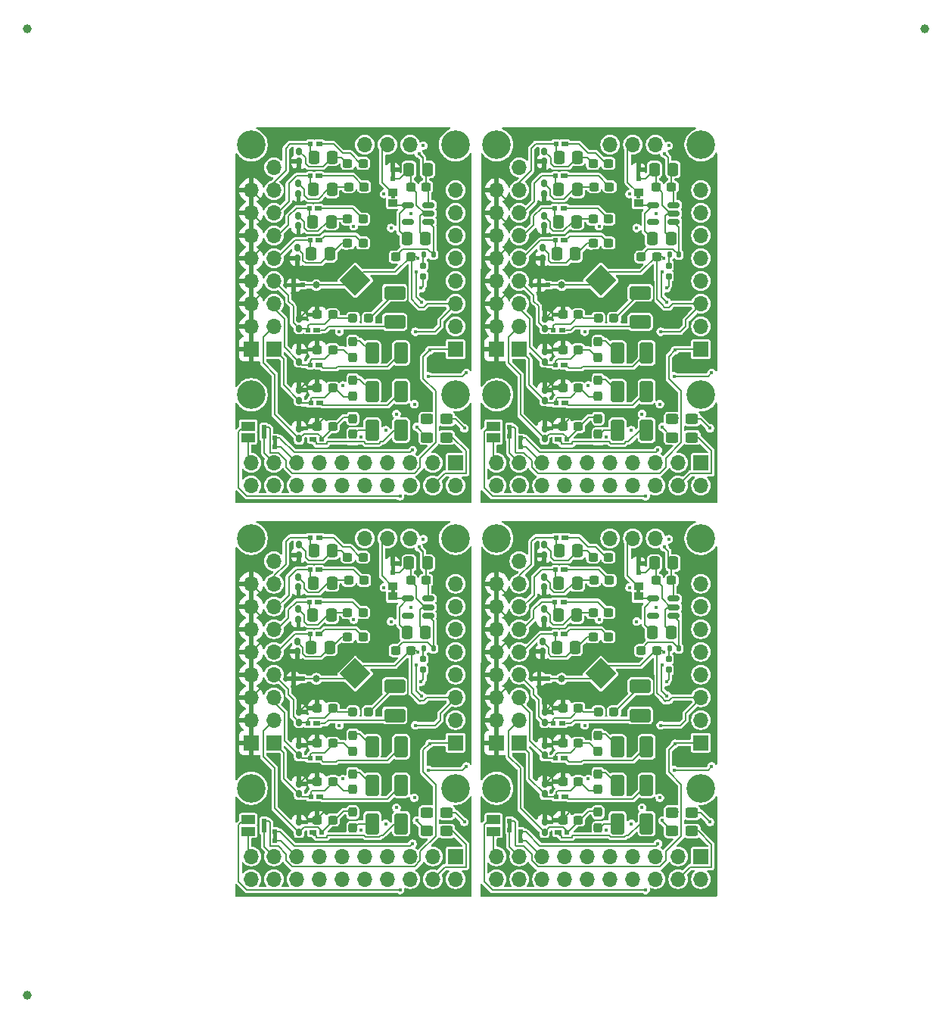
<source format=gbl>
G04 #@! TF.GenerationSoftware,KiCad,Pcbnew,9.0.4*
G04 #@! TF.CreationDate,2025-08-20T19:44:40-04:00*
G04 #@! TF.ProjectId,jlcpcb_4x4,6a6c6370-6362-45f3-9478-342e6b696361,rev?*
G04 #@! TF.SameCoordinates,Original*
G04 #@! TF.FileFunction,Copper,L4,Bot*
G04 #@! TF.FilePolarity,Positive*
%FSLAX46Y46*%
G04 Gerber Fmt 4.6, Leading zero omitted, Abs format (unit mm)*
G04 Created by KiCad (PCBNEW 9.0.4) date 2025-08-20 19:44:40*
%MOMM*%
%LPD*%
G01*
G04 APERTURE LIST*
G04 Aperture macros list*
%AMRoundRect*
0 Rectangle with rounded corners*
0 $1 Rounding radius*
0 $2 $3 $4 $5 $6 $7 $8 $9 X,Y pos of 4 corners*
0 Add a 4 corners polygon primitive as box body*
4,1,4,$2,$3,$4,$5,$6,$7,$8,$9,$2,$3,0*
0 Add four circle primitives for the rounded corners*
1,1,$1+$1,$2,$3*
1,1,$1+$1,$4,$5*
1,1,$1+$1,$6,$7*
1,1,$1+$1,$8,$9*
0 Add four rect primitives between the rounded corners*
20,1,$1+$1,$2,$3,$4,$5,0*
20,1,$1+$1,$4,$5,$6,$7,0*
20,1,$1+$1,$6,$7,$8,$9,0*
20,1,$1+$1,$8,$9,$2,$3,0*%
%AMRotRect*
0 Rectangle, with rotation*
0 The origin of the aperture is its center*
0 $1 length*
0 $2 width*
0 $3 Rotation angle, in degrees counterclockwise*
0 Add horizontal line*
21,1,$1,$2,0,0,$3*%
G04 Aperture macros list end*
G04 #@! TA.AperFunction,EtchedComponent*
%ADD10C,0.000000*%
G04 #@! TD*
G04 #@! TA.AperFunction,ComponentPad*
%ADD11C,0.500000*%
G04 #@! TD*
G04 #@! TA.AperFunction,ComponentPad*
%ADD12R,1.700000X1.700000*%
G04 #@! TD*
G04 #@! TA.AperFunction,ComponentPad*
%ADD13O,1.700000X1.700000*%
G04 #@! TD*
G04 #@! TA.AperFunction,ComponentPad*
%ADD14C,3.200000*%
G04 #@! TD*
G04 #@! TA.AperFunction,SMDPad,CuDef*
%ADD15RotRect,2.450000X2.450000X135.000000*%
G04 #@! TD*
G04 #@! TA.AperFunction,SMDPad,CuDef*
%ADD16RoundRect,0.250000X-0.337500X-0.475000X0.337500X-0.475000X0.337500X0.475000X-0.337500X0.475000X0*%
G04 #@! TD*
G04 #@! TA.AperFunction,SMDPad,CuDef*
%ADD17RoundRect,0.160000X0.160000X-0.222500X0.160000X0.222500X-0.160000X0.222500X-0.160000X-0.222500X0*%
G04 #@! TD*
G04 #@! TA.AperFunction,SMDPad,CuDef*
%ADD18R,0.508000X0.500000*%
G04 #@! TD*
G04 #@! TA.AperFunction,SMDPad,CuDef*
%ADD19R,0.508000X0.508000*%
G04 #@! TD*
G04 #@! TA.AperFunction,SMDPad,CuDef*
%ADD20RoundRect,0.237500X0.300000X0.237500X-0.300000X0.237500X-0.300000X-0.237500X0.300000X-0.237500X0*%
G04 #@! TD*
G04 #@! TA.AperFunction,SMDPad,CuDef*
%ADD21RoundRect,0.237500X-0.300000X-0.237500X0.300000X-0.237500X0.300000X0.237500X-0.300000X0.237500X0*%
G04 #@! TD*
G04 #@! TA.AperFunction,SMDPad,CuDef*
%ADD22RoundRect,0.237500X-0.237500X0.287500X-0.237500X-0.287500X0.237500X-0.287500X0.237500X0.287500X0*%
G04 #@! TD*
G04 #@! TA.AperFunction,SMDPad,CuDef*
%ADD23R,1.500000X1.000000*%
G04 #@! TD*
G04 #@! TA.AperFunction,SMDPad,CuDef*
%ADD24C,0.200000*%
G04 #@! TD*
G04 #@! TA.AperFunction,SMDPad,CuDef*
%ADD25RoundRect,0.250001X0.499999X0.924999X-0.499999X0.924999X-0.499999X-0.924999X0.499999X-0.924999X0*%
G04 #@! TD*
G04 #@! TA.AperFunction,SMDPad,CuDef*
%ADD26C,1.000000*%
G04 #@! TD*
G04 #@! TA.AperFunction,SMDPad,CuDef*
%ADD27R,0.500000X0.500000*%
G04 #@! TD*
G04 #@! TA.AperFunction,SMDPad,CuDef*
%ADD28R,0.550000X0.500000*%
G04 #@! TD*
G04 #@! TA.AperFunction,ComponentPad*
%ADD29R,0.500000X0.500000*%
G04 #@! TD*
G04 #@! TA.AperFunction,SMDPad,CuDef*
%ADD30RoundRect,0.250001X0.924999X-0.499999X0.924999X0.499999X-0.924999X0.499999X-0.924999X-0.499999X0*%
G04 #@! TD*
G04 #@! TA.AperFunction,SMDPad,CuDef*
%ADD31RoundRect,0.160000X-0.160000X0.222500X-0.160000X-0.222500X0.160000X-0.222500X0.160000X0.222500X0*%
G04 #@! TD*
G04 #@! TA.AperFunction,SMDPad,CuDef*
%ADD32RoundRect,0.250000X-0.450000X0.325000X-0.450000X-0.325000X0.450000X-0.325000X0.450000X0.325000X0*%
G04 #@! TD*
G04 #@! TA.AperFunction,SMDPad,CuDef*
%ADD33RoundRect,0.237500X0.237500X-0.287500X0.237500X0.287500X-0.237500X0.287500X-0.237500X-0.287500X0*%
G04 #@! TD*
G04 #@! TA.AperFunction,SMDPad,CuDef*
%ADD34RoundRect,0.237500X-0.287500X-0.237500X0.287500X-0.237500X0.287500X0.237500X-0.287500X0.237500X0*%
G04 #@! TD*
G04 #@! TA.AperFunction,SMDPad,CuDef*
%ADD35RoundRect,0.135000X0.135000X0.185000X-0.135000X0.185000X-0.135000X-0.185000X0.135000X-0.185000X0*%
G04 #@! TD*
G04 #@! TA.AperFunction,SMDPad,CuDef*
%ADD36R,0.500000X0.508000*%
G04 #@! TD*
G04 #@! TA.AperFunction,SMDPad,CuDef*
%ADD37RoundRect,0.160000X-0.160000X0.197500X-0.160000X-0.197500X0.160000X-0.197500X0.160000X0.197500X0*%
G04 #@! TD*
G04 #@! TA.AperFunction,SMDPad,CuDef*
%ADD38RoundRect,0.250000X0.450000X-0.325000X0.450000X0.325000X-0.450000X0.325000X-0.450000X-0.325000X0*%
G04 #@! TD*
G04 #@! TA.AperFunction,SMDPad,CuDef*
%ADD39R,1.000000X0.954000*%
G04 #@! TD*
G04 #@! TA.AperFunction,SMDPad,CuDef*
%ADD40RoundRect,0.250000X0.337500X0.475000X-0.337500X0.475000X-0.337500X-0.475000X0.337500X-0.475000X0*%
G04 #@! TD*
G04 #@! TA.AperFunction,SMDPad,CuDef*
%ADD41RoundRect,0.150000X0.512500X0.150000X-0.512500X0.150000X-0.512500X-0.150000X0.512500X-0.150000X0*%
G04 #@! TD*
G04 #@! TA.AperFunction,ViaPad*
%ADD42C,0.450000*%
G04 #@! TD*
G04 #@! TA.AperFunction,ViaPad*
%ADD43C,0.800000*%
G04 #@! TD*
G04 #@! TA.AperFunction,Conductor*
%ADD44C,0.200000*%
G04 #@! TD*
G04 APERTURE END LIST*
G04 #@! TA.AperFunction,EtchedComponent*
G04 #@! TO.C,G119*
G36*
X25696000Y-11953500D02*
G01*
X26154000Y-11953500D01*
X26154000Y-12528500D01*
X25696000Y-12528500D01*
X25696000Y-11953500D01*
G37*
G04 #@! TD.AperFunction*
G04 #@! TA.AperFunction,EtchedComponent*
G04 #@! TO.C,SDA108*
G36*
X40414000Y-86511500D02*
G01*
X39956000Y-86511500D01*
X39956000Y-85936500D01*
X40414000Y-85936500D01*
X40414000Y-86511500D01*
G37*
G04 #@! TD.AperFunction*
G04 #@! TA.AperFunction,EtchedComponent*
G04 #@! TO.C,SCL108*
G36*
X39214000Y-41311500D02*
G01*
X38756000Y-41311500D01*
X38756000Y-40736500D01*
X39214000Y-40736500D01*
X39214000Y-41311500D01*
G37*
G04 #@! TD.AperFunction*
D10*
G04 #@! TA.AperFunction,EtchedComponent*
G04 #@! TO.C,NT108*
G36*
X29354810Y-10320888D02*
G01*
X29213388Y-10462310D01*
X28895190Y-10144112D01*
X29036612Y-10002690D01*
X29354810Y-10320888D01*
G37*
G04 #@! TD.AperFunction*
G04 #@! TA.AperFunction,EtchedComponent*
G04 #@! TO.C,SCL108*
G36*
X11754000Y-41311500D02*
G01*
X11296000Y-41311500D01*
X11296000Y-40736500D01*
X11754000Y-40736500D01*
X11754000Y-41311500D01*
G37*
G04 #@! TD.AperFunction*
G04 #@! TA.AperFunction,EtchedComponent*
G36*
X39214000Y-85311500D02*
G01*
X38756000Y-85311500D01*
X38756000Y-84736500D01*
X39214000Y-84736500D01*
X39214000Y-85311500D01*
G37*
G04 #@! TD.AperFunction*
G04 #@! TA.AperFunction,EtchedComponent*
G04 #@! TO.C,GND108*
G36*
X43064000Y-24403500D02*
G01*
X42489000Y-24403500D01*
X42489000Y-24861500D01*
X43064000Y-24861500D01*
X43064000Y-24403500D01*
G37*
G04 #@! TD.AperFunction*
G04 #@! TA.AperFunction,EtchedComponent*
G36*
X15604000Y-24403500D02*
G01*
X15029000Y-24403500D01*
X15029000Y-24861500D01*
X15604000Y-24861500D01*
X15604000Y-24403500D01*
G37*
G04 #@! TD.AperFunction*
G04 #@! TA.AperFunction,EtchedComponent*
G04 #@! TO.C,NT108*
G36*
X29354810Y-54320888D02*
G01*
X29213388Y-54462310D01*
X28895190Y-54144112D01*
X29036612Y-54002690D01*
X29354810Y-54320888D01*
G37*
G04 #@! TD.AperFunction*
G04 #@! TA.AperFunction,EtchedComponent*
G04 #@! TO.C,3V108*
G36*
X26125000Y-58957500D02*
G01*
X25725000Y-58957500D01*
X25725000Y-58707500D01*
X26125000Y-58707500D01*
X26125000Y-58957500D01*
G37*
G04 #@! TD.AperFunction*
G04 #@! TA.AperFunction,EtchedComponent*
G36*
X53585000Y-14957500D02*
G01*
X53185000Y-14957500D01*
X53185000Y-14707500D01*
X53585000Y-14707500D01*
X53585000Y-14957500D01*
G37*
G04 #@! TD.AperFunction*
G04 #@! TA.AperFunction,EtchedComponent*
G04 #@! TO.C,NT108*
G36*
X56814810Y-10320888D02*
G01*
X56673388Y-10462310D01*
X56355190Y-10144112D01*
X56496612Y-10002690D01*
X56814810Y-10320888D01*
G37*
G04 #@! TD.AperFunction*
G04 #@! TA.AperFunction,EtchedComponent*
G04 #@! TO.C,SDA108*
G36*
X40414000Y-42511500D02*
G01*
X39956000Y-42511500D01*
X39956000Y-41936500D01*
X40414000Y-41936500D01*
X40414000Y-42511500D01*
G37*
G04 #@! TD.AperFunction*
G04 #@! TA.AperFunction,EtchedComponent*
G04 #@! TO.C,G119*
G36*
X53156000Y-55953500D02*
G01*
X53614000Y-55953500D01*
X53614000Y-56528500D01*
X53156000Y-56528500D01*
X53156000Y-55953500D01*
G37*
G04 #@! TD.AperFunction*
G04 #@! TA.AperFunction,EtchedComponent*
G04 #@! TO.C,GND108*
G36*
X15604000Y-68403500D02*
G01*
X15029000Y-68403500D01*
X15029000Y-68861500D01*
X15604000Y-68861500D01*
X15604000Y-68403500D01*
G37*
G04 #@! TD.AperFunction*
G04 #@! TA.AperFunction,EtchedComponent*
G04 #@! TO.C,3V108*
G36*
X26125000Y-14957500D02*
G01*
X25725000Y-14957500D01*
X25725000Y-14707500D01*
X26125000Y-14707500D01*
X26125000Y-14957500D01*
G37*
G04 #@! TD.AperFunction*
G04 #@! TA.AperFunction,EtchedComponent*
G04 #@! TO.C,GND108*
G36*
X43064000Y-68403500D02*
G01*
X42489000Y-68403500D01*
X42489000Y-68861500D01*
X43064000Y-68861500D01*
X43064000Y-68403500D01*
G37*
G04 #@! TD.AperFunction*
G04 #@! TA.AperFunction,EtchedComponent*
G04 #@! TO.C,G119*
G36*
X25696000Y-55953500D02*
G01*
X26154000Y-55953500D01*
X26154000Y-56528500D01*
X25696000Y-56528500D01*
X25696000Y-55953500D01*
G37*
G04 #@! TD.AperFunction*
G04 #@! TA.AperFunction,EtchedComponent*
G04 #@! TO.C,SDA108*
G36*
X12954000Y-86511500D02*
G01*
X12496000Y-86511500D01*
X12496000Y-85936500D01*
X12954000Y-85936500D01*
X12954000Y-86511500D01*
G37*
G04 #@! TD.AperFunction*
G04 #@! TA.AperFunction,EtchedComponent*
G36*
X12954000Y-42511500D02*
G01*
X12496000Y-42511500D01*
X12496000Y-41936500D01*
X12954000Y-41936500D01*
X12954000Y-42511500D01*
G37*
G04 #@! TD.AperFunction*
G04 #@! TA.AperFunction,EtchedComponent*
G04 #@! TO.C,G119*
G36*
X53156000Y-11953500D02*
G01*
X53614000Y-11953500D01*
X53614000Y-12528500D01*
X53156000Y-12528500D01*
X53156000Y-11953500D01*
G37*
G04 #@! TD.AperFunction*
G04 #@! TA.AperFunction,EtchedComponent*
G04 #@! TO.C,NT108*
G36*
X56814810Y-54320888D02*
G01*
X56673388Y-54462310D01*
X56355190Y-54144112D01*
X56496612Y-54002690D01*
X56814810Y-54320888D01*
G37*
G04 #@! TD.AperFunction*
G04 #@! TA.AperFunction,EtchedComponent*
G04 #@! TO.C,3V108*
G36*
X53585000Y-58957500D02*
G01*
X53185000Y-58957500D01*
X53185000Y-58707500D01*
X53585000Y-58707500D01*
X53585000Y-58957500D01*
G37*
G04 #@! TD.AperFunction*
G04 #@! TA.AperFunction,EtchedComponent*
G04 #@! TO.C,SCL108*
G36*
X11754000Y-85311500D02*
G01*
X11296000Y-85311500D01*
X11296000Y-84736500D01*
X11754000Y-84736500D01*
X11754000Y-85311500D01*
G37*
G04 #@! TD.AperFunction*
G04 #@! TD*
D11*
G04 #@! TO.P,G111,1,1*
G04 #@! TO.N,Board_1-Earth*
X55985000Y-41832500D03*
G04 #@! TD*
G04 #@! TO.P,G113,1,1*
G04 #@! TO.N,Board_1-Earth*
X56185000Y-31632500D03*
G04 #@! TD*
G04 #@! TO.P,G112,1,1*
G04 #@! TO.N,Board_0-Earth*
X24325000Y-15432500D03*
G04 #@! TD*
G04 #@! TO.P,G114,1,1*
G04 #@! TO.N,Board_0-Earth*
X25925000Y-10832500D03*
G04 #@! TD*
G04 #@! TO.P,G114,1,1*
G04 #@! TO.N,Board_1-Earth*
X53385000Y-10832500D03*
G04 #@! TD*
G04 #@! TO.P,G115,1,1*
G04 #@! TO.N,Board_1-Earth*
X57585000Y-28832500D03*
G04 #@! TD*
G04 #@! TO.P,G108,1,1*
G04 #@! TO.N,Board_1-Earth*
X52285000Y-18032500D03*
G04 #@! TD*
D12*
G04 #@! TO.P,board_outline108,1,HELD_HIGH*
G04 #@! TO.N,Board_0-EN_HELD_HIGH*
X32925000Y-44495000D03*
D13*
G04 #@! TO.P,board_outline108,2,HELD_LOW*
G04 #@! TO.N,Board_0-unconnected-(board_outline108-HELD_LOW-Pad2)*
X32925000Y-47035000D03*
G04 #@! TO.P,board_outline108,3,5V*
G04 #@! TO.N,Board_0-Net-(5V108-Pad2)*
X30385000Y-44495000D03*
G04 #@! TO.P,board_outline108,4,GNDD*
G04 #@! TO.N,Board_0-3.3v_IDE*
X30385000Y-47035000D03*
G04 #@! TO.P,board_outline108,5,12V*
G04 #@! TO.N,Board_0-unconnected-(board_outline108-12V-Pad5)*
X27845000Y-44495000D03*
G04 #@! TO.P,board_outline108,6,GNDD*
G04 #@! TO.N,Board_0-GNDD*
X27845000Y-47035000D03*
G04 #@! TO.P,board_outline108,7,DSP_DOUT*
G04 #@! TO.N,Board_0-5212_DIN1*
X25305000Y-44495000D03*
G04 #@! TO.P,board_outline108,8,GNDD*
G04 #@! TO.N,Board_0-GNDD*
X25305000Y-47035000D03*
G04 #@! TO.P,board_outline108,9,DSP_DIN*
G04 #@! TO.N,Board_0-5212_DOUT1+*
X22765000Y-44495000D03*
G04 #@! TO.P,board_outline108,10,GNDD*
G04 #@! TO.N,Board_0-GNDD*
X22765000Y-47035000D03*
G04 #@! TO.P,board_outline108,11,BCLK*
G04 #@! TO.N,Board_0-5212_BCLK1*
X20225000Y-44495000D03*
G04 #@! TO.P,board_outline108,12,GNDD*
G04 #@! TO.N,Board_0-GNDD*
X20225000Y-47035000D03*
G04 #@! TO.P,board_outline108,13,LRCK*
G04 #@! TO.N,Board_0-5212_LRCK1*
X17685000Y-44495000D03*
G04 #@! TO.P,board_outline108,14,GNDD*
G04 #@! TO.N,Board_0-GNDD*
X17685000Y-47035000D03*
G04 #@! TO.P,board_outline108,15,SDA*
G04 #@! TO.N,Board_0-DSP_SDA*
X15145000Y-44495000D03*
G04 #@! TO.P,board_outline108,16,GNDD*
G04 #@! TO.N,Board_0-GNDD*
X15145000Y-47035000D03*
G04 #@! TO.P,board_outline108,17,SCL*
G04 #@! TO.N,Board_0-DSP_SCL*
X12605000Y-44495000D03*
G04 #@! TO.P,board_outline108,18,GNDD*
G04 #@! TO.N,Board_0-GNDD*
X12605000Y-47035000D03*
G04 #@! TO.P,board_outline108,19,MCLK*
G04 #@! TO.N,Board_0-5212_MCLK1*
X10065000Y-44495000D03*
G04 #@! TO.P,board_outline108,20,GNDD*
G04 #@! TO.N,Board_0-GNDD*
X10065000Y-47035000D03*
D12*
G04 #@! TO.P,board_outline108,21,OUTP*
G04 #@! TO.N,Board_0-OUT1P+*
X12610000Y-31785000D03*
G04 #@! TO.P,board_outline108,22,AGND*
G04 #@! TO.N,Board_0-Earth*
X10070000Y-31785000D03*
D13*
G04 #@! TO.P,board_outline108,23,OUT1M*
G04 #@! TO.N,Board_0-OUT1M+*
X12610000Y-29245000D03*
G04 #@! TO.P,board_outline108,24,AGND*
G04 #@! TO.N,Board_0-Earth*
X10070000Y-29245000D03*
G04 #@! TO.P,board_outline108,25,OUT2P*
G04 #@! TO.N,Board_0-OUT2P+*
X12610000Y-26705000D03*
G04 #@! TO.P,board_outline108,26,AGND*
G04 #@! TO.N,Board_0-Earth*
X10070000Y-26705000D03*
G04 #@! TO.P,board_outline108,27,OUT2M*
G04 #@! TO.N,Board_0-OUT2M+*
X12610000Y-24165000D03*
G04 #@! TO.P,board_outline108,28,AGND*
G04 #@! TO.N,Board_0-Earth*
X10070000Y-24165000D03*
G04 #@! TO.P,board_outline108,29,IN1P*
G04 #@! TO.N,Board_0-IN1P+*
X12610000Y-21625000D03*
G04 #@! TO.P,board_outline108,30,AGND*
G04 #@! TO.N,Board_0-Earth*
X10070000Y-21625000D03*
G04 #@! TO.P,board_outline108,31,IN1M*
G04 #@! TO.N,Board_0-IN1M+*
X12610000Y-19085000D03*
G04 #@! TO.P,board_outline108,32,AGND*
G04 #@! TO.N,Board_0-Earth*
X10070000Y-19085000D03*
G04 #@! TO.P,board_outline108,33,IN2P*
G04 #@! TO.N,Board_0-IN2P+*
X12610000Y-16545000D03*
G04 #@! TO.P,board_outline108,34,AGND*
G04 #@! TO.N,Board_0-Earth*
X10070000Y-16545000D03*
G04 #@! TO.P,board_outline108,35,IN2M*
G04 #@! TO.N,Board_0-IN2M+*
X12610000Y-14005000D03*
G04 #@! TO.P,board_outline108,36,AGND*
G04 #@! TO.N,Board_0-Earth*
X10070000Y-14005000D03*
D12*
G04 #@! TO.P,board_outline108,37,SCL*
G04 #@! TO.N,Board_0-5212_SCL*
X32930000Y-31785000D03*
D13*
G04 #@! TO.P,board_outline108,38,SDA*
G04 #@! TO.N,Board_0-5212_SDA*
X32930000Y-29245000D03*
G04 #@! TO.P,board_outline108,39,GNDD*
G04 #@! TO.N,Board_0-GNDD*
X32930000Y-26705000D03*
G04 #@! TO.P,board_outline108,40,GPIO1*
G04 #@! TO.N,Board_0-GPIO1*
X32930000Y-24165000D03*
G04 #@! TO.P,board_outline108,41,GPIO2*
G04 #@! TO.N,Board_0-GPIO2*
X32930000Y-21625000D03*
G04 #@! TO.P,board_outline108,42,GPO1*
G04 #@! TO.N,Board_0-GPO1*
X32930000Y-19085000D03*
G04 #@! TO.P,board_outline108,43,GPI1*
G04 #@! TO.N,Board_0-GPI1*
X32930000Y-16545000D03*
G04 #@! TO.P,board_outline108,44,GNDD*
G04 #@! TO.N,Board_0-GNDD*
X32930000Y-14005000D03*
G04 #@! TO.P,board_outline108,45,5V*
G04 #@! TO.N,Board_0-5V*
X27850000Y-8940000D03*
G04 #@! TO.P,board_outline108,46,3.3V*
G04 #@! TO.N,Board_0-3.3V_LDO*
X25310000Y-8940000D03*
G04 #@! TO.P,board_outline108,47,GNDD*
G04 #@! TO.N,Board_0-GNDD*
X22770000Y-8940000D03*
G04 #@! TO.P,board_outline108,48,MIC_BIAS*
G04 #@! TO.N,Board_0-MICBIAS*
X12610000Y-11480000D03*
D14*
G04 #@! TO.P,board_outline108,49,AGND*
G04 #@! TO.N,Board_0-Net-(E108-Pad2)*
X10070000Y-36880000D03*
G04 #@! TO.P,board_outline108,50,AGND*
G04 #@! TO.N,Board_0-Net-(E109-Pad2)*
X10070000Y-8940000D03*
G04 #@! TO.P,board_outline108,51,DGND*
G04 #@! TO.N,Board_0-Net-(G117-Pad1)*
X32930000Y-36880000D03*
G04 #@! TO.P,board_outline108,52,DGND*
G04 #@! TO.N,Board_0-Net-(G118-Pad1)*
X32930000Y-8940000D03*
G04 #@! TD*
D11*
G04 #@! TO.P,G114,1,1*
G04 #@! TO.N,Board_3-Earth*
X53385000Y-54832500D03*
G04 #@! TD*
G04 #@! TO.P,TAC5212,25,VSS*
G04 #@! TO.N,Board_3-GNDD*
X49665489Y-68558442D03*
X48675539Y-68558442D03*
X49170514Y-68063467D03*
D15*
X49170514Y-68063467D03*
D11*
X49665489Y-67568492D03*
X48675539Y-67568492D03*
G04 #@! TD*
G04 #@! TO.P,G110,1,1*
G04 #@! TO.N,Board_3-Earth*
X51785000Y-60732500D03*
G04 #@! TD*
G04 #@! TO.P,G109,1,1*
G04 #@! TO.N,Board_2-Earth*
X27525000Y-78632500D03*
G04 #@! TD*
D12*
G04 #@! TO.P,board_outline108,1,HELD_HIGH*
G04 #@! TO.N,Board_1-EN_HELD_HIGH*
X60385000Y-44495000D03*
D13*
G04 #@! TO.P,board_outline108,2,HELD_LOW*
G04 #@! TO.N,Board_1-unconnected-(board_outline108-HELD_LOW-Pad2)*
X60385000Y-47035000D03*
G04 #@! TO.P,board_outline108,3,5V*
G04 #@! TO.N,Board_1-Net-(5V108-Pad2)*
X57845000Y-44495000D03*
G04 #@! TO.P,board_outline108,4,GNDD*
G04 #@! TO.N,Board_1-3.3v_IDE*
X57845000Y-47035000D03*
G04 #@! TO.P,board_outline108,5,12V*
G04 #@! TO.N,Board_1-unconnected-(board_outline108-12V-Pad5)*
X55305000Y-44495000D03*
G04 #@! TO.P,board_outline108,6,GNDD*
G04 #@! TO.N,Board_1-GNDD*
X55305000Y-47035000D03*
G04 #@! TO.P,board_outline108,7,DSP_DOUT*
G04 #@! TO.N,Board_1-5212_DIN1*
X52765000Y-44495000D03*
G04 #@! TO.P,board_outline108,8,GNDD*
G04 #@! TO.N,Board_1-GNDD*
X52765000Y-47035000D03*
G04 #@! TO.P,board_outline108,9,DSP_DIN*
G04 #@! TO.N,Board_1-5212_DOUT1+*
X50225000Y-44495000D03*
G04 #@! TO.P,board_outline108,10,GNDD*
G04 #@! TO.N,Board_1-GNDD*
X50225000Y-47035000D03*
G04 #@! TO.P,board_outline108,11,BCLK*
G04 #@! TO.N,Board_1-5212_BCLK1*
X47685000Y-44495000D03*
G04 #@! TO.P,board_outline108,12,GNDD*
G04 #@! TO.N,Board_1-GNDD*
X47685000Y-47035000D03*
G04 #@! TO.P,board_outline108,13,LRCK*
G04 #@! TO.N,Board_1-5212_LRCK1*
X45145000Y-44495000D03*
G04 #@! TO.P,board_outline108,14,GNDD*
G04 #@! TO.N,Board_1-GNDD*
X45145000Y-47035000D03*
G04 #@! TO.P,board_outline108,15,SDA*
G04 #@! TO.N,Board_1-DSP_SDA*
X42605000Y-44495000D03*
G04 #@! TO.P,board_outline108,16,GNDD*
G04 #@! TO.N,Board_1-GNDD*
X42605000Y-47035000D03*
G04 #@! TO.P,board_outline108,17,SCL*
G04 #@! TO.N,Board_1-DSP_SCL*
X40065000Y-44495000D03*
G04 #@! TO.P,board_outline108,18,GNDD*
G04 #@! TO.N,Board_1-GNDD*
X40065000Y-47035000D03*
G04 #@! TO.P,board_outline108,19,MCLK*
G04 #@! TO.N,Board_1-5212_MCLK1*
X37525000Y-44495000D03*
G04 #@! TO.P,board_outline108,20,GNDD*
G04 #@! TO.N,Board_1-GNDD*
X37525000Y-47035000D03*
D12*
G04 #@! TO.P,board_outline108,21,OUTP*
G04 #@! TO.N,Board_1-OUT1P+*
X40070000Y-31785000D03*
G04 #@! TO.P,board_outline108,22,AGND*
G04 #@! TO.N,Board_1-Earth*
X37530000Y-31785000D03*
D13*
G04 #@! TO.P,board_outline108,23,OUT1M*
G04 #@! TO.N,Board_1-OUT1M+*
X40070000Y-29245000D03*
G04 #@! TO.P,board_outline108,24,AGND*
G04 #@! TO.N,Board_1-Earth*
X37530000Y-29245000D03*
G04 #@! TO.P,board_outline108,25,OUT2P*
G04 #@! TO.N,Board_1-OUT2P+*
X40070000Y-26705000D03*
G04 #@! TO.P,board_outline108,26,AGND*
G04 #@! TO.N,Board_1-Earth*
X37530000Y-26705000D03*
G04 #@! TO.P,board_outline108,27,OUT2M*
G04 #@! TO.N,Board_1-OUT2M+*
X40070000Y-24165000D03*
G04 #@! TO.P,board_outline108,28,AGND*
G04 #@! TO.N,Board_1-Earth*
X37530000Y-24165000D03*
G04 #@! TO.P,board_outline108,29,IN1P*
G04 #@! TO.N,Board_1-IN1P+*
X40070000Y-21625000D03*
G04 #@! TO.P,board_outline108,30,AGND*
G04 #@! TO.N,Board_1-Earth*
X37530000Y-21625000D03*
G04 #@! TO.P,board_outline108,31,IN1M*
G04 #@! TO.N,Board_1-IN1M+*
X40070000Y-19085000D03*
G04 #@! TO.P,board_outline108,32,AGND*
G04 #@! TO.N,Board_1-Earth*
X37530000Y-19085000D03*
G04 #@! TO.P,board_outline108,33,IN2P*
G04 #@! TO.N,Board_1-IN2P+*
X40070000Y-16545000D03*
G04 #@! TO.P,board_outline108,34,AGND*
G04 #@! TO.N,Board_1-Earth*
X37530000Y-16545000D03*
G04 #@! TO.P,board_outline108,35,IN2M*
G04 #@! TO.N,Board_1-IN2M+*
X40070000Y-14005000D03*
G04 #@! TO.P,board_outline108,36,AGND*
G04 #@! TO.N,Board_1-Earth*
X37530000Y-14005000D03*
D12*
G04 #@! TO.P,board_outline108,37,SCL*
G04 #@! TO.N,Board_1-5212_SCL*
X60390000Y-31785000D03*
D13*
G04 #@! TO.P,board_outline108,38,SDA*
G04 #@! TO.N,Board_1-5212_SDA*
X60390000Y-29245000D03*
G04 #@! TO.P,board_outline108,39,GNDD*
G04 #@! TO.N,Board_1-GNDD*
X60390000Y-26705000D03*
G04 #@! TO.P,board_outline108,40,GPIO1*
G04 #@! TO.N,Board_1-GPIO1*
X60390000Y-24165000D03*
G04 #@! TO.P,board_outline108,41,GPIO2*
G04 #@! TO.N,Board_1-GPIO2*
X60390000Y-21625000D03*
G04 #@! TO.P,board_outline108,42,GPO1*
G04 #@! TO.N,Board_1-GPO1*
X60390000Y-19085000D03*
G04 #@! TO.P,board_outline108,43,GPI1*
G04 #@! TO.N,Board_1-GPI1*
X60390000Y-16545000D03*
G04 #@! TO.P,board_outline108,44,GNDD*
G04 #@! TO.N,Board_1-GNDD*
X60390000Y-14005000D03*
G04 #@! TO.P,board_outline108,45,5V*
G04 #@! TO.N,Board_1-5V*
X55310000Y-8940000D03*
G04 #@! TO.P,board_outline108,46,3.3V*
G04 #@! TO.N,Board_1-3.3V_LDO*
X52770000Y-8940000D03*
G04 #@! TO.P,board_outline108,47,GNDD*
G04 #@! TO.N,Board_1-GNDD*
X50230000Y-8940000D03*
G04 #@! TO.P,board_outline108,48,MIC_BIAS*
G04 #@! TO.N,Board_1-MICBIAS*
X40070000Y-11480000D03*
D14*
G04 #@! TO.P,board_outline108,49,AGND*
G04 #@! TO.N,Board_1-Net-(E108-Pad2)*
X37530000Y-36880000D03*
G04 #@! TO.P,board_outline108,50,AGND*
G04 #@! TO.N,Board_1-Net-(E109-Pad2)*
X37530000Y-8940000D03*
G04 #@! TO.P,board_outline108,51,DGND*
G04 #@! TO.N,Board_1-Net-(G117-Pad1)*
X60390000Y-36880000D03*
G04 #@! TO.P,board_outline108,52,DGND*
G04 #@! TO.N,Board_1-Net-(G118-Pad1)*
X60390000Y-8940000D03*
G04 #@! TD*
D11*
G04 #@! TO.P,G111,1,1*
G04 #@! TO.N,Board_0-Earth*
X28525000Y-41832500D03*
G04 #@! TD*
D12*
G04 #@! TO.P,board_outline108,1,HELD_HIGH*
G04 #@! TO.N,Board_2-EN_HELD_HIGH*
X32925000Y-88495000D03*
D13*
G04 #@! TO.P,board_outline108,2,HELD_LOW*
G04 #@! TO.N,Board_2-unconnected-(board_outline108-HELD_LOW-Pad2)*
X32925000Y-91035000D03*
G04 #@! TO.P,board_outline108,3,5V*
G04 #@! TO.N,Board_2-Net-(5V108-Pad2)*
X30385000Y-88495000D03*
G04 #@! TO.P,board_outline108,4,GNDD*
G04 #@! TO.N,Board_2-3.3v_IDE*
X30385000Y-91035000D03*
G04 #@! TO.P,board_outline108,5,12V*
G04 #@! TO.N,Board_2-unconnected-(board_outline108-12V-Pad5)*
X27845000Y-88495000D03*
G04 #@! TO.P,board_outline108,6,GNDD*
G04 #@! TO.N,Board_2-GNDD*
X27845000Y-91035000D03*
G04 #@! TO.P,board_outline108,7,DSP_DOUT*
G04 #@! TO.N,Board_2-5212_DIN1*
X25305000Y-88495000D03*
G04 #@! TO.P,board_outline108,8,GNDD*
G04 #@! TO.N,Board_2-GNDD*
X25305000Y-91035000D03*
G04 #@! TO.P,board_outline108,9,DSP_DIN*
G04 #@! TO.N,Board_2-5212_DOUT1+*
X22765000Y-88495000D03*
G04 #@! TO.P,board_outline108,10,GNDD*
G04 #@! TO.N,Board_2-GNDD*
X22765000Y-91035000D03*
G04 #@! TO.P,board_outline108,11,BCLK*
G04 #@! TO.N,Board_2-5212_BCLK1*
X20225000Y-88495000D03*
G04 #@! TO.P,board_outline108,12,GNDD*
G04 #@! TO.N,Board_2-GNDD*
X20225000Y-91035000D03*
G04 #@! TO.P,board_outline108,13,LRCK*
G04 #@! TO.N,Board_2-5212_LRCK1*
X17685000Y-88495000D03*
G04 #@! TO.P,board_outline108,14,GNDD*
G04 #@! TO.N,Board_2-GNDD*
X17685000Y-91035000D03*
G04 #@! TO.P,board_outline108,15,SDA*
G04 #@! TO.N,Board_2-DSP_SDA*
X15145000Y-88495000D03*
G04 #@! TO.P,board_outline108,16,GNDD*
G04 #@! TO.N,Board_2-GNDD*
X15145000Y-91035000D03*
G04 #@! TO.P,board_outline108,17,SCL*
G04 #@! TO.N,Board_2-DSP_SCL*
X12605000Y-88495000D03*
G04 #@! TO.P,board_outline108,18,GNDD*
G04 #@! TO.N,Board_2-GNDD*
X12605000Y-91035000D03*
G04 #@! TO.P,board_outline108,19,MCLK*
G04 #@! TO.N,Board_2-5212_MCLK1*
X10065000Y-88495000D03*
G04 #@! TO.P,board_outline108,20,GNDD*
G04 #@! TO.N,Board_2-GNDD*
X10065000Y-91035000D03*
D12*
G04 #@! TO.P,board_outline108,21,OUTP*
G04 #@! TO.N,Board_2-OUT1P+*
X12610000Y-75785000D03*
G04 #@! TO.P,board_outline108,22,AGND*
G04 #@! TO.N,Board_2-Earth*
X10070000Y-75785000D03*
D13*
G04 #@! TO.P,board_outline108,23,OUT1M*
G04 #@! TO.N,Board_2-OUT1M+*
X12610000Y-73245000D03*
G04 #@! TO.P,board_outline108,24,AGND*
G04 #@! TO.N,Board_2-Earth*
X10070000Y-73245000D03*
G04 #@! TO.P,board_outline108,25,OUT2P*
G04 #@! TO.N,Board_2-OUT2P+*
X12610000Y-70705000D03*
G04 #@! TO.P,board_outline108,26,AGND*
G04 #@! TO.N,Board_2-Earth*
X10070000Y-70705000D03*
G04 #@! TO.P,board_outline108,27,OUT2M*
G04 #@! TO.N,Board_2-OUT2M+*
X12610000Y-68165000D03*
G04 #@! TO.P,board_outline108,28,AGND*
G04 #@! TO.N,Board_2-Earth*
X10070000Y-68165000D03*
G04 #@! TO.P,board_outline108,29,IN1P*
G04 #@! TO.N,Board_2-IN1P+*
X12610000Y-65625000D03*
G04 #@! TO.P,board_outline108,30,AGND*
G04 #@! TO.N,Board_2-Earth*
X10070000Y-65625000D03*
G04 #@! TO.P,board_outline108,31,IN1M*
G04 #@! TO.N,Board_2-IN1M+*
X12610000Y-63085000D03*
G04 #@! TO.P,board_outline108,32,AGND*
G04 #@! TO.N,Board_2-Earth*
X10070000Y-63085000D03*
G04 #@! TO.P,board_outline108,33,IN2P*
G04 #@! TO.N,Board_2-IN2P+*
X12610000Y-60545000D03*
G04 #@! TO.P,board_outline108,34,AGND*
G04 #@! TO.N,Board_2-Earth*
X10070000Y-60545000D03*
G04 #@! TO.P,board_outline108,35,IN2M*
G04 #@! TO.N,Board_2-IN2M+*
X12610000Y-58005000D03*
G04 #@! TO.P,board_outline108,36,AGND*
G04 #@! TO.N,Board_2-Earth*
X10070000Y-58005000D03*
D12*
G04 #@! TO.P,board_outline108,37,SCL*
G04 #@! TO.N,Board_2-5212_SCL*
X32930000Y-75785000D03*
D13*
G04 #@! TO.P,board_outline108,38,SDA*
G04 #@! TO.N,Board_2-5212_SDA*
X32930000Y-73245000D03*
G04 #@! TO.P,board_outline108,39,GNDD*
G04 #@! TO.N,Board_2-GNDD*
X32930000Y-70705000D03*
G04 #@! TO.P,board_outline108,40,GPIO1*
G04 #@! TO.N,Board_2-GPIO1*
X32930000Y-68165000D03*
G04 #@! TO.P,board_outline108,41,GPIO2*
G04 #@! TO.N,Board_2-GPIO2*
X32930000Y-65625000D03*
G04 #@! TO.P,board_outline108,42,GPO1*
G04 #@! TO.N,Board_2-GPO1*
X32930000Y-63085000D03*
G04 #@! TO.P,board_outline108,43,GPI1*
G04 #@! TO.N,Board_2-GPI1*
X32930000Y-60545000D03*
G04 #@! TO.P,board_outline108,44,GNDD*
G04 #@! TO.N,Board_2-GNDD*
X32930000Y-58005000D03*
G04 #@! TO.P,board_outline108,45,5V*
G04 #@! TO.N,Board_2-5V*
X27850000Y-52940000D03*
G04 #@! TO.P,board_outline108,46,3.3V*
G04 #@! TO.N,Board_2-3.3V_LDO*
X25310000Y-52940000D03*
G04 #@! TO.P,board_outline108,47,GNDD*
G04 #@! TO.N,Board_2-GNDD*
X22770000Y-52940000D03*
G04 #@! TO.P,board_outline108,48,MIC_BIAS*
G04 #@! TO.N,Board_2-MICBIAS*
X12610000Y-55480000D03*
D14*
G04 #@! TO.P,board_outline108,49,AGND*
G04 #@! TO.N,Board_2-Net-(E108-Pad2)*
X10070000Y-80880000D03*
G04 #@! TO.P,board_outline108,50,AGND*
G04 #@! TO.N,Board_2-Net-(E109-Pad2)*
X10070000Y-52940000D03*
G04 #@! TO.P,board_outline108,51,DGND*
G04 #@! TO.N,Board_2-Net-(G117-Pad1)*
X32930000Y-80880000D03*
G04 #@! TO.P,board_outline108,52,DGND*
G04 #@! TO.N,Board_2-Net-(G118-Pad1)*
X32930000Y-52940000D03*
G04 #@! TD*
D11*
G04 #@! TO.P,G116,1,1*
G04 #@! TO.N,Board_1-Earth*
X47985000Y-7932500D03*
G04 #@! TD*
G04 #@! TO.P,G111,1,1*
G04 #@! TO.N,Board_2-Earth*
X28525000Y-85832500D03*
G04 #@! TD*
G04 #@! TO.P,G110,1,1*
G04 #@! TO.N,Board_2-Earth*
X24325000Y-60732500D03*
G04 #@! TD*
D12*
G04 #@! TO.P,board_outline108,1,HELD_HIGH*
G04 #@! TO.N,Board_3-EN_HELD_HIGH*
X60385000Y-88495000D03*
D13*
G04 #@! TO.P,board_outline108,2,HELD_LOW*
G04 #@! TO.N,Board_3-unconnected-(board_outline108-HELD_LOW-Pad2)*
X60385000Y-91035000D03*
G04 #@! TO.P,board_outline108,3,5V*
G04 #@! TO.N,Board_3-Net-(5V108-Pad2)*
X57845000Y-88495000D03*
G04 #@! TO.P,board_outline108,4,GNDD*
G04 #@! TO.N,Board_3-3.3v_IDE*
X57845000Y-91035000D03*
G04 #@! TO.P,board_outline108,5,12V*
G04 #@! TO.N,Board_3-unconnected-(board_outline108-12V-Pad5)*
X55305000Y-88495000D03*
G04 #@! TO.P,board_outline108,6,GNDD*
G04 #@! TO.N,Board_3-GNDD*
X55305000Y-91035000D03*
G04 #@! TO.P,board_outline108,7,DSP_DOUT*
G04 #@! TO.N,Board_3-5212_DIN1*
X52765000Y-88495000D03*
G04 #@! TO.P,board_outline108,8,GNDD*
G04 #@! TO.N,Board_3-GNDD*
X52765000Y-91035000D03*
G04 #@! TO.P,board_outline108,9,DSP_DIN*
G04 #@! TO.N,Board_3-5212_DOUT1+*
X50225000Y-88495000D03*
G04 #@! TO.P,board_outline108,10,GNDD*
G04 #@! TO.N,Board_3-GNDD*
X50225000Y-91035000D03*
G04 #@! TO.P,board_outline108,11,BCLK*
G04 #@! TO.N,Board_3-5212_BCLK1*
X47685000Y-88495000D03*
G04 #@! TO.P,board_outline108,12,GNDD*
G04 #@! TO.N,Board_3-GNDD*
X47685000Y-91035000D03*
G04 #@! TO.P,board_outline108,13,LRCK*
G04 #@! TO.N,Board_3-5212_LRCK1*
X45145000Y-88495000D03*
G04 #@! TO.P,board_outline108,14,GNDD*
G04 #@! TO.N,Board_3-GNDD*
X45145000Y-91035000D03*
G04 #@! TO.P,board_outline108,15,SDA*
G04 #@! TO.N,Board_3-DSP_SDA*
X42605000Y-88495000D03*
G04 #@! TO.P,board_outline108,16,GNDD*
G04 #@! TO.N,Board_3-GNDD*
X42605000Y-91035000D03*
G04 #@! TO.P,board_outline108,17,SCL*
G04 #@! TO.N,Board_3-DSP_SCL*
X40065000Y-88495000D03*
G04 #@! TO.P,board_outline108,18,GNDD*
G04 #@! TO.N,Board_3-GNDD*
X40065000Y-91035000D03*
G04 #@! TO.P,board_outline108,19,MCLK*
G04 #@! TO.N,Board_3-5212_MCLK1*
X37525000Y-88495000D03*
G04 #@! TO.P,board_outline108,20,GNDD*
G04 #@! TO.N,Board_3-GNDD*
X37525000Y-91035000D03*
D12*
G04 #@! TO.P,board_outline108,21,OUTP*
G04 #@! TO.N,Board_3-OUT1P+*
X40070000Y-75785000D03*
G04 #@! TO.P,board_outline108,22,AGND*
G04 #@! TO.N,Board_3-Earth*
X37530000Y-75785000D03*
D13*
G04 #@! TO.P,board_outline108,23,OUT1M*
G04 #@! TO.N,Board_3-OUT1M+*
X40070000Y-73245000D03*
G04 #@! TO.P,board_outline108,24,AGND*
G04 #@! TO.N,Board_3-Earth*
X37530000Y-73245000D03*
G04 #@! TO.P,board_outline108,25,OUT2P*
G04 #@! TO.N,Board_3-OUT2P+*
X40070000Y-70705000D03*
G04 #@! TO.P,board_outline108,26,AGND*
G04 #@! TO.N,Board_3-Earth*
X37530000Y-70705000D03*
G04 #@! TO.P,board_outline108,27,OUT2M*
G04 #@! TO.N,Board_3-OUT2M+*
X40070000Y-68165000D03*
G04 #@! TO.P,board_outline108,28,AGND*
G04 #@! TO.N,Board_3-Earth*
X37530000Y-68165000D03*
G04 #@! TO.P,board_outline108,29,IN1P*
G04 #@! TO.N,Board_3-IN1P+*
X40070000Y-65625000D03*
G04 #@! TO.P,board_outline108,30,AGND*
G04 #@! TO.N,Board_3-Earth*
X37530000Y-65625000D03*
G04 #@! TO.P,board_outline108,31,IN1M*
G04 #@! TO.N,Board_3-IN1M+*
X40070000Y-63085000D03*
G04 #@! TO.P,board_outline108,32,AGND*
G04 #@! TO.N,Board_3-Earth*
X37530000Y-63085000D03*
G04 #@! TO.P,board_outline108,33,IN2P*
G04 #@! TO.N,Board_3-IN2P+*
X40070000Y-60545000D03*
G04 #@! TO.P,board_outline108,34,AGND*
G04 #@! TO.N,Board_3-Earth*
X37530000Y-60545000D03*
G04 #@! TO.P,board_outline108,35,IN2M*
G04 #@! TO.N,Board_3-IN2M+*
X40070000Y-58005000D03*
G04 #@! TO.P,board_outline108,36,AGND*
G04 #@! TO.N,Board_3-Earth*
X37530000Y-58005000D03*
D12*
G04 #@! TO.P,board_outline108,37,SCL*
G04 #@! TO.N,Board_3-5212_SCL*
X60390000Y-75785000D03*
D13*
G04 #@! TO.P,board_outline108,38,SDA*
G04 #@! TO.N,Board_3-5212_SDA*
X60390000Y-73245000D03*
G04 #@! TO.P,board_outline108,39,GNDD*
G04 #@! TO.N,Board_3-GNDD*
X60390000Y-70705000D03*
G04 #@! TO.P,board_outline108,40,GPIO1*
G04 #@! TO.N,Board_3-GPIO1*
X60390000Y-68165000D03*
G04 #@! TO.P,board_outline108,41,GPIO2*
G04 #@! TO.N,Board_3-GPIO2*
X60390000Y-65625000D03*
G04 #@! TO.P,board_outline108,42,GPO1*
G04 #@! TO.N,Board_3-GPO1*
X60390000Y-63085000D03*
G04 #@! TO.P,board_outline108,43,GPI1*
G04 #@! TO.N,Board_3-GPI1*
X60390000Y-60545000D03*
G04 #@! TO.P,board_outline108,44,GNDD*
G04 #@! TO.N,Board_3-GNDD*
X60390000Y-58005000D03*
G04 #@! TO.P,board_outline108,45,5V*
G04 #@! TO.N,Board_3-5V*
X55310000Y-52940000D03*
G04 #@! TO.P,board_outline108,46,3.3V*
G04 #@! TO.N,Board_3-3.3V_LDO*
X52770000Y-52940000D03*
G04 #@! TO.P,board_outline108,47,GNDD*
G04 #@! TO.N,Board_3-GNDD*
X50230000Y-52940000D03*
G04 #@! TO.P,board_outline108,48,MIC_BIAS*
G04 #@! TO.N,Board_3-MICBIAS*
X40070000Y-55480000D03*
D14*
G04 #@! TO.P,board_outline108,49,AGND*
G04 #@! TO.N,Board_3-Net-(E108-Pad2)*
X37530000Y-80880000D03*
G04 #@! TO.P,board_outline108,50,AGND*
G04 #@! TO.N,Board_3-Net-(E109-Pad2)*
X37530000Y-52940000D03*
G04 #@! TO.P,board_outline108,51,DGND*
G04 #@! TO.N,Board_3-Net-(G117-Pad1)*
X60390000Y-80880000D03*
G04 #@! TO.P,board_outline108,52,DGND*
G04 #@! TO.N,Board_3-Net-(G118-Pad1)*
X60390000Y-52940000D03*
G04 #@! TD*
D11*
G04 #@! TO.P,G112,1,1*
G04 #@! TO.N,Board_1-Earth*
X51785000Y-15432500D03*
G04 #@! TD*
G04 #@! TO.P,G114,1,1*
G04 #@! TO.N,Board_2-Earth*
X25925000Y-54832500D03*
G04 #@! TD*
G04 #@! TO.P,G113,1,1*
G04 #@! TO.N,Board_0-Earth*
X28725000Y-31632500D03*
G04 #@! TD*
G04 #@! TO.P,G115,1,1*
G04 #@! TO.N,Board_3-Earth*
X57585000Y-72832500D03*
G04 #@! TD*
G04 #@! TO.P,G116,1,1*
G04 #@! TO.N,Board_3-Earth*
X47985000Y-51932500D03*
G04 #@! TD*
G04 #@! TO.P,G109,1,1*
G04 #@! TO.N,Board_1-Earth*
X54985000Y-34632500D03*
G04 #@! TD*
G04 #@! TO.P,G108,1,1*
G04 #@! TO.N,Board_3-Earth*
X52285000Y-62032500D03*
G04 #@! TD*
G04 #@! TO.P,G113,1,1*
G04 #@! TO.N,Board_2-Earth*
X28725000Y-75632500D03*
G04 #@! TD*
G04 #@! TO.P,G112,1,1*
G04 #@! TO.N,Board_2-Earth*
X24325000Y-59432500D03*
G04 #@! TD*
G04 #@! TO.P,G116,1,1*
G04 #@! TO.N,Board_0-Earth*
X20525000Y-7932500D03*
G04 #@! TD*
G04 #@! TO.P,G115,1,1*
G04 #@! TO.N,Board_2-Earth*
X30125000Y-72832500D03*
G04 #@! TD*
G04 #@! TO.P,G109,1,1*
G04 #@! TO.N,Board_3-Earth*
X54985000Y-78632500D03*
G04 #@! TD*
G04 #@! TO.P,G109,1,1*
G04 #@! TO.N,Board_0-Earth*
X27525000Y-34632500D03*
G04 #@! TD*
G04 #@! TO.P,G116,1,1*
G04 #@! TO.N,Board_2-Earth*
X20525000Y-51932500D03*
G04 #@! TD*
G04 #@! TO.P,G113,1,1*
G04 #@! TO.N,Board_3-Earth*
X56185000Y-75632500D03*
G04 #@! TD*
G04 #@! TO.P,G111,1,1*
G04 #@! TO.N,Board_3-Earth*
X55985000Y-85832500D03*
G04 #@! TD*
G04 #@! TO.P,G108,1,1*
G04 #@! TO.N,Board_2-Earth*
X24825000Y-62032500D03*
G04 #@! TD*
G04 #@! TO.P,G112,1,1*
G04 #@! TO.N,Board_3-Earth*
X51785000Y-59432500D03*
G04 #@! TD*
G04 #@! TO.P,TAC5212,25,VSS*
G04 #@! TO.N,Board_1-GNDD*
X49665489Y-24558442D03*
X48675539Y-24558442D03*
X49170514Y-24063467D03*
D15*
X49170514Y-24063467D03*
D11*
X49665489Y-23568492D03*
X48675539Y-23568492D03*
G04 #@! TD*
G04 #@! TO.P,G115,1,1*
G04 #@! TO.N,Board_0-Earth*
X30125000Y-28832500D03*
G04 #@! TD*
G04 #@! TO.P,TAC5212,25,VSS*
G04 #@! TO.N,Board_0-GNDD*
X22205489Y-24558442D03*
X21215539Y-24558442D03*
X21710514Y-24063467D03*
D15*
X21710514Y-24063467D03*
D11*
X22205489Y-23568492D03*
X21215539Y-23568492D03*
G04 #@! TD*
G04 #@! TO.P,TAC5212,25,VSS*
G04 #@! TO.N,Board_2-GNDD*
X22205489Y-68558442D03*
X21215539Y-68558442D03*
X21710514Y-68063467D03*
D15*
X21710514Y-68063467D03*
D11*
X22205489Y-67568492D03*
X21215539Y-67568492D03*
G04 #@! TD*
G04 #@! TO.P,G108,1,1*
G04 #@! TO.N,Board_0-Earth*
X24825000Y-18032500D03*
G04 #@! TD*
G04 #@! TO.P,G110,1,1*
G04 #@! TO.N,Board_0-Earth*
X24325000Y-16732500D03*
G04 #@! TD*
G04 #@! TO.P,G110,1,1*
G04 #@! TO.N,Board_1-Earth*
X51785000Y-16732500D03*
G04 #@! TD*
D16*
G04 #@! TO.P,T\u002AC110,1*
G04 #@! TO.N,Board_3-3.3V_A*
X54947500Y-63432500D03*
G04 #@! TO.P,T\u002AC110,2*
G04 #@! TO.N,Board_3-Net-(U109-GND)*
X57022500Y-63432500D03*
G04 #@! TD*
D17*
G04 #@! TO.P,D112,1,K*
G04 #@! TO.N,Board_0-Net-(C124-Pad1)*
X15407500Y-9660000D03*
G04 #@! TO.P,D112,2,K*
G04 #@! TO.N,Board_0-Earth*
X15407500Y-10805000D03*
G04 #@! TD*
D18*
G04 #@! TO.P,G119,1,1*
G04 #@! TO.N,Board_0-Earth*
X25925000Y-11728500D03*
D19*
G04 #@! TO.P,G119,2,2*
G04 #@! TO.N,Board_0-Net-(U109-GND)*
X25925000Y-12732500D03*
G04 #@! TD*
D20*
G04 #@! TO.P,C113,1*
G04 #@! TO.N,Board_0-OUT1P+*
X19187500Y-36132500D03*
G04 #@! TO.P,C113,2*
G04 #@! TO.N,Board_0-Earth*
X17462500Y-36132500D03*
G04 #@! TD*
D18*
G04 #@! TO.P,SDA108,1,1*
G04 #@! TO.N,Board_3-DSP_SDA*
X40185000Y-86736500D03*
D19*
G04 #@! TO.P,SDA108,2,2*
G04 #@! TO.N,Board_3-5212_SDA*
X40185000Y-85732500D03*
G04 #@! TD*
D18*
G04 #@! TO.P,SCL108,1,1*
G04 #@! TO.N,Board_1-DSP_SCL*
X38985000Y-41536500D03*
D19*
G04 #@! TO.P,SCL108,2,2*
G04 #@! TO.N,Board_1-5212_SCL*
X38985000Y-40532500D03*
G04 #@! TD*
D21*
G04 #@! TO.P,C125,1*
G04 #@! TO.N,Board_1-Net-(C125-Pad1)*
X48422500Y-13632500D03*
G04 #@! TO.P,C125,2*
G04 #@! TO.N,Board_1-IN2P*
X50147500Y-13632500D03*
G04 #@! TD*
D22*
G04 #@! TO.P,R109,1*
G04 #@! TO.N,Board_0-OUT1M+*
X21425000Y-39557500D03*
G04 #@! TO.P,R109,2*
G04 #@! TO.N,Board_0-Net-(C114-Pad2)*
X21425000Y-41307500D03*
G04 #@! TD*
D17*
G04 #@! TO.P,D113,1,K*
G04 #@! TO.N,Board_0-Net-(C125-Pad1)*
X15360000Y-13260000D03*
G04 #@! TO.P,D113,2,K*
G04 #@! TO.N,Board_0-Earth*
X15360000Y-14405000D03*
G04 #@! TD*
D20*
G04 #@! TO.P,C123,1*
G04 #@! TO.N,Board_1-OUT2M+*
X46647500Y-27932500D03*
G04 #@! TO.P,C123,2*
G04 #@! TO.N,Board_1-Earth*
X44922500Y-27932500D03*
G04 #@! TD*
D23*
G04 #@! TO.P,MCLK108,1,1*
G04 #@! TO.N,Board_1-5212_MCLK1*
X37185000Y-41682500D03*
G04 #@! TO.P,MCLK108,2,2*
G04 #@! TO.N,Board_1-GPI1*
X37185000Y-40382500D03*
G04 #@! TD*
D24*
G04 #@! TO.P,NT108,1,1*
G04 #@! TO.N,Board_0-5V*
X28965901Y-10073401D03*
G04 #@! TO.P,NT108,2,2*
G04 #@! TO.N,Board_0-5V_THIN*
X29284099Y-10391599D03*
G04 #@! TD*
D25*
G04 #@! TO.P,C114,1*
G04 #@! TO.N,Board_2-OUT1M*
X26850000Y-84832500D03*
G04 #@! TO.P,C114,2*
G04 #@! TO.N,Board_2-Net-(C114-Pad2)*
X23600000Y-84832500D03*
G04 #@! TD*
D26*
G04 #@! TO.P,KiKit_FID_B_3,*
G04 #@! TO.N,*
X-15000000Y-104000000D03*
G04 #@! TD*
D20*
G04 #@! TO.P,C117,1*
G04 #@! TO.N,Board_3-OUT1M+*
X46647500Y-84432500D03*
G04 #@! TO.P,C117,2*
G04 #@! TO.N,Board_3-Earth*
X44922500Y-84432500D03*
G04 #@! TD*
D16*
G04 #@! TO.P,FB110,1*
G04 #@! TO.N,Board_3-IN1M+*
X44410000Y-61532500D03*
G04 #@! TO.P,FB110,2*
G04 #@! TO.N,Board_3-Net-(C126-Pad1)*
X46485000Y-61532500D03*
G04 #@! TD*
G04 #@! TO.P,FB109,1*
G04 #@! TO.N,Board_2-IN2P+*
X17022500Y-57932500D03*
G04 #@! TO.P,FB109,2*
G04 #@! TO.N,Board_2-Net-(C125-Pad1)*
X19097500Y-57932500D03*
G04 #@! TD*
D27*
G04 #@! TO.P,INM1,1,1*
G04 #@! TO.N,Board_0-IN1M+*
X16587500Y-16032500D03*
D28*
G04 #@! TO.P,INM1,2,2*
G04 #@! TO.N,Board_0-IN1M*
X17462500Y-16032500D03*
D29*
X17687500Y-16032500D03*
G04 #@! TD*
D23*
G04 #@! TO.P,MCLK108,1,1*
G04 #@! TO.N,Board_2-5212_MCLK1*
X9725000Y-85682500D03*
G04 #@! TO.P,MCLK108,2,2*
G04 #@! TO.N,Board_2-GPI1*
X9725000Y-84382500D03*
G04 #@! TD*
D21*
G04 #@! TO.P,C126,1*
G04 #@! TO.N,Board_1-Net-(C126-Pad1)*
X48322500Y-17232500D03*
G04 #@! TO.P,C126,2*
G04 #@! TO.N,Board_1-IN1M*
X50047500Y-17232500D03*
G04 #@! TD*
D16*
G04 #@! TO.P,FB109,1*
G04 #@! TO.N,Board_1-IN2P+*
X44482500Y-13932500D03*
G04 #@! TO.P,FB109,2*
G04 #@! TO.N,Board_1-Net-(C125-Pad1)*
X46557500Y-13932500D03*
G04 #@! TD*
D27*
G04 #@! TO.P,OM2,1,1*
G04 #@! TO.N,Board_2-OUT2M+*
X16425000Y-73632500D03*
D28*
G04 #@! TO.P,OM2,2,2*
G04 #@! TO.N,Board_2-OUT2M*
X17300000Y-73632500D03*
D29*
X17525000Y-73632500D03*
G04 #@! TD*
D20*
G04 #@! TO.P,C117,1*
G04 #@! TO.N,Board_2-OUT1M+*
X19187500Y-84432500D03*
G04 #@! TO.P,C117,2*
G04 #@! TO.N,Board_2-Earth*
X17462500Y-84432500D03*
G04 #@! TD*
D16*
G04 #@! TO.P,FB111,1*
G04 #@! TO.N,Board_0-IN1P+*
X16787500Y-21132500D03*
G04 #@! TO.P,FB111,2*
G04 #@! TO.N,Board_0-Net-(C127-Pad1)*
X18862500Y-21132500D03*
G04 #@! TD*
D20*
G04 #@! TO.P,T\u002AC109,1*
G04 #@! TO.N,Board_1-5V_THIN*
X57085000Y-13632500D03*
G04 #@! TO.P,T\u002AC109,2*
G04 #@! TO.N,Board_1-Net-(U109-GND)*
X55360000Y-13632500D03*
G04 #@! TD*
D25*
G04 #@! TO.P,C114,1*
G04 #@! TO.N,Board_0-OUT1M*
X26850000Y-40832500D03*
G04 #@! TO.P,C114,2*
G04 #@! TO.N,Board_0-Net-(C114-Pad2)*
X23600000Y-40832500D03*
G04 #@! TD*
D20*
G04 #@! TO.P,C113,1*
G04 #@! TO.N,Board_2-OUT1P+*
X19187500Y-80132500D03*
G04 #@! TO.P,C113,2*
G04 #@! TO.N,Board_2-Earth*
X17462500Y-80132500D03*
G04 #@! TD*
D30*
G04 #@! TO.P,C122,1*
G04 #@! TO.N,Board_1-OUT2M*
X53585000Y-28732499D03*
G04 #@! TO.P,C122,2*
G04 #@! TO.N,Board_1-Net-(C122-Pad2)*
X53585000Y-25482499D03*
G04 #@! TD*
D31*
G04 #@! TO.P,D109,1,K*
G04 #@! TO.N,Board_2-OUT1M+*
X15425000Y-85805000D03*
G04 #@! TO.P,D109,2,K*
G04 #@! TO.N,Board_2-Earth*
X15425000Y-84660000D03*
G04 #@! TD*
D27*
G04 #@! TO.P,INP2,1,1*
G04 #@! TO.N,Board_2-IN2P+*
X16660000Y-56432500D03*
D28*
G04 #@! TO.P,INP2,2,2*
G04 #@! TO.N,Board_2-IN2P*
X17535000Y-56432500D03*
D29*
X17760000Y-56432500D03*
G04 #@! TD*
D20*
G04 #@! TO.P,T\u002AC109,1*
G04 #@! TO.N,Board_3-5V_THIN*
X57085000Y-57632500D03*
G04 #@! TO.P,T\u002AC109,2*
G04 #@! TO.N,Board_3-Net-(U109-GND)*
X55360000Y-57632500D03*
G04 #@! TD*
G04 #@! TO.P,C123,1*
G04 #@! TO.N,Board_0-OUT2M+*
X19187500Y-27932500D03*
G04 #@! TO.P,C123,2*
G04 #@! TO.N,Board_0-Earth*
X17462500Y-27932500D03*
G04 #@! TD*
D23*
G04 #@! TO.P,MCLK108,1,1*
G04 #@! TO.N,Board_3-5212_MCLK1*
X37185000Y-85682500D03*
G04 #@! TO.P,MCLK108,2,2*
G04 #@! TO.N,Board_3-GPI1*
X37185000Y-84382500D03*
G04 #@! TD*
D21*
G04 #@! TO.P,C124,1*
G04 #@! TO.N,Board_0-Net-(C124-Pad1)*
X20862500Y-11032500D03*
G04 #@! TO.P,C124,2*
G04 #@! TO.N,Board_0-IN2M*
X22587500Y-11032500D03*
G04 #@! TD*
D16*
G04 #@! TO.P,T\u002AC110,1*
G04 #@! TO.N,Board_2-3.3V_A*
X27487500Y-63432500D03*
G04 #@! TO.P,T\u002AC110,2*
G04 #@! TO.N,Board_2-Net-(U109-GND)*
X29562500Y-63432500D03*
G04 #@! TD*
D18*
G04 #@! TO.P,SCL108,1,1*
G04 #@! TO.N,Board_0-DSP_SCL*
X11525000Y-41536500D03*
D19*
G04 #@! TO.P,SCL108,2,2*
G04 #@! TO.N,Board_0-5212_SCL*
X11525000Y-40532500D03*
G04 #@! TD*
D16*
G04 #@! TO.P,FB110,1*
G04 #@! TO.N,Board_0-IN1M+*
X16950000Y-17532500D03*
G04 #@! TO.P,FB110,2*
G04 #@! TO.N,Board_0-Net-(C126-Pad1)*
X19025000Y-17532500D03*
G04 #@! TD*
D20*
G04 #@! TO.P,C123,1*
G04 #@! TO.N,Board_3-OUT2M+*
X46647500Y-71932500D03*
G04 #@! TO.P,C123,2*
G04 #@! TO.N,Board_3-Earth*
X44922500Y-71932500D03*
G04 #@! TD*
D27*
G04 #@! TO.P,OP1,1,1*
G04 #@! TO.N,Board_1-OUT1P+*
X44185000Y-37832500D03*
D28*
G04 #@! TO.P,OP1,2,2*
G04 #@! TO.N,Board_1-OUT1P*
X45060000Y-37832500D03*
D29*
X45285000Y-37832500D03*
G04 #@! TD*
D18*
G04 #@! TO.P,SCL108,1,1*
G04 #@! TO.N,Board_3-DSP_SCL*
X38985000Y-85536500D03*
D19*
G04 #@! TO.P,SCL108,2,2*
G04 #@! TO.N,Board_3-5212_SCL*
X38985000Y-84532500D03*
G04 #@! TD*
D32*
G04 #@! TO.P,C130,1*
G04 #@! TO.N,Board_2-5V*
X29725000Y-83607500D03*
G04 #@! TO.P,C130,2*
G04 #@! TO.N,Board_2-GNDD*
X29725000Y-85657500D03*
G04 #@! TD*
D33*
G04 #@! TO.P,R111,1*
G04 #@! TO.N,Board_1-OUT2P+*
X48885000Y-32707500D03*
G04 #@! TO.P,R111,2*
G04 #@! TO.N,Board_1-Net-(C120-Pad2)*
X48885000Y-30957500D03*
G04 #@! TD*
D34*
G04 #@! TO.P,R116,1*
G04 #@! TO.N,Board_0-OUT2M+*
X21450000Y-28332500D03*
G04 #@! TO.P,R116,2*
G04 #@! TO.N,Board_0-Net-(C122-Pad2)*
X23200000Y-28332500D03*
G04 #@! TD*
D31*
G04 #@! TO.P,D109,1,K*
G04 #@! TO.N,Board_0-OUT1M+*
X15425000Y-41805000D03*
G04 #@! TO.P,D109,2,K*
G04 #@! TO.N,Board_0-Earth*
X15425000Y-40660000D03*
G04 #@! TD*
D21*
G04 #@! TO.P,C129,1*
G04 #@! TO.N,Board_3-EN_HELD_HIGH*
X53710582Y-65482883D03*
G04 #@! TO.P,C129,2*
G04 #@! TO.N,Board_3-GNDD*
X55435582Y-65482883D03*
G04 #@! TD*
D31*
G04 #@! TO.P,D111,1,K*
G04 #@! TO.N,Board_1-OUT2M+*
X42885000Y-29505000D03*
G04 #@! TO.P,D111,2,K*
G04 #@! TO.N,Board_1-Earth*
X42885000Y-28360000D03*
G04 #@! TD*
D26*
G04 #@! TO.P,KiKit_FID_B_2,*
G04 #@! TO.N,*
X85460000Y4000000D03*
G04 #@! TD*
D27*
G04 #@! TO.P,INP1,1,1*
G04 #@! TO.N,Board_3-IN1P+*
X44110000Y-63632500D03*
D28*
G04 #@! TO.P,INP1,2,2*
G04 #@! TO.N,Board_3-IN1P*
X44985000Y-63632500D03*
D29*
X45210000Y-63632500D03*
G04 #@! TD*
D21*
G04 #@! TO.P,C124,1*
G04 #@! TO.N,Board_3-Net-(C124-Pad1)*
X48322500Y-55032500D03*
G04 #@! TO.P,C124,2*
G04 #@! TO.N,Board_3-IN2M*
X50047500Y-55032500D03*
G04 #@! TD*
D17*
G04 #@! TO.P,D115,1,K*
G04 #@! TO.N,Board_3-Net-(C127-Pad1)*
X42685000Y-64460000D03*
G04 #@! TO.P,D115,2,K*
G04 #@! TO.N,Board_3-Earth*
X42685000Y-65605000D03*
G04 #@! TD*
D34*
G04 #@! TO.P,R116,1*
G04 #@! TO.N,Board_2-OUT2M+*
X21450000Y-72332500D03*
G04 #@! TO.P,R116,2*
G04 #@! TO.N,Board_2-Net-(C122-Pad2)*
X23200000Y-72332500D03*
G04 #@! TD*
D20*
G04 #@! TO.P,C117,1*
G04 #@! TO.N,Board_1-OUT1M+*
X46647500Y-40432500D03*
G04 #@! TO.P,C117,2*
G04 #@! TO.N,Board_1-Earth*
X44922500Y-40432500D03*
G04 #@! TD*
D35*
G04 #@! TO.P,R128,1*
G04 #@! TO.N,Board_3-EN_HELD_HIGH*
X57895000Y-65232500D03*
G04 #@! TO.P,R128,2*
G04 #@! TO.N,Board_3-Net-(R128-Pad2)*
X56875000Y-65232500D03*
G04 #@! TD*
D27*
G04 #@! TO.P,OM2,1,1*
G04 #@! TO.N,Board_3-OUT2M+*
X43885000Y-73632500D03*
D28*
G04 #@! TO.P,OM2,2,2*
G04 #@! TO.N,Board_3-OUT2M*
X44760000Y-73632500D03*
D29*
X44985000Y-73632500D03*
G04 #@! TD*
D16*
G04 #@! TO.P,FB108,1*
G04 #@! TO.N,Board_3-IN2M+*
X44520000Y-54332500D03*
G04 #@! TO.P,FB108,2*
G04 #@! TO.N,Board_3-Net-(C124-Pad1)*
X46595000Y-54332500D03*
G04 #@! TD*
D17*
G04 #@! TO.P,D114,1,K*
G04 #@! TO.N,Board_3-Net-(C126-Pad1)*
X42820000Y-60860000D03*
G04 #@! TO.P,D114,2,K*
G04 #@! TO.N,Board_3-Earth*
X42820000Y-62005000D03*
G04 #@! TD*
D31*
G04 #@! TO.P,D111,1,K*
G04 #@! TO.N,Board_0-OUT2M+*
X15425000Y-29505000D03*
G04 #@! TO.P,D111,2,K*
G04 #@! TO.N,Board_0-Earth*
X15425000Y-28360000D03*
G04 #@! TD*
D36*
G04 #@! TO.P,GND108,1,1*
G04 #@! TO.N,Board_1-GNDD*
X43289000Y-24632500D03*
D19*
G04 #@! TO.P,GND108,2,2*
G04 #@! TO.N,Board_1-Earth*
X42285000Y-24632500D03*
G04 #@! TD*
D27*
G04 #@! TO.P,OP1,1,1*
G04 #@! TO.N,Board_2-OUT1P+*
X16725000Y-81832500D03*
D28*
G04 #@! TO.P,OP1,2,2*
G04 #@! TO.N,Board_2-OUT1P*
X17600000Y-81832500D03*
D29*
X17825000Y-81832500D03*
G04 #@! TD*
D27*
G04 #@! TO.P,OP2,1,1*
G04 #@! TO.N,Board_2-OUT2P+*
X16650000Y-77532500D03*
D28*
G04 #@! TO.P,OP2,2,2*
G04 #@! TO.N,Board_2-OUT2P*
X17525000Y-77532500D03*
D29*
X17750000Y-77532500D03*
G04 #@! TD*
D21*
G04 #@! TO.P,C127,1*
G04 #@! TO.N,Board_2-Net-(C127-Pad1)*
X20862500Y-63932500D03*
G04 #@! TO.P,C127,2*
G04 #@! TO.N,Board_2-IN1P*
X22587500Y-63932500D03*
G04 #@! TD*
D20*
G04 #@! TO.P,C123,1*
G04 #@! TO.N,Board_2-OUT2M+*
X19187500Y-71932500D03*
G04 #@! TO.P,C123,2*
G04 #@! TO.N,Board_2-Earth*
X17462500Y-71932500D03*
G04 #@! TD*
D17*
G04 #@! TO.P,D112,1,K*
G04 #@! TO.N,Board_2-Net-(C124-Pad1)*
X15407500Y-53660000D03*
G04 #@! TO.P,D112,2,K*
G04 #@! TO.N,Board_2-Earth*
X15407500Y-54805000D03*
G04 #@! TD*
G04 #@! TO.P,D115,1,K*
G04 #@! TO.N,Board_1-Net-(C127-Pad1)*
X42685000Y-20460000D03*
G04 #@! TO.P,D115,2,K*
G04 #@! TO.N,Board_1-Earth*
X42685000Y-21605000D03*
G04 #@! TD*
G04 #@! TO.P,D114,1,K*
G04 #@! TO.N,Board_1-Net-(C126-Pad1)*
X42820000Y-16860000D03*
G04 #@! TO.P,D114,2,K*
G04 #@! TO.N,Board_1-Earth*
X42820000Y-18005000D03*
G04 #@! TD*
D36*
G04 #@! TO.P,GND108,1,1*
G04 #@! TO.N,Board_0-GNDD*
X15829000Y-24632500D03*
D19*
G04 #@! TO.P,GND108,2,2*
G04 #@! TO.N,Board_0-Earth*
X14825000Y-24632500D03*
G04 #@! TD*
D16*
G04 #@! TO.P,FB111,1*
G04 #@! TO.N,Board_3-IN1P+*
X44247500Y-65132500D03*
G04 #@! TO.P,FB111,2*
G04 #@! TO.N,Board_3-Net-(C127-Pad1)*
X46322500Y-65132500D03*
G04 #@! TD*
D37*
G04 #@! TO.P,SCL109,1,1*
G04 #@! TO.N,Board_0-Net-(R128-Pad2)*
X29325000Y-22435000D03*
G04 #@! TO.P,SCL109,2,2*
G04 #@! TO.N,Board_0-3.3v_IDE*
X29325000Y-23630000D03*
G04 #@! TD*
D17*
G04 #@! TO.P,D114,1,K*
G04 #@! TO.N,Board_2-Net-(C126-Pad1)*
X15360000Y-60860000D03*
G04 #@! TO.P,D114,2,K*
G04 #@! TO.N,Board_2-Earth*
X15360000Y-62005000D03*
G04 #@! TD*
D24*
G04 #@! TO.P,NT108,1,1*
G04 #@! TO.N,Board_2-5V*
X28965901Y-54073401D03*
G04 #@! TO.P,NT108,2,2*
G04 #@! TO.N,Board_2-5V_THIN*
X29284099Y-54391599D03*
G04 #@! TD*
D27*
G04 #@! TO.P,INP1,1,1*
G04 #@! TO.N,Board_1-IN1P+*
X44110000Y-19632500D03*
D28*
G04 #@! TO.P,INP1,2,2*
G04 #@! TO.N,Board_1-IN1P*
X44985000Y-19632500D03*
D29*
X45210000Y-19632500D03*
G04 #@! TD*
D35*
G04 #@! TO.P,R128,1*
G04 #@! TO.N,Board_1-EN_HELD_HIGH*
X57895000Y-21232500D03*
G04 #@! TO.P,R128,2*
G04 #@! TO.N,Board_1-Net-(R128-Pad2)*
X56875000Y-21232500D03*
G04 #@! TD*
D20*
G04 #@! TO.P,T\u002AC109,1*
G04 #@! TO.N,Board_0-5V_THIN*
X29625000Y-13632500D03*
G04 #@! TO.P,T\u002AC109,2*
G04 #@! TO.N,Board_0-Net-(U109-GND)*
X27900000Y-13632500D03*
G04 #@! TD*
D27*
G04 #@! TO.P,INP1,1,1*
G04 #@! TO.N,Board_0-IN1P+*
X16650000Y-19632500D03*
D28*
G04 #@! TO.P,INP1,2,2*
G04 #@! TO.N,Board_0-IN1P*
X17525000Y-19632500D03*
D29*
X17750000Y-19632500D03*
G04 #@! TD*
D33*
G04 #@! TO.P,R108,1*
G04 #@! TO.N,Board_2-OUT1P+*
X21425000Y-81007500D03*
G04 #@! TO.P,R108,2*
G04 #@! TO.N,Board_2-Net-(C110-Pad2)*
X21425000Y-79257500D03*
G04 #@! TD*
D27*
G04 #@! TO.P,INP2,1,1*
G04 #@! TO.N,Board_0-IN2P+*
X16660000Y-12432500D03*
D28*
G04 #@! TO.P,INP2,2,2*
G04 #@! TO.N,Board_0-IN2P*
X17535000Y-12432500D03*
D29*
X17760000Y-12432500D03*
G04 #@! TD*
D27*
G04 #@! TO.P,INM2,1,1*
G04 #@! TO.N,Board_0-IN2M+*
X16707500Y-8832500D03*
D28*
G04 #@! TO.P,INM2,2,2*
G04 #@! TO.N,Board_0-IN2M*
X17582500Y-8832500D03*
D29*
X17807500Y-8832500D03*
G04 #@! TD*
D33*
G04 #@! TO.P,R111,1*
G04 #@! TO.N,Board_2-OUT2P+*
X21425000Y-76707500D03*
G04 #@! TO.P,R111,2*
G04 #@! TO.N,Board_2-Net-(C120-Pad2)*
X21425000Y-74957500D03*
G04 #@! TD*
D38*
G04 #@! TO.P,C131,1*
G04 #@! TO.N,Board_1-3.3v_IDE*
X59385000Y-41657500D03*
G04 #@! TO.P,C131,2*
G04 #@! TO.N,Board_1-GNDD*
X59385000Y-39607500D03*
G04 #@! TD*
D27*
G04 #@! TO.P,INM1,1,1*
G04 #@! TO.N,Board_3-IN1M+*
X44047500Y-60032500D03*
D28*
G04 #@! TO.P,INM1,2,2*
G04 #@! TO.N,Board_3-IN1M*
X44922500Y-60032500D03*
D29*
X45147500Y-60032500D03*
G04 #@! TD*
D31*
G04 #@! TO.P,D108,1,K*
G04 #@! TO.N,Board_3-OUT1P+*
X42885000Y-81505000D03*
G04 #@! TO.P,D108,2,K*
G04 #@! TO.N,Board_3-Earth*
X42885000Y-80360000D03*
G04 #@! TD*
G04 #@! TO.P,D110,1,K*
G04 #@! TO.N,Board_3-OUT2P+*
X42885000Y-77205000D03*
G04 #@! TO.P,D110,2,K*
G04 #@! TO.N,Board_3-Earth*
X42885000Y-76060000D03*
G04 #@! TD*
D39*
G04 #@! TO.P,3V108,1,1*
G04 #@! TO.N,Board_2-3.3V_A*
X25925000Y-59409500D03*
G04 #@! TO.P,3V108,2,2*
G04 #@! TO.N,Board_2-3.3V_LDO*
X25925001Y-58257513D03*
G04 #@! TD*
G04 #@! TO.P,3V108,1,1*
G04 #@! TO.N,Board_1-3.3V_A*
X53385000Y-15409500D03*
G04 #@! TO.P,3V108,2,2*
G04 #@! TO.N,Board_1-3.3V_LDO*
X53385001Y-14257513D03*
G04 #@! TD*
D31*
G04 #@! TO.P,D109,1,K*
G04 #@! TO.N,Board_1-OUT1M+*
X42885000Y-41805000D03*
G04 #@! TO.P,D109,2,K*
G04 #@! TO.N,Board_1-Earth*
X42885000Y-40660000D03*
G04 #@! TD*
D16*
G04 #@! TO.P,FB110,1*
G04 #@! TO.N,Board_1-IN1M+*
X44410000Y-17532500D03*
G04 #@! TO.P,FB110,2*
G04 #@! TO.N,Board_1-Net-(C126-Pad1)*
X46485000Y-17532500D03*
G04 #@! TD*
D27*
G04 #@! TO.P,INP2,1,1*
G04 #@! TO.N,Board_3-IN2P+*
X44120000Y-56432500D03*
D28*
G04 #@! TO.P,INP2,2,2*
G04 #@! TO.N,Board_3-IN2P*
X44995000Y-56432500D03*
D29*
X45220000Y-56432500D03*
G04 #@! TD*
D25*
G04 #@! TO.P,C114,1*
G04 #@! TO.N,Board_1-OUT1M*
X54310000Y-40832500D03*
G04 #@! TO.P,C114,2*
G04 #@! TO.N,Board_1-Net-(C114-Pad2)*
X51060000Y-40832500D03*
G04 #@! TD*
D37*
G04 #@! TO.P,SCL109,1,1*
G04 #@! TO.N,Board_3-Net-(R128-Pad2)*
X56785000Y-66435000D03*
G04 #@! TO.P,SCL109,2,2*
G04 #@! TO.N,Board_3-3.3v_IDE*
X56785000Y-67630000D03*
G04 #@! TD*
D31*
G04 #@! TO.P,D109,1,K*
G04 #@! TO.N,Board_3-OUT1M+*
X42885000Y-85805000D03*
G04 #@! TO.P,D109,2,K*
G04 #@! TO.N,Board_3-Earth*
X42885000Y-84660000D03*
G04 #@! TD*
D17*
G04 #@! TO.P,D113,1,K*
G04 #@! TO.N,Board_2-Net-(C125-Pad1)*
X15360000Y-57260000D03*
G04 #@! TO.P,D113,2,K*
G04 #@! TO.N,Board_2-Earth*
X15360000Y-58405000D03*
G04 #@! TD*
D40*
G04 #@! TO.P,T\u002AC108,1*
G04 #@! TO.N,Board_1-5V_THIN*
X57260000Y-11698186D03*
G04 #@! TO.P,T\u002AC108,2*
G04 #@! TO.N,Board_1-Net-(U109-GND)*
X55185000Y-11698186D03*
G04 #@! TD*
D21*
G04 #@! TO.P,C129,1*
G04 #@! TO.N,Board_1-EN_HELD_HIGH*
X53710582Y-21482883D03*
G04 #@! TO.P,C129,2*
G04 #@! TO.N,Board_1-GNDD*
X55435582Y-21482883D03*
G04 #@! TD*
D32*
G04 #@! TO.P,C130,1*
G04 #@! TO.N,Board_1-5V*
X57185000Y-39607500D03*
G04 #@! TO.P,C130,2*
G04 #@! TO.N,Board_1-GNDD*
X57185000Y-41657500D03*
G04 #@! TD*
D27*
G04 #@! TO.P,OM1,1,1*
G04 #@! TO.N,Board_2-OUT1M+*
X17925000Y-85832500D03*
G04 #@! TO.P,OM1,2,2*
G04 #@! TO.N,Board_2-OUT1M*
X17075000Y-85832500D03*
D29*
X16825000Y-85832500D03*
G04 #@! TD*
D20*
G04 #@! TO.P,C117,1*
G04 #@! TO.N,Board_0-OUT1M+*
X19187500Y-40432500D03*
G04 #@! TO.P,C117,2*
G04 #@! TO.N,Board_0-Earth*
X17462500Y-40432500D03*
G04 #@! TD*
D33*
G04 #@! TO.P,R108,1*
G04 #@! TO.N,Board_3-OUT1P+*
X48885000Y-81007500D03*
G04 #@! TO.P,R108,2*
G04 #@! TO.N,Board_3-Net-(C110-Pad2)*
X48885000Y-79257500D03*
G04 #@! TD*
D27*
G04 #@! TO.P,INM2,1,1*
G04 #@! TO.N,Board_3-IN2M+*
X44167500Y-52832500D03*
D28*
G04 #@! TO.P,INM2,2,2*
G04 #@! TO.N,Board_3-IN2M*
X45042500Y-52832500D03*
D29*
X45267500Y-52832500D03*
G04 #@! TD*
D40*
G04 #@! TO.P,T\u002AC108,1*
G04 #@! TO.N,Board_0-5V_THIN*
X29800000Y-11698186D03*
G04 #@! TO.P,T\u002AC108,2*
G04 #@! TO.N,Board_0-Net-(U109-GND)*
X27725000Y-11698186D03*
G04 #@! TD*
D41*
G04 #@! TO.P,U109,1,IN*
G04 #@! TO.N,Board_0-5V_THIN*
X29877500Y-15670686D03*
G04 #@! TO.P,U109,2,GND*
G04 #@! TO.N,Board_0-Net-(U109-GND)*
X29877500Y-16620686D03*
G04 #@! TO.P,U109,3,EN*
G04 #@! TO.N,Board_0-EN_HELD_HIGH*
X29877500Y-17570686D03*
G04 #@! TO.P,U109,4,NC*
G04 #@! TO.N,Board_0-unconnected-(U109-NC-Pad4)*
X27602500Y-17570686D03*
G04 #@! TO.P,U109,5,OUT*
G04 #@! TO.N,Board_0-3.3V_A*
X27602500Y-15670686D03*
G04 #@! TD*
D27*
G04 #@! TO.P,OP1,1,1*
G04 #@! TO.N,Board_0-OUT1P+*
X16725000Y-37832500D03*
D28*
G04 #@! TO.P,OP1,2,2*
G04 #@! TO.N,Board_0-OUT1P*
X17600000Y-37832500D03*
D29*
X17825000Y-37832500D03*
G04 #@! TD*
D24*
G04 #@! TO.P,NT108,1,1*
G04 #@! TO.N,Board_1-5V*
X56425901Y-10073401D03*
G04 #@! TO.P,NT108,2,2*
G04 #@! TO.N,Board_1-5V_THIN*
X56744099Y-10391599D03*
G04 #@! TD*
D41*
G04 #@! TO.P,U109,1,IN*
G04 #@! TO.N,Board_2-5V_THIN*
X29877500Y-59670686D03*
G04 #@! TO.P,U109,2,GND*
G04 #@! TO.N,Board_2-Net-(U109-GND)*
X29877500Y-60620686D03*
G04 #@! TO.P,U109,3,EN*
G04 #@! TO.N,Board_2-EN_HELD_HIGH*
X29877500Y-61570686D03*
G04 #@! TO.P,U109,4,NC*
G04 #@! TO.N,Board_2-unconnected-(U109-NC-Pad4)*
X27602500Y-61570686D03*
G04 #@! TO.P,U109,5,OUT*
G04 #@! TO.N,Board_2-3.3V_A*
X27602500Y-59670686D03*
G04 #@! TD*
D34*
G04 #@! TO.P,R116,1*
G04 #@! TO.N,Board_3-OUT2M+*
X48910000Y-72332500D03*
G04 #@! TO.P,R116,2*
G04 #@! TO.N,Board_3-Net-(C122-Pad2)*
X50660000Y-72332500D03*
G04 #@! TD*
D27*
G04 #@! TO.P,OM2,1,1*
G04 #@! TO.N,Board_0-OUT2M+*
X16425000Y-29632500D03*
D28*
G04 #@! TO.P,OM2,2,2*
G04 #@! TO.N,Board_0-OUT2M*
X17300000Y-29632500D03*
D29*
X17525000Y-29632500D03*
G04 #@! TD*
D16*
G04 #@! TO.P,FB111,1*
G04 #@! TO.N,Board_1-IN1P+*
X44247500Y-21132500D03*
G04 #@! TO.P,FB111,2*
G04 #@! TO.N,Board_1-Net-(C127-Pad1)*
X46322500Y-21132500D03*
G04 #@! TD*
D40*
G04 #@! TO.P,T\u002AC108,1*
G04 #@! TO.N,Board_2-5V_THIN*
X29800000Y-55698186D03*
G04 #@! TO.P,T\u002AC108,2*
G04 #@! TO.N,Board_2-Net-(U109-GND)*
X27725000Y-55698186D03*
G04 #@! TD*
D25*
G04 #@! TO.P,C110,1*
G04 #@! TO.N,Board_1-OUT1P*
X54310000Y-36532500D03*
G04 #@! TO.P,C110,2*
G04 #@! TO.N,Board_1-Net-(C110-Pad2)*
X51060000Y-36532500D03*
G04 #@! TD*
D21*
G04 #@! TO.P,C124,1*
G04 #@! TO.N,Board_1-Net-(C124-Pad1)*
X48322500Y-11032500D03*
G04 #@! TO.P,C124,2*
G04 #@! TO.N,Board_1-IN2M*
X50047500Y-11032500D03*
G04 #@! TD*
D25*
G04 #@! TO.P,C110,1*
G04 #@! TO.N,Board_3-OUT1P*
X54310000Y-80532500D03*
G04 #@! TO.P,C110,2*
G04 #@! TO.N,Board_3-Net-(C110-Pad2)*
X51060000Y-80532500D03*
G04 #@! TD*
D18*
G04 #@! TO.P,SDA108,1,1*
G04 #@! TO.N,Board_1-DSP_SDA*
X40185000Y-42736500D03*
D19*
G04 #@! TO.P,SDA108,2,2*
G04 #@! TO.N,Board_1-5212_SDA*
X40185000Y-41732500D03*
G04 #@! TD*
D25*
G04 #@! TO.P,C114,1*
G04 #@! TO.N,Board_3-OUT1M*
X54310000Y-84832500D03*
G04 #@! TO.P,C114,2*
G04 #@! TO.N,Board_3-Net-(C114-Pad2)*
X51060000Y-84832500D03*
G04 #@! TD*
D18*
G04 #@! TO.P,G119,1,1*
G04 #@! TO.N,Board_3-Earth*
X53385000Y-55728500D03*
D19*
G04 #@! TO.P,G119,2,2*
G04 #@! TO.N,Board_3-Net-(U109-GND)*
X53385000Y-56732500D03*
G04 #@! TD*
D21*
G04 #@! TO.P,C125,1*
G04 #@! TO.N,Board_0-Net-(C125-Pad1)*
X20962500Y-13632500D03*
G04 #@! TO.P,C125,2*
G04 #@! TO.N,Board_0-IN2P*
X22687500Y-13632500D03*
G04 #@! TD*
G04 #@! TO.P,C127,1*
G04 #@! TO.N,Board_3-Net-(C127-Pad1)*
X48322500Y-63932500D03*
G04 #@! TO.P,C127,2*
G04 #@! TO.N,Board_3-IN1P*
X50047500Y-63932500D03*
G04 #@! TD*
D17*
G04 #@! TO.P,D112,1,K*
G04 #@! TO.N,Board_1-Net-(C124-Pad1)*
X42867500Y-9660000D03*
G04 #@! TO.P,D112,2,K*
G04 #@! TO.N,Board_1-Earth*
X42867500Y-10805000D03*
G04 #@! TD*
D36*
G04 #@! TO.P,GND108,1,1*
G04 #@! TO.N,Board_2-GNDD*
X15829000Y-68632500D03*
D19*
G04 #@! TO.P,GND108,2,2*
G04 #@! TO.N,Board_2-Earth*
X14825000Y-68632500D03*
G04 #@! TD*
D16*
G04 #@! TO.P,FB108,1*
G04 #@! TO.N,Board_0-IN2M+*
X17060000Y-10332500D03*
G04 #@! TO.P,FB108,2*
G04 #@! TO.N,Board_0-Net-(C124-Pad1)*
X19135000Y-10332500D03*
G04 #@! TD*
D20*
G04 #@! TO.P,C121,1*
G04 #@! TO.N,Board_0-OUT2P+*
X19187500Y-31832500D03*
G04 #@! TO.P,C121,2*
G04 #@! TO.N,Board_0-Earth*
X17462500Y-31832500D03*
G04 #@! TD*
D39*
G04 #@! TO.P,3V108,1,1*
G04 #@! TO.N,Board_0-3.3V_A*
X25925000Y-15409500D03*
G04 #@! TO.P,3V108,2,2*
G04 #@! TO.N,Board_0-3.3V_LDO*
X25925001Y-14257513D03*
G04 #@! TD*
D27*
G04 #@! TO.P,OM2,1,1*
G04 #@! TO.N,Board_1-OUT2M+*
X43885000Y-29632500D03*
D28*
G04 #@! TO.P,OM2,2,2*
G04 #@! TO.N,Board_1-OUT2M*
X44760000Y-29632500D03*
D29*
X44985000Y-29632500D03*
G04 #@! TD*
D20*
G04 #@! TO.P,C121,1*
G04 #@! TO.N,Board_2-OUT2P+*
X19187500Y-75832500D03*
G04 #@! TO.P,C121,2*
G04 #@! TO.N,Board_2-Earth*
X17462500Y-75832500D03*
G04 #@! TD*
D21*
G04 #@! TO.P,C124,1*
G04 #@! TO.N,Board_2-Net-(C124-Pad1)*
X20862500Y-55032500D03*
G04 #@! TO.P,C124,2*
G04 #@! TO.N,Board_2-IN2M*
X22587500Y-55032500D03*
G04 #@! TD*
D36*
G04 #@! TO.P,GND108,1,1*
G04 #@! TO.N,Board_3-GNDD*
X43289000Y-68632500D03*
D19*
G04 #@! TO.P,GND108,2,2*
G04 #@! TO.N,Board_3-Earth*
X42285000Y-68632500D03*
G04 #@! TD*
D38*
G04 #@! TO.P,C131,1*
G04 #@! TO.N,Board_2-3.3v_IDE*
X31925000Y-85657500D03*
G04 #@! TO.P,C131,2*
G04 #@! TO.N,Board_2-GNDD*
X31925000Y-83607500D03*
G04 #@! TD*
D20*
G04 #@! TO.P,C121,1*
G04 #@! TO.N,Board_1-OUT2P+*
X46647500Y-31832500D03*
G04 #@! TO.P,C121,2*
G04 #@! TO.N,Board_1-Earth*
X44922500Y-31832500D03*
G04 #@! TD*
G04 #@! TO.P,C113,1*
G04 #@! TO.N,Board_1-OUT1P+*
X46647500Y-36132500D03*
G04 #@! TO.P,C113,2*
G04 #@! TO.N,Board_1-Earth*
X44922500Y-36132500D03*
G04 #@! TD*
D21*
G04 #@! TO.P,C125,1*
G04 #@! TO.N,Board_2-Net-(C125-Pad1)*
X20962500Y-57632500D03*
G04 #@! TO.P,C125,2*
G04 #@! TO.N,Board_2-IN2P*
X22687500Y-57632500D03*
G04 #@! TD*
D25*
G04 #@! TO.P,C110,1*
G04 #@! TO.N,Board_2-OUT1P*
X26850000Y-80532500D03*
G04 #@! TO.P,C110,2*
G04 #@! TO.N,Board_2-Net-(C110-Pad2)*
X23600000Y-80532500D03*
G04 #@! TD*
D18*
G04 #@! TO.P,G119,1,1*
G04 #@! TO.N,Board_2-Earth*
X25925000Y-55728500D03*
D19*
G04 #@! TO.P,G119,2,2*
G04 #@! TO.N,Board_2-Net-(U109-GND)*
X25925000Y-56732500D03*
G04 #@! TD*
D33*
G04 #@! TO.P,R111,1*
G04 #@! TO.N,Board_3-OUT2P+*
X48885000Y-76707500D03*
G04 #@! TO.P,R111,2*
G04 #@! TO.N,Board_3-Net-(C120-Pad2)*
X48885000Y-74957500D03*
G04 #@! TD*
D35*
G04 #@! TO.P,R128,1*
G04 #@! TO.N,Board_0-EN_HELD_HIGH*
X30435000Y-21232500D03*
G04 #@! TO.P,R128,2*
G04 #@! TO.N,Board_0-Net-(R128-Pad2)*
X29415000Y-21232500D03*
G04 #@! TD*
D27*
G04 #@! TO.P,OP2,1,1*
G04 #@! TO.N,Board_0-OUT2P+*
X16650000Y-33532500D03*
D28*
G04 #@! TO.P,OP2,2,2*
G04 #@! TO.N,Board_0-OUT2P*
X17525000Y-33532500D03*
D29*
X17750000Y-33532500D03*
G04 #@! TD*
D16*
G04 #@! TO.P,FB111,1*
G04 #@! TO.N,Board_2-IN1P+*
X16787500Y-65132500D03*
G04 #@! TO.P,FB111,2*
G04 #@! TO.N,Board_2-Net-(C127-Pad1)*
X18862500Y-65132500D03*
G04 #@! TD*
D31*
G04 #@! TO.P,D108,1,K*
G04 #@! TO.N,Board_1-OUT1P+*
X42885000Y-37505000D03*
G04 #@! TO.P,D108,2,K*
G04 #@! TO.N,Board_1-Earth*
X42885000Y-36360000D03*
G04 #@! TD*
D33*
G04 #@! TO.P,R108,1*
G04 #@! TO.N,Board_1-OUT1P+*
X48885000Y-37007500D03*
G04 #@! TO.P,R108,2*
G04 #@! TO.N,Board_1-Net-(C110-Pad2)*
X48885000Y-35257500D03*
G04 #@! TD*
D32*
G04 #@! TO.P,C130,1*
G04 #@! TO.N,Board_0-5V*
X29725000Y-39607500D03*
G04 #@! TO.P,C130,2*
G04 #@! TO.N,Board_0-GNDD*
X29725000Y-41657500D03*
G04 #@! TD*
D38*
G04 #@! TO.P,C131,1*
G04 #@! TO.N,Board_0-3.3v_IDE*
X31925000Y-41657500D03*
G04 #@! TO.P,C131,2*
G04 #@! TO.N,Board_0-GNDD*
X31925000Y-39607500D03*
G04 #@! TD*
D16*
G04 #@! TO.P,FB108,1*
G04 #@! TO.N,Board_2-IN2M+*
X17060000Y-54332500D03*
G04 #@! TO.P,FB108,2*
G04 #@! TO.N,Board_2-Net-(C124-Pad1)*
X19135000Y-54332500D03*
G04 #@! TD*
D22*
G04 #@! TO.P,R109,1*
G04 #@! TO.N,Board_3-OUT1M+*
X48885000Y-83557500D03*
G04 #@! TO.P,R109,2*
G04 #@! TO.N,Board_3-Net-(C114-Pad2)*
X48885000Y-85307500D03*
G04 #@! TD*
D27*
G04 #@! TO.P,OP2,1,1*
G04 #@! TO.N,Board_1-OUT2P+*
X44110000Y-33532500D03*
D28*
G04 #@! TO.P,OP2,2,2*
G04 #@! TO.N,Board_1-OUT2P*
X44985000Y-33532500D03*
D29*
X45210000Y-33532500D03*
G04 #@! TD*
D17*
G04 #@! TO.P,D113,1,K*
G04 #@! TO.N,Board_3-Net-(C125-Pad1)*
X42820000Y-57260000D03*
G04 #@! TO.P,D113,2,K*
G04 #@! TO.N,Board_3-Earth*
X42820000Y-58405000D03*
G04 #@! TD*
D27*
G04 #@! TO.P,OP2,1,1*
G04 #@! TO.N,Board_3-OUT2P+*
X44110000Y-77532500D03*
D28*
G04 #@! TO.P,OP2,2,2*
G04 #@! TO.N,Board_3-OUT2P*
X44985000Y-77532500D03*
D29*
X45210000Y-77532500D03*
G04 #@! TD*
D35*
G04 #@! TO.P,R128,1*
G04 #@! TO.N,Board_2-EN_HELD_HIGH*
X30435000Y-65232500D03*
G04 #@! TO.P,R128,2*
G04 #@! TO.N,Board_2-Net-(R128-Pad2)*
X29415000Y-65232500D03*
G04 #@! TD*
D16*
G04 #@! TO.P,FB109,1*
G04 #@! TO.N,Board_0-IN2P+*
X17022500Y-13932500D03*
G04 #@! TO.P,FB109,2*
G04 #@! TO.N,Board_0-Net-(C125-Pad1)*
X19097500Y-13932500D03*
G04 #@! TD*
D27*
G04 #@! TO.P,INM2,1,1*
G04 #@! TO.N,Board_2-IN2M+*
X16707500Y-52832500D03*
D28*
G04 #@! TO.P,INM2,2,2*
G04 #@! TO.N,Board_2-IN2M*
X17582500Y-52832500D03*
D29*
X17807500Y-52832500D03*
G04 #@! TD*
D16*
G04 #@! TO.P,FB108,1*
G04 #@! TO.N,Board_1-IN2M+*
X44520000Y-10332500D03*
G04 #@! TO.P,FB108,2*
G04 #@! TO.N,Board_1-Net-(C124-Pad1)*
X46595000Y-10332500D03*
G04 #@! TD*
D25*
G04 #@! TO.P,C120,1*
G04 #@! TO.N,Board_0-OUT2P*
X26850000Y-32232500D03*
G04 #@! TO.P,C120,2*
G04 #@! TO.N,Board_0-Net-(C120-Pad2)*
X23600000Y-32232500D03*
G04 #@! TD*
D17*
G04 #@! TO.P,D115,1,K*
G04 #@! TO.N,Board_2-Net-(C127-Pad1)*
X15225000Y-64460000D03*
G04 #@! TO.P,D115,2,K*
G04 #@! TO.N,Board_2-Earth*
X15225000Y-65605000D03*
G04 #@! TD*
D33*
G04 #@! TO.P,R111,1*
G04 #@! TO.N,Board_0-OUT2P+*
X21425000Y-32707500D03*
G04 #@! TO.P,R111,2*
G04 #@! TO.N,Board_0-Net-(C120-Pad2)*
X21425000Y-30957500D03*
G04 #@! TD*
D18*
G04 #@! TO.P,SDA108,1,1*
G04 #@! TO.N,Board_2-DSP_SDA*
X12725000Y-86736500D03*
D19*
G04 #@! TO.P,SDA108,2,2*
G04 #@! TO.N,Board_2-5212_SDA*
X12725000Y-85732500D03*
G04 #@! TD*
D30*
G04 #@! TO.P,C122,1*
G04 #@! TO.N,Board_3-OUT2M*
X53585000Y-72732499D03*
G04 #@! TO.P,C122,2*
G04 #@! TO.N,Board_3-Net-(C122-Pad2)*
X53585000Y-69482499D03*
G04 #@! TD*
D17*
G04 #@! TO.P,D112,1,K*
G04 #@! TO.N,Board_3-Net-(C124-Pad1)*
X42867500Y-53660000D03*
G04 #@! TO.P,D112,2,K*
G04 #@! TO.N,Board_3-Earth*
X42867500Y-54805000D03*
G04 #@! TD*
D27*
G04 #@! TO.P,INP2,1,1*
G04 #@! TO.N,Board_1-IN2P+*
X44120000Y-12432500D03*
D28*
G04 #@! TO.P,INP2,2,2*
G04 #@! TO.N,Board_1-IN2P*
X44995000Y-12432500D03*
D29*
X45220000Y-12432500D03*
G04 #@! TD*
D31*
G04 #@! TO.P,D110,1,K*
G04 #@! TO.N,Board_2-OUT2P+*
X15425000Y-77205000D03*
G04 #@! TO.P,D110,2,K*
G04 #@! TO.N,Board_2-Earth*
X15425000Y-76060000D03*
G04 #@! TD*
D21*
G04 #@! TO.P,C129,1*
G04 #@! TO.N,Board_2-EN_HELD_HIGH*
X26250582Y-65482883D03*
G04 #@! TO.P,C129,2*
G04 #@! TO.N,Board_2-GNDD*
X27975582Y-65482883D03*
G04 #@! TD*
D31*
G04 #@! TO.P,D111,1,K*
G04 #@! TO.N,Board_2-OUT2M+*
X15425000Y-73505000D03*
G04 #@! TO.P,D111,2,K*
G04 #@! TO.N,Board_2-Earth*
X15425000Y-72360000D03*
G04 #@! TD*
D27*
G04 #@! TO.P,INM1,1,1*
G04 #@! TO.N,Board_2-IN1M+*
X16587500Y-60032500D03*
D28*
G04 #@! TO.P,INM1,2,2*
G04 #@! TO.N,Board_2-IN1M*
X17462500Y-60032500D03*
D29*
X17687500Y-60032500D03*
G04 #@! TD*
D27*
G04 #@! TO.P,INP1,1,1*
G04 #@! TO.N,Board_2-IN1P+*
X16650000Y-63632500D03*
D28*
G04 #@! TO.P,INP1,2,2*
G04 #@! TO.N,Board_2-IN1P*
X17525000Y-63632500D03*
D29*
X17750000Y-63632500D03*
G04 #@! TD*
D21*
G04 #@! TO.P,C125,1*
G04 #@! TO.N,Board_3-Net-(C125-Pad1)*
X48422500Y-57632500D03*
G04 #@! TO.P,C125,2*
G04 #@! TO.N,Board_3-IN2P*
X50147500Y-57632500D03*
G04 #@! TD*
D31*
G04 #@! TO.P,D110,1,K*
G04 #@! TO.N,Board_1-OUT2P+*
X42885000Y-33205000D03*
G04 #@! TO.P,D110,2,K*
G04 #@! TO.N,Board_1-Earth*
X42885000Y-32060000D03*
G04 #@! TD*
D25*
G04 #@! TO.P,C120,1*
G04 #@! TO.N,Board_2-OUT2P*
X26850000Y-76232500D03*
G04 #@! TO.P,C120,2*
G04 #@! TO.N,Board_2-Net-(C120-Pad2)*
X23600000Y-76232500D03*
G04 #@! TD*
D41*
G04 #@! TO.P,U109,1,IN*
G04 #@! TO.N,Board_1-5V_THIN*
X57337500Y-15670686D03*
G04 #@! TO.P,U109,2,GND*
G04 #@! TO.N,Board_1-Net-(U109-GND)*
X57337500Y-16620686D03*
G04 #@! TO.P,U109,3,EN*
G04 #@! TO.N,Board_1-EN_HELD_HIGH*
X57337500Y-17570686D03*
G04 #@! TO.P,U109,4,NC*
G04 #@! TO.N,Board_1-unconnected-(U109-NC-Pad4)*
X55062500Y-17570686D03*
G04 #@! TO.P,U109,5,OUT*
G04 #@! TO.N,Board_1-3.3V_A*
X55062500Y-15670686D03*
G04 #@! TD*
D21*
G04 #@! TO.P,C126,1*
G04 #@! TO.N,Board_0-Net-(C126-Pad1)*
X20862500Y-17232500D03*
G04 #@! TO.P,C126,2*
G04 #@! TO.N,Board_0-IN1M*
X22587500Y-17232500D03*
G04 #@! TD*
D41*
G04 #@! TO.P,U109,1,IN*
G04 #@! TO.N,Board_3-5V_THIN*
X57337500Y-59670686D03*
G04 #@! TO.P,U109,2,GND*
G04 #@! TO.N,Board_3-Net-(U109-GND)*
X57337500Y-60620686D03*
G04 #@! TO.P,U109,3,EN*
G04 #@! TO.N,Board_3-EN_HELD_HIGH*
X57337500Y-61570686D03*
G04 #@! TO.P,U109,4,NC*
G04 #@! TO.N,Board_3-unconnected-(U109-NC-Pad4)*
X55062500Y-61570686D03*
G04 #@! TO.P,U109,5,OUT*
G04 #@! TO.N,Board_3-3.3V_A*
X55062500Y-59670686D03*
G04 #@! TD*
D16*
G04 #@! TO.P,T\u002AC110,1*
G04 #@! TO.N,Board_0-3.3V_A*
X27487500Y-19432500D03*
G04 #@! TO.P,T\u002AC110,2*
G04 #@! TO.N,Board_0-Net-(U109-GND)*
X29562500Y-19432500D03*
G04 #@! TD*
D27*
G04 #@! TO.P,OM1,1,1*
G04 #@! TO.N,Board_0-OUT1M+*
X17925000Y-41832500D03*
G04 #@! TO.P,OM1,2,2*
G04 #@! TO.N,Board_0-OUT1M*
X17075000Y-41832500D03*
D29*
X16825000Y-41832500D03*
G04 #@! TD*
D18*
G04 #@! TO.P,SDA108,1,1*
G04 #@! TO.N,Board_0-DSP_SDA*
X12725000Y-42736500D03*
D19*
G04 #@! TO.P,SDA108,2,2*
G04 #@! TO.N,Board_0-5212_SDA*
X12725000Y-41732500D03*
G04 #@! TD*
D17*
G04 #@! TO.P,D114,1,K*
G04 #@! TO.N,Board_0-Net-(C126-Pad1)*
X15360000Y-16860000D03*
G04 #@! TO.P,D114,2,K*
G04 #@! TO.N,Board_0-Earth*
X15360000Y-18005000D03*
G04 #@! TD*
D31*
G04 #@! TO.P,D108,1,K*
G04 #@! TO.N,Board_0-OUT1P+*
X15425000Y-37505000D03*
G04 #@! TO.P,D108,2,K*
G04 #@! TO.N,Board_0-Earth*
X15425000Y-36360000D03*
G04 #@! TD*
D26*
G04 #@! TO.P,KiKit_FID_B_1,*
G04 #@! TO.N,*
X-15000000Y4000000D03*
G04 #@! TD*
D37*
G04 #@! TO.P,SCL109,1,1*
G04 #@! TO.N,Board_2-Net-(R128-Pad2)*
X29325000Y-66435000D03*
G04 #@! TO.P,SCL109,2,2*
G04 #@! TO.N,Board_2-3.3v_IDE*
X29325000Y-67630000D03*
G04 #@! TD*
D17*
G04 #@! TO.P,D115,1,K*
G04 #@! TO.N,Board_0-Net-(C127-Pad1)*
X15225000Y-20460000D03*
G04 #@! TO.P,D115,2,K*
G04 #@! TO.N,Board_0-Earth*
X15225000Y-21605000D03*
G04 #@! TD*
D25*
G04 #@! TO.P,C120,1*
G04 #@! TO.N,Board_3-OUT2P*
X54310000Y-76232500D03*
G04 #@! TO.P,C120,2*
G04 #@! TO.N,Board_3-Net-(C120-Pad2)*
X51060000Y-76232500D03*
G04 #@! TD*
D18*
G04 #@! TO.P,G119,1,1*
G04 #@! TO.N,Board_1-Earth*
X53385000Y-11728500D03*
D19*
G04 #@! TO.P,G119,2,2*
G04 #@! TO.N,Board_1-Net-(U109-GND)*
X53385000Y-12732500D03*
G04 #@! TD*
D40*
G04 #@! TO.P,T\u002AC108,1*
G04 #@! TO.N,Board_3-5V_THIN*
X57260000Y-55698186D03*
G04 #@! TO.P,T\u002AC108,2*
G04 #@! TO.N,Board_3-Net-(U109-GND)*
X55185000Y-55698186D03*
G04 #@! TD*
D21*
G04 #@! TO.P,C127,1*
G04 #@! TO.N,Board_0-Net-(C127-Pad1)*
X20862500Y-19932500D03*
G04 #@! TO.P,C127,2*
G04 #@! TO.N,Board_0-IN1P*
X22587500Y-19932500D03*
G04 #@! TD*
D17*
G04 #@! TO.P,D113,1,K*
G04 #@! TO.N,Board_1-Net-(C125-Pad1)*
X42820000Y-13260000D03*
G04 #@! TO.P,D113,2,K*
G04 #@! TO.N,Board_1-Earth*
X42820000Y-14405000D03*
G04 #@! TD*
D30*
G04 #@! TO.P,C122,1*
G04 #@! TO.N,Board_0-OUT2M*
X26125000Y-28732499D03*
G04 #@! TO.P,C122,2*
G04 #@! TO.N,Board_0-Net-(C122-Pad2)*
X26125000Y-25482499D03*
G04 #@! TD*
D21*
G04 #@! TO.P,C127,1*
G04 #@! TO.N,Board_1-Net-(C127-Pad1)*
X48322500Y-19932500D03*
G04 #@! TO.P,C127,2*
G04 #@! TO.N,Board_1-IN1P*
X50047500Y-19932500D03*
G04 #@! TD*
D20*
G04 #@! TO.P,T\u002AC109,1*
G04 #@! TO.N,Board_2-5V_THIN*
X29625000Y-57632500D03*
G04 #@! TO.P,T\u002AC109,2*
G04 #@! TO.N,Board_2-Net-(U109-GND)*
X27900000Y-57632500D03*
G04 #@! TD*
D24*
G04 #@! TO.P,NT108,1,1*
G04 #@! TO.N,Board_3-5V*
X56425901Y-54073401D03*
G04 #@! TO.P,NT108,2,2*
G04 #@! TO.N,Board_3-5V_THIN*
X56744099Y-54391599D03*
G04 #@! TD*
D39*
G04 #@! TO.P,3V108,1,1*
G04 #@! TO.N,Board_3-3.3V_A*
X53385000Y-59409500D03*
G04 #@! TO.P,3V108,2,2*
G04 #@! TO.N,Board_3-3.3V_LDO*
X53385001Y-58257513D03*
G04 #@! TD*
D31*
G04 #@! TO.P,D110,1,K*
G04 #@! TO.N,Board_0-OUT2P+*
X15425000Y-33205000D03*
G04 #@! TO.P,D110,2,K*
G04 #@! TO.N,Board_0-Earth*
X15425000Y-32060000D03*
G04 #@! TD*
D30*
G04 #@! TO.P,C122,1*
G04 #@! TO.N,Board_2-OUT2M*
X26125000Y-72732499D03*
G04 #@! TO.P,C122,2*
G04 #@! TO.N,Board_2-Net-(C122-Pad2)*
X26125000Y-69482499D03*
G04 #@! TD*
D22*
G04 #@! TO.P,R109,1*
G04 #@! TO.N,Board_1-OUT1M+*
X48885000Y-39557500D03*
G04 #@! TO.P,R109,2*
G04 #@! TO.N,Board_1-Net-(C114-Pad2)*
X48885000Y-41307500D03*
G04 #@! TD*
D31*
G04 #@! TO.P,D111,1,K*
G04 #@! TO.N,Board_3-OUT2M+*
X42885000Y-73505000D03*
G04 #@! TO.P,D111,2,K*
G04 #@! TO.N,Board_3-Earth*
X42885000Y-72360000D03*
G04 #@! TD*
D38*
G04 #@! TO.P,C131,1*
G04 #@! TO.N,Board_3-3.3v_IDE*
X59385000Y-85657500D03*
G04 #@! TO.P,C131,2*
G04 #@! TO.N,Board_3-GNDD*
X59385000Y-83607500D03*
G04 #@! TD*
D20*
G04 #@! TO.P,C121,1*
G04 #@! TO.N,Board_3-OUT2P+*
X46647500Y-75832500D03*
G04 #@! TO.P,C121,2*
G04 #@! TO.N,Board_3-Earth*
X44922500Y-75832500D03*
G04 #@! TD*
D27*
G04 #@! TO.P,INM1,1,1*
G04 #@! TO.N,Board_1-IN1M+*
X44047500Y-16032500D03*
D28*
G04 #@! TO.P,INM1,2,2*
G04 #@! TO.N,Board_1-IN1M*
X44922500Y-16032500D03*
D29*
X45147500Y-16032500D03*
G04 #@! TD*
D16*
G04 #@! TO.P,T\u002AC110,1*
G04 #@! TO.N,Board_1-3.3V_A*
X54947500Y-19432500D03*
G04 #@! TO.P,T\u002AC110,2*
G04 #@! TO.N,Board_1-Net-(U109-GND)*
X57022500Y-19432500D03*
G04 #@! TD*
G04 #@! TO.P,FB109,1*
G04 #@! TO.N,Board_3-IN2P+*
X44482500Y-57932500D03*
G04 #@! TO.P,FB109,2*
G04 #@! TO.N,Board_3-Net-(C125-Pad1)*
X46557500Y-57932500D03*
G04 #@! TD*
D21*
G04 #@! TO.P,C129,1*
G04 #@! TO.N,Board_0-EN_HELD_HIGH*
X26250582Y-21482883D03*
G04 #@! TO.P,C129,2*
G04 #@! TO.N,Board_0-GNDD*
X27975582Y-21482883D03*
G04 #@! TD*
D25*
G04 #@! TO.P,C110,1*
G04 #@! TO.N,Board_0-OUT1P*
X26850000Y-36532500D03*
G04 #@! TO.P,C110,2*
G04 #@! TO.N,Board_0-Net-(C110-Pad2)*
X23600000Y-36532500D03*
G04 #@! TD*
D27*
G04 #@! TO.P,OM1,1,1*
G04 #@! TO.N,Board_1-OUT1M+*
X45385000Y-41832500D03*
G04 #@! TO.P,OM1,2,2*
G04 #@! TO.N,Board_1-OUT1M*
X44535000Y-41832500D03*
D29*
X44285000Y-41832500D03*
G04 #@! TD*
D37*
G04 #@! TO.P,SCL109,1,1*
G04 #@! TO.N,Board_1-Net-(R128-Pad2)*
X56785000Y-22435000D03*
G04 #@! TO.P,SCL109,2,2*
G04 #@! TO.N,Board_1-3.3v_IDE*
X56785000Y-23630000D03*
G04 #@! TD*
D27*
G04 #@! TO.P,OP1,1,1*
G04 #@! TO.N,Board_3-OUT1P+*
X44185000Y-81832500D03*
D28*
G04 #@! TO.P,OP1,2,2*
G04 #@! TO.N,Board_3-OUT1P*
X45060000Y-81832500D03*
D29*
X45285000Y-81832500D03*
G04 #@! TD*
D21*
G04 #@! TO.P,C126,1*
G04 #@! TO.N,Board_2-Net-(C126-Pad1)*
X20862500Y-61232500D03*
G04 #@! TO.P,C126,2*
G04 #@! TO.N,Board_2-IN1M*
X22587500Y-61232500D03*
G04 #@! TD*
D16*
G04 #@! TO.P,FB110,1*
G04 #@! TO.N,Board_2-IN1M+*
X16950000Y-61532500D03*
G04 #@! TO.P,FB110,2*
G04 #@! TO.N,Board_2-Net-(C126-Pad1)*
X19025000Y-61532500D03*
G04 #@! TD*
D27*
G04 #@! TO.P,OM1,1,1*
G04 #@! TO.N,Board_3-OUT1M+*
X45385000Y-85832500D03*
G04 #@! TO.P,OM1,2,2*
G04 #@! TO.N,Board_3-OUT1M*
X44535000Y-85832500D03*
D29*
X44285000Y-85832500D03*
G04 #@! TD*
D27*
G04 #@! TO.P,INM2,1,1*
G04 #@! TO.N,Board_1-IN2M+*
X44167500Y-8832500D03*
D28*
G04 #@! TO.P,INM2,2,2*
G04 #@! TO.N,Board_1-IN2M*
X45042500Y-8832500D03*
D29*
X45267500Y-8832500D03*
G04 #@! TD*
D20*
G04 #@! TO.P,C113,1*
G04 #@! TO.N,Board_3-OUT1P+*
X46647500Y-80132500D03*
G04 #@! TO.P,C113,2*
G04 #@! TO.N,Board_3-Earth*
X44922500Y-80132500D03*
G04 #@! TD*
D34*
G04 #@! TO.P,R116,1*
G04 #@! TO.N,Board_1-OUT2M+*
X48910000Y-28332500D03*
G04 #@! TO.P,R116,2*
G04 #@! TO.N,Board_1-Net-(C122-Pad2)*
X50660000Y-28332500D03*
G04 #@! TD*
D25*
G04 #@! TO.P,C120,1*
G04 #@! TO.N,Board_1-OUT2P*
X54310000Y-32232500D03*
G04 #@! TO.P,C120,2*
G04 #@! TO.N,Board_1-Net-(C120-Pad2)*
X51060000Y-32232500D03*
G04 #@! TD*
D23*
G04 #@! TO.P,MCLK108,1,1*
G04 #@! TO.N,Board_0-5212_MCLK1*
X9725000Y-41682500D03*
G04 #@! TO.P,MCLK108,2,2*
G04 #@! TO.N,Board_0-GPI1*
X9725000Y-40382500D03*
G04 #@! TD*
D33*
G04 #@! TO.P,R108,1*
G04 #@! TO.N,Board_0-OUT1P+*
X21425000Y-37007500D03*
G04 #@! TO.P,R108,2*
G04 #@! TO.N,Board_0-Net-(C110-Pad2)*
X21425000Y-35257500D03*
G04 #@! TD*
D21*
G04 #@! TO.P,C126,1*
G04 #@! TO.N,Board_3-Net-(C126-Pad1)*
X48322500Y-61232500D03*
G04 #@! TO.P,C126,2*
G04 #@! TO.N,Board_3-IN1M*
X50047500Y-61232500D03*
G04 #@! TD*
D22*
G04 #@! TO.P,R109,1*
G04 #@! TO.N,Board_2-OUT1M+*
X21425000Y-83557500D03*
G04 #@! TO.P,R109,2*
G04 #@! TO.N,Board_2-Net-(C114-Pad2)*
X21425000Y-85307500D03*
G04 #@! TD*
D18*
G04 #@! TO.P,SCL108,1,1*
G04 #@! TO.N,Board_2-DSP_SCL*
X11525000Y-85536500D03*
D19*
G04 #@! TO.P,SCL108,2,2*
G04 #@! TO.N,Board_2-5212_SCL*
X11525000Y-84532500D03*
G04 #@! TD*
D31*
G04 #@! TO.P,D108,1,K*
G04 #@! TO.N,Board_2-OUT1P+*
X15425000Y-81505000D03*
G04 #@! TO.P,D108,2,K*
G04 #@! TO.N,Board_2-Earth*
X15425000Y-80360000D03*
G04 #@! TD*
D32*
G04 #@! TO.P,C130,1*
G04 #@! TO.N,Board_3-5V*
X57185000Y-83607500D03*
G04 #@! TO.P,C130,2*
G04 #@! TO.N,Board_3-GNDD*
X57185000Y-85657500D03*
G04 #@! TD*
D42*
G04 #@! TO.N,Board_0-3.3V_LDO*
X19925000Y-29832500D03*
G04 #@! TO.N,Board_0-3.3v_IDE*
X29073569Y-24970518D03*
X26325000Y-39032500D03*
X28325000Y-37932500D03*
G04 #@! TO.N,Board_0-5212_SCL*
X30025000Y-31898415D03*
G04 #@! TO.N,Board_0-5212_SDA*
X28111552Y-43069710D03*
D43*
G04 #@! TO.N,Board_0-5V*
X29985000Y-39517818D03*
D42*
X28833750Y-9923750D03*
G04 #@! TO.N,Board_0-EN_HELD_HIGH*
X26325000Y-21632500D03*
G04 #@! TO.N,Board_0-Earth*
X18087663Y-30607761D03*
X13525000Y-37632500D03*
X14525000Y-22632500D03*
X11325000Y-39432500D03*
X14975000Y-11682500D03*
X23925000Y-7432500D03*
X12725000Y-8532500D03*
X16125000Y-39232500D03*
X14974666Y-26079010D03*
X33925000Y-42032500D03*
X8725000Y-39432500D03*
G04 #@! TO.N,Board_0-GNDD*
X27925000Y-16632500D03*
X24925000Y-14432500D03*
X33925000Y-40632500D03*
X25125000Y-40832500D03*
X28725000Y-21632500D03*
D43*
X17350000Y-24632500D03*
D42*
X29905000Y-34825913D03*
X21525000Y-18032500D03*
X29325000Y-9032500D03*
X25725000Y-18232500D03*
X34125000Y-34432500D03*
X28603913Y-40469075D03*
X22325000Y-41582500D03*
X28425000Y-29832500D03*
X20325000Y-35832500D03*
G04 #@! TO.N,Board_0-GPI1*
X26725000Y-48232500D03*
G04 #@! TO.N,Board_0-Net-(PU_EN108-Pad1)*
X29119456Y-26529052D03*
X28550583Y-23128463D03*
G04 #@! TO.N,Board_1-3.3V_LDO*
X47385000Y-29832500D03*
G04 #@! TO.N,Board_1-3.3v_IDE*
X56533569Y-24970518D03*
X55785000Y-37932500D03*
X53785000Y-39032500D03*
G04 #@! TO.N,Board_1-5212_SCL*
X57485000Y-31898415D03*
G04 #@! TO.N,Board_1-5212_SDA*
X55571552Y-43069710D03*
D43*
G04 #@! TO.N,Board_1-5V*
X57445000Y-39517818D03*
D42*
X56293750Y-9923750D03*
G04 #@! TO.N,Board_1-EN_HELD_HIGH*
X53785000Y-21632500D03*
G04 #@! TO.N,Board_1-Earth*
X41985000Y-22632500D03*
X36185000Y-39432500D03*
X61385000Y-42032500D03*
X38785000Y-39432500D03*
X40185000Y-8532500D03*
X40985000Y-37632500D03*
X42434666Y-26079010D03*
X43585000Y-39232500D03*
X51385000Y-7432500D03*
X45547663Y-30607761D03*
X42435000Y-11682500D03*
G04 #@! TO.N,Board_1-GNDD*
X56785000Y-9032500D03*
X52385000Y-14432500D03*
D43*
X44810000Y-24632500D03*
D42*
X56063913Y-40469075D03*
X47785000Y-35832500D03*
X53185000Y-18232500D03*
X49785000Y-41582500D03*
X52585000Y-40832500D03*
X48985000Y-18032500D03*
X55885000Y-29832500D03*
X55385000Y-16632500D03*
X61585000Y-34432500D03*
X61385000Y-40632500D03*
X57365000Y-34825913D03*
X56185000Y-21632500D03*
G04 #@! TO.N,Board_1-GPI1*
X54185000Y-48232500D03*
G04 #@! TO.N,Board_1-Net-(PU_EN108-Pad1)*
X56010583Y-23128463D03*
X56579456Y-26529052D03*
G04 #@! TO.N,Board_2-3.3V_LDO*
X19925000Y-73832500D03*
G04 #@! TO.N,Board_2-3.3v_IDE*
X28325000Y-81932500D03*
X29073569Y-68970518D03*
X26325000Y-83032500D03*
G04 #@! TO.N,Board_2-5212_SCL*
X30025000Y-75898415D03*
G04 #@! TO.N,Board_2-5212_SDA*
X28111552Y-87069710D03*
D43*
G04 #@! TO.N,Board_2-5V*
X29985000Y-83517818D03*
D42*
X28833750Y-53923750D03*
G04 #@! TO.N,Board_2-EN_HELD_HIGH*
X26325000Y-65632500D03*
G04 #@! TO.N,Board_2-Earth*
X33925000Y-86032500D03*
X14975000Y-55682500D03*
X11325000Y-83432500D03*
X16125000Y-83232500D03*
X12725000Y-52532500D03*
X14974666Y-70079010D03*
X13525000Y-81632500D03*
X8725000Y-83432500D03*
X18087663Y-74607761D03*
X14525000Y-66632500D03*
X23925000Y-51432500D03*
G04 #@! TO.N,Board_2-GNDD*
X33925000Y-84632500D03*
X29325000Y-53032500D03*
X28725000Y-65632500D03*
X24925000Y-58432500D03*
X29905000Y-78825913D03*
X20325000Y-79832500D03*
X28425000Y-73832500D03*
X22325000Y-85582500D03*
X34125000Y-78432500D03*
X25125000Y-84832500D03*
X21525000Y-62032500D03*
X28603913Y-84469075D03*
D43*
X17350000Y-68632500D03*
D42*
X27925000Y-60632500D03*
X25725000Y-62232500D03*
G04 #@! TO.N,Board_2-GPI1*
X26725000Y-92232500D03*
G04 #@! TO.N,Board_2-Net-(PU_EN108-Pad1)*
X28550583Y-67128463D03*
X29119456Y-70529052D03*
G04 #@! TO.N,Board_3-3.3V_LDO*
X47385000Y-73832500D03*
G04 #@! TO.N,Board_3-3.3v_IDE*
X56533569Y-68970518D03*
X53785000Y-83032500D03*
X55785000Y-81932500D03*
G04 #@! TO.N,Board_3-5212_SCL*
X57485000Y-75898415D03*
G04 #@! TO.N,Board_3-5212_SDA*
X55571552Y-87069710D03*
D43*
G04 #@! TO.N,Board_3-5V*
X57445000Y-83517818D03*
D42*
X56293750Y-53923750D03*
G04 #@! TO.N,Board_3-EN_HELD_HIGH*
X53785000Y-65632500D03*
G04 #@! TO.N,Board_3-Earth*
X36185000Y-83432500D03*
X40985000Y-81632500D03*
X42435000Y-55682500D03*
X43585000Y-83232500D03*
X42434666Y-70079010D03*
X51385000Y-51432500D03*
X61385000Y-86032500D03*
X40185000Y-52532500D03*
X41985000Y-66632500D03*
X45547663Y-74607761D03*
X38785000Y-83432500D03*
D43*
G04 #@! TO.N,Board_3-GNDD*
X44810000Y-68632500D03*
D42*
X56785000Y-53032500D03*
X49785000Y-85582500D03*
X55885000Y-73832500D03*
X61585000Y-78432500D03*
X56063913Y-84469075D03*
X56185000Y-65632500D03*
X52585000Y-84832500D03*
X61385000Y-84632500D03*
X48985000Y-62032500D03*
X57365000Y-78825913D03*
X47785000Y-79832500D03*
X53185000Y-62232500D03*
X52385000Y-58432500D03*
X55385000Y-60632500D03*
G04 #@! TO.N,Board_3-GPI1*
X54185000Y-92232500D03*
G04 #@! TO.N,Board_3-Net-(PU_EN108-Pad1)*
X56010583Y-67128463D03*
X56579456Y-70529052D03*
G04 #@! TD*
D44*
G04 #@! TO.N,Board_0-3.3V_A*
X27602500Y-15670686D02*
X26211186Y-15670686D01*
X27487500Y-19432500D02*
X26640000Y-18585000D01*
X26640000Y-18585000D02*
X26640000Y-16633187D01*
X26211186Y-15670686D02*
X25925000Y-15384500D01*
X26640000Y-16633187D02*
X27602500Y-15670687D01*
G04 #@! TO.N,Board_0-3.3V_LDO*
X25925000Y-14332501D02*
X24725000Y-13132501D01*
X24725000Y-13132501D02*
X24725000Y-9525000D01*
X24725000Y-9525000D02*
X25310000Y-8940000D01*
G04 #@! TO.N,Board_0-3.3v_IDE*
X34100000Y-43132499D02*
X34100000Y-45670000D01*
X29325000Y-24719087D02*
X29073569Y-24970518D01*
X32625000Y-41657499D02*
X34100000Y-43132499D01*
X29325000Y-23532499D02*
X29325000Y-24719087D01*
X34100000Y-45670000D02*
X31750000Y-45670000D01*
X31750000Y-45670000D02*
X30385000Y-47035000D01*
X31925000Y-41657499D02*
X32625000Y-41657499D01*
G04 #@! TO.N,Board_0-5212_MCLK1*
X9725000Y-44155000D02*
X10065000Y-44495000D01*
X9725000Y-41682500D02*
X9725000Y-44155000D01*
G04 #@! TO.N,Board_0-5212_SCL*
X29330000Y-35064086D02*
X29330000Y-32593415D01*
X11525000Y-40532500D02*
X12025000Y-40532500D01*
X28995000Y-43947244D02*
X30725000Y-42217244D01*
X12229500Y-43345000D02*
X13081346Y-43345000D01*
X32930000Y-31785000D02*
X30138415Y-31785000D01*
X30138415Y-31785000D02*
X30025000Y-31898415D01*
X13081346Y-43345000D02*
X13995000Y-44258654D01*
X12171000Y-40678500D02*
X12171000Y-43286500D01*
X28995000Y-44971346D02*
X28995000Y-43947244D01*
X29330000Y-32593415D02*
X30025000Y-31898415D01*
X13995000Y-44258654D02*
X13995000Y-44971346D01*
X13995000Y-44971346D02*
X14668654Y-45645000D01*
X12025000Y-40532500D02*
X12171000Y-40678500D01*
X12171000Y-43286500D02*
X12229500Y-43345000D01*
X30725000Y-42217244D02*
X30725000Y-36459086D01*
X30725000Y-36459086D02*
X29330000Y-35064086D01*
X28321346Y-45645000D02*
X28995000Y-44971346D01*
X14668654Y-45645000D02*
X28321346Y-45645000D01*
G04 #@! TO.N,Board_0-5212_SDA*
X12725000Y-41732500D02*
X13315163Y-41732500D01*
X13315163Y-41732500D02*
X13407209Y-41824546D01*
X14890163Y-43307500D02*
X27873762Y-43307500D01*
X13407209Y-41824546D02*
X14890163Y-43307500D01*
X27873762Y-43307500D02*
X28111552Y-43069710D01*
G04 #@! TO.N,Board_0-5V_THIN*
X29625000Y-13632500D02*
X29625000Y-11873186D01*
X29284099Y-10391599D02*
X29284099Y-11182285D01*
X29625000Y-11873186D02*
X29800000Y-11698186D01*
X29877500Y-13885000D02*
X29877500Y-15670687D01*
X29625000Y-13632500D02*
X29877500Y-13885000D01*
X29284099Y-11182285D02*
X29800000Y-11698186D01*
G04 #@! TO.N,Board_0-DSP_SCL*
X11525000Y-41536500D02*
X11525000Y-43415000D01*
X11525000Y-43415000D02*
X12605000Y-44495000D01*
G04 #@! TO.N,Board_0-DSP_SDA*
X15145000Y-44495000D02*
X13386500Y-42736500D01*
X13386500Y-42736500D02*
X12725000Y-42736500D01*
G04 #@! TO.N,Board_0-EN_HELD_HIGH*
X30434999Y-21232500D02*
X30450000Y-21217499D01*
X30450000Y-21217499D02*
X30450000Y-18143185D01*
X27007499Y-20587500D02*
X26262499Y-21332500D01*
X30434999Y-21232500D02*
X29789999Y-20587500D01*
X29789999Y-20587500D02*
X27007499Y-20587500D01*
X30450000Y-18143185D02*
X29877500Y-17570685D01*
G04 #@! TO.N,Board_0-Earth*
X24325000Y-16932500D02*
X22625000Y-18632500D01*
X22098920Y-42597052D02*
X22088472Y-42607500D01*
X13096701Y-15180000D02*
X11245000Y-15180000D01*
X13096701Y-25530000D02*
X11245000Y-25530000D01*
X13785000Y-19571701D02*
X13096701Y-20260000D01*
X26770100Y-38507500D02*
X19212500Y-38507500D01*
X13785000Y-14491701D02*
X13096701Y-15180000D01*
X27225000Y-30132500D02*
X20958278Y-30132500D01*
X15407500Y-10805000D02*
X15407500Y-11250000D01*
X28025000Y-39762400D02*
X28025000Y-41332500D01*
X28025000Y-41332500D02*
X28525000Y-41832500D01*
X11995000Y-39316321D02*
X11995000Y-35218896D01*
X21459619Y-26937399D02*
X16847601Y-26937399D01*
X24825000Y-19719327D02*
X23836827Y-20707500D01*
X11995000Y-35218896D02*
X10070000Y-33293896D01*
X18625000Y-30212500D02*
X18482924Y-30212500D01*
X12725000Y-8532500D02*
X12325000Y-8932500D01*
X14958849Y-42602419D02*
X14185249Y-41828819D01*
X22483056Y-42597052D02*
X22098920Y-42597052D01*
X18482924Y-30212500D02*
X18087663Y-30607761D01*
X18845000Y-30432500D02*
X18625000Y-30212500D01*
X14325000Y-29477828D02*
X14325000Y-27161756D01*
X24325000Y-15432500D02*
X24075000Y-15682500D01*
X13337500Y-17720000D02*
X11245000Y-17720000D01*
X14925000Y-19032500D02*
X14385799Y-19571701D01*
X30125000Y-28832500D02*
X29771447Y-28832500D01*
X23050000Y-15682500D02*
X22825000Y-15457500D01*
X12325000Y-9632500D02*
X10070000Y-11887500D01*
X25167101Y-42332500D02*
X24717101Y-42782500D01*
X13325000Y-7932500D02*
X20525000Y-7932500D01*
X18220100Y-23407500D02*
X17286827Y-23407500D01*
X20920100Y-20707500D02*
X18220100Y-23407500D01*
X17163604Y-42857500D02*
X16903156Y-42597052D01*
X24717101Y-42782500D02*
X22668504Y-42782500D01*
X16847601Y-26937399D02*
X15425000Y-28360000D01*
X22088472Y-42607500D02*
X20761528Y-42607500D01*
X11245000Y-17720000D02*
X10070000Y-16545000D01*
X22825000Y-15457500D02*
X15000000Y-15457500D01*
X24409424Y-23987594D02*
X21459619Y-26937399D01*
X20751080Y-42597052D02*
X18946844Y-42597052D01*
X15059672Y-30212500D02*
X14325000Y-29477828D01*
X18118996Y-18632500D02*
X17718996Y-19032500D01*
X14325000Y-27161756D02*
X13785000Y-26621756D01*
X12725000Y-8532500D02*
X13325000Y-7932500D01*
X19706398Y-34382500D02*
X17402500Y-34382500D01*
X13785000Y-26218299D02*
X13096701Y-25530000D01*
X24825000Y-18032500D02*
X24825000Y-19719327D01*
X25925000Y-11728500D02*
X25925000Y-10832500D01*
X28525000Y-41832500D02*
X28025000Y-42332500D01*
X17168984Y-23289657D02*
X15834951Y-23289657D01*
X28725000Y-31632500D02*
X27225000Y-30132500D01*
X19212500Y-38507500D02*
X17287500Y-40432500D01*
X27625000Y-24243729D02*
X27368865Y-23987594D01*
X11245000Y-25530000D02*
X10070000Y-26705000D01*
X23836827Y-20707500D02*
X20920100Y-20707500D01*
X27625000Y-26686053D02*
X27625000Y-24243729D01*
X10070000Y-11887500D02*
X10070000Y-14005000D01*
X14385799Y-19571701D02*
X13785000Y-19571701D01*
X17675000Y-31832500D02*
X17287500Y-31832500D01*
X24075000Y-15682500D02*
X23050000Y-15682500D01*
X20761528Y-42607500D02*
X20751080Y-42597052D01*
X17286827Y-23407500D02*
X17168984Y-23289657D01*
X18946844Y-42597052D02*
X18686396Y-42857500D01*
X14975000Y-11682500D02*
X13785000Y-12872500D01*
X13096701Y-20260000D02*
X11435000Y-20260000D01*
X14185249Y-41506570D02*
X11995000Y-39316321D01*
X15407500Y-11250000D02*
X14975000Y-11682500D01*
X22668504Y-42782500D02*
X22483056Y-42597052D01*
X11245000Y-15180000D02*
X10070000Y-14005000D01*
X16903156Y-42597052D02*
X14964215Y-42597052D01*
X28025000Y-42332500D02*
X25167101Y-42332500D01*
X19881398Y-34207500D02*
X19706398Y-34382500D01*
X10070000Y-33293896D02*
X10070000Y-31785000D01*
X15000000Y-15457500D02*
X13785000Y-16672500D01*
X13785000Y-26621756D02*
X13785000Y-26218299D01*
X20658278Y-30432500D02*
X18845000Y-30432500D01*
X14964215Y-42597052D02*
X14958849Y-42602419D01*
X24325000Y-16732500D02*
X24325000Y-16932500D01*
X13785000Y-16672500D02*
X13785000Y-17272500D01*
X18625000Y-30212500D02*
X15059672Y-30212500D01*
X27525000Y-34632500D02*
X27100000Y-34207500D01*
X15225000Y-22679706D02*
X15225000Y-21605000D01*
X13785000Y-17272500D02*
X13337500Y-17720000D01*
X18686396Y-42857500D02*
X17163604Y-42857500D01*
X29771447Y-28832500D02*
X27625000Y-26686053D01*
X20958278Y-30132500D02*
X20658278Y-30432500D01*
X13785000Y-12872500D02*
X13785000Y-14491701D01*
X28025000Y-39762400D02*
X26770100Y-38507500D01*
X11435000Y-20260000D02*
X10070000Y-21625000D01*
X15834951Y-23289657D02*
X15225000Y-22679706D01*
X17718996Y-19032500D02*
X14925000Y-19032500D01*
X14185249Y-41828819D02*
X14185249Y-41506570D01*
X27100000Y-34207500D02*
X19881398Y-34207500D01*
X12325000Y-8932500D02*
X12325000Y-9632500D01*
X17402500Y-34382500D02*
X15425000Y-36360000D01*
X22625000Y-18632500D02*
X18118996Y-18632500D01*
X27368865Y-23987594D02*
X24409424Y-23987594D01*
G04 #@! TO.N,Board_0-GNDD*
X15829000Y-24632500D02*
X17350000Y-24632500D01*
X21141481Y-24632500D02*
X21215539Y-24558442D01*
X28896552Y-27104052D02*
X28925000Y-27132500D01*
X26162501Y-23157500D02*
X27987501Y-21332500D01*
X28544456Y-26767225D02*
X28881283Y-27104052D01*
X28953448Y-27104052D02*
X29357629Y-27104052D01*
X33725000Y-34832500D02*
X29911587Y-34832500D01*
X17350000Y-24632500D02*
X21141481Y-24632500D01*
X32900001Y-39607501D02*
X33925000Y-40632500D01*
X29357629Y-27104052D02*
X29694456Y-26767225D01*
X28025000Y-26232500D02*
X28544456Y-26751956D01*
X29725000Y-41657500D02*
X28603913Y-40536413D01*
X29911587Y-34832500D02*
X29905000Y-34825913D01*
X31225000Y-29232500D02*
X30625000Y-29832500D01*
X32930000Y-26805318D02*
X31225000Y-28510318D01*
X28025000Y-21532300D02*
X28025000Y-26232500D01*
X22600000Y-23157500D02*
X26162501Y-23157500D01*
X32930000Y-26705000D02*
X32930000Y-26805318D01*
X31925000Y-39607501D02*
X32900001Y-39607501D01*
X28881283Y-27104052D02*
X28896552Y-27104052D01*
X34125000Y-34432500D02*
X33725000Y-34832500D01*
X31225000Y-28510318D02*
X31225000Y-29232500D01*
X28925000Y-27132500D02*
X28953448Y-27104052D01*
X28603913Y-40536413D02*
X28603913Y-40469075D01*
X30625000Y-29832500D02*
X28425000Y-29832500D01*
X29694456Y-26767225D02*
X29694456Y-26705000D01*
X28544456Y-26751956D02*
X28544456Y-26767225D01*
X21325000Y-24432500D02*
X22600000Y-23157500D01*
X28575383Y-21482883D02*
X28725000Y-21632500D01*
X27975583Y-21482883D02*
X28575383Y-21482883D01*
X29694456Y-26705000D02*
X32930000Y-26705000D01*
X27975583Y-21482883D02*
X28025000Y-21532300D01*
G04 #@! TO.N,Board_0-GPI1*
X8675000Y-47306701D02*
X9600799Y-48232500D01*
X9725000Y-40382500D02*
X9275000Y-40382500D01*
X8675000Y-40982500D02*
X8675000Y-47306701D01*
X9600799Y-48232500D02*
X26725000Y-48232500D01*
X9275000Y-40382500D02*
X8675000Y-40982500D01*
G04 #@! TO.N,Board_0-IN1M*
X22587500Y-17232500D02*
X21387500Y-16032500D01*
X21387500Y-16032500D02*
X17687500Y-16032500D01*
G04 #@! TO.N,Board_0-IN1M+*
X14235000Y-17860000D02*
X12610000Y-19485000D01*
X15114672Y-16032500D02*
X14235000Y-16912172D01*
X16587500Y-17170000D02*
X16587500Y-16032500D01*
X16587500Y-16032500D02*
X15114672Y-16032500D01*
X14235000Y-16912172D02*
X14235000Y-17860000D01*
X16950000Y-17532500D02*
X16587500Y-17170000D01*
G04 #@! TO.N,Board_0-IN1P*
X18255392Y-19132500D02*
X17755392Y-19632500D01*
X22587500Y-19932500D02*
X21787500Y-19132500D01*
X21787500Y-19132500D02*
X18255392Y-19132500D01*
X17755392Y-19632500D02*
X17750000Y-19632500D01*
G04 #@! TO.N,Board_0-IN1P+*
X14979671Y-19632500D02*
X12610000Y-22002171D01*
X16787500Y-21132500D02*
X16650000Y-20995000D01*
X16650000Y-20995000D02*
X16650000Y-19632500D01*
X12610000Y-21602171D02*
X12610000Y-21625000D01*
X16650000Y-19632500D02*
X14979671Y-19632500D01*
G04 #@! TO.N,Board_0-IN2M*
X20317600Y-9882500D02*
X19267600Y-8832500D01*
X19267600Y-8832500D02*
X17807500Y-8832500D01*
X22302076Y-11032500D02*
X21152076Y-9882500D01*
X22587500Y-11032500D02*
X22302076Y-11032500D01*
X21152076Y-9882500D02*
X20317600Y-9882500D01*
G04 #@! TO.N,Board_0-IN2M+*
X13925000Y-9332500D02*
X14425000Y-8832500D01*
X12610000Y-14005000D02*
X12610000Y-13141701D01*
X13925000Y-11826701D02*
X13925000Y-9332500D01*
X12610000Y-13141701D02*
X13925000Y-11826701D01*
X16707500Y-9980000D02*
X16707500Y-8832500D01*
X17060000Y-10332500D02*
X16707500Y-9980000D01*
X14425000Y-8832500D02*
X16707500Y-8832500D01*
G04 #@! TO.N,Board_0-IN2P*
X22687500Y-13632500D02*
X21487500Y-12432500D01*
X21487500Y-12432500D02*
X17760000Y-12432500D01*
G04 #@! TO.N,Board_0-IN2P+*
X14275000Y-13272172D02*
X14275000Y-15280000D01*
X15114672Y-12432500D02*
X14275000Y-13272172D01*
X14275000Y-15280000D02*
X12610000Y-16945000D01*
X16660000Y-12432500D02*
X15114672Y-12432500D01*
X16660000Y-13570000D02*
X16660000Y-12432500D01*
X17022500Y-13932500D02*
X16660000Y-13570000D01*
G04 #@! TO.N,Board_0-Net-(C110-Pad2)*
X21425000Y-35132500D02*
X22200000Y-35132500D01*
X22200000Y-35132500D02*
X23600000Y-36532500D01*
G04 #@! TO.N,Board_0-Net-(C114-Pad2)*
X23600000Y-40832500D02*
X22025000Y-40832500D01*
X22025000Y-40832500D02*
X21425000Y-41432500D01*
G04 #@! TO.N,Board_0-Net-(C120-Pad2)*
X21425000Y-30832500D02*
X22200000Y-30832500D01*
X22200000Y-30832500D02*
X23600000Y-32232500D01*
G04 #@! TO.N,Board_0-Net-(C122-Pad2)*
X23325000Y-28332500D02*
X23325000Y-28282499D01*
X23325000Y-28282499D02*
X26125000Y-25482499D01*
G04 #@! TO.N,Board_0-Net-(C124-Pad1)*
X18085000Y-11382500D02*
X16477400Y-11382500D01*
X16147500Y-11052600D02*
X16147500Y-10399999D01*
X16477400Y-11382500D02*
X16147500Y-11052600D01*
X20862500Y-11032500D02*
X20162500Y-10332500D01*
X20162500Y-10332500D02*
X19135000Y-10332500D01*
X19135000Y-10332500D02*
X18085000Y-11382500D01*
X16147500Y-10399999D02*
X15407500Y-9659999D01*
G04 #@! TO.N,Board_0-Net-(C125-Pad1)*
X20962500Y-13632500D02*
X19397500Y-13632500D01*
X18655100Y-13932500D02*
X17605100Y-14982500D01*
X16025000Y-14567600D02*
X16025000Y-13924999D01*
X19097500Y-13932500D02*
X18655100Y-13932500D01*
X16439900Y-14982500D02*
X16025000Y-14567600D01*
X19397500Y-13632500D02*
X19097500Y-13932500D01*
X17605100Y-14982500D02*
X16439900Y-14982500D01*
X16025000Y-13924999D02*
X15360000Y-13259999D01*
G04 #@! TO.N,Board_0-Net-(C126-Pad1)*
X16025000Y-18240100D02*
X16025000Y-17524999D01*
X19025000Y-17532500D02*
X18582600Y-17532500D01*
X18582600Y-17532500D02*
X17532600Y-18582500D01*
X19325000Y-17232500D02*
X19025000Y-17532500D01*
X20862500Y-17232500D02*
X19325000Y-17232500D01*
X16025000Y-17524999D02*
X15360000Y-16859999D01*
X17532600Y-18582500D02*
X16367400Y-18582500D01*
X16367400Y-18582500D02*
X16025000Y-18240100D01*
G04 #@! TO.N,Board_0-Net-(C127-Pad1)*
X20862500Y-19932500D02*
X20225000Y-19932500D01*
X15870000Y-21104999D02*
X15225000Y-20459999D01*
X19025000Y-21132500D02*
X18862500Y-21132500D01*
X18862500Y-21132500D02*
X17837500Y-22157500D01*
X15870000Y-21847600D02*
X15870000Y-21104999D01*
X16179900Y-22157500D02*
X15870000Y-21847600D01*
X20225000Y-19932500D02*
X19025000Y-21132500D01*
X17837500Y-22157500D02*
X16179900Y-22157500D01*
G04 #@! TO.N,Board_0-Net-(PU_EN108-Pad1)*
X28550583Y-23128463D02*
X28525000Y-23154046D01*
X28525000Y-25934596D02*
X29119456Y-26529052D01*
X28525000Y-23154046D02*
X28525000Y-25934596D01*
G04 #@! TO.N,Board_0-Net-(R128-Pad2)*
X29325000Y-21322501D02*
X29415001Y-21232500D01*
X29325000Y-22528500D02*
X29325000Y-21322501D01*
G04 #@! TO.N,Board_0-Net-(U109-GND)*
X29513186Y-16620686D02*
X29877500Y-16620686D01*
X27900000Y-13632500D02*
X27900000Y-11873186D01*
X29877500Y-16620686D02*
X29215001Y-16620686D01*
X26690687Y-12732499D02*
X27725000Y-11698186D01*
X28915000Y-18785000D02*
X29562500Y-19432500D01*
X28565000Y-14297500D02*
X28565000Y-15672500D01*
X28565000Y-15672500D02*
X29513186Y-16620686D01*
X29215001Y-16620686D02*
X28915000Y-16920687D01*
X27900000Y-11873186D02*
X27725000Y-11698186D01*
X25925000Y-12732499D02*
X26690687Y-12732499D01*
X27900000Y-13632500D02*
X28565000Y-14297500D01*
X28915000Y-16920687D02*
X28915000Y-18785000D01*
G04 #@! TO.N,Board_0-OUT1M*
X24530548Y-42147052D02*
X24785449Y-42147052D01*
X17350000Y-42407500D02*
X18500000Y-42407500D01*
X16825000Y-41832500D02*
X17139552Y-42147052D01*
X21902076Y-42157500D02*
X21912524Y-42147052D01*
X24345100Y-42332500D02*
X24530548Y-42147052D01*
X20937476Y-42147052D02*
X20947924Y-42157500D01*
X24785449Y-42147052D02*
X26100001Y-40832500D01*
X21912524Y-42147052D02*
X22669452Y-42147052D01*
X18500000Y-42147052D02*
X20937476Y-42147052D01*
X22854900Y-42332500D02*
X24345100Y-42332500D01*
X22669452Y-42147052D02*
X22854900Y-42332500D01*
X26100001Y-40832500D02*
X26850000Y-40832500D01*
X20947924Y-42157500D02*
X21902076Y-42157500D01*
X17350000Y-42147052D02*
X17350000Y-42407500D01*
X17139552Y-42147052D02*
X17350000Y-42147052D01*
X18500000Y-42407500D02*
X18500000Y-42147052D01*
G04 #@! TO.N,Board_0-OUT1M+*
X11435000Y-33342500D02*
X12725000Y-34632500D01*
X11435000Y-30420000D02*
X11435000Y-33342500D01*
X17925000Y-41832500D02*
X17962500Y-41832500D01*
X20362500Y-39432500D02*
X21425000Y-39432500D01*
X17525000Y-41232500D02*
X15997500Y-41232500D01*
X12725000Y-34632500D02*
X12725000Y-39105000D01*
X17925000Y-41832500D02*
X17925000Y-41632500D01*
X17925000Y-41632500D02*
X17525000Y-41232500D01*
X17962500Y-41832500D02*
X20362500Y-39432500D01*
X15997500Y-41232500D02*
X15425000Y-41805000D01*
X12610000Y-29245000D02*
X11435000Y-30420000D01*
X12725000Y-39105000D02*
X15425000Y-41805000D01*
G04 #@! TO.N,Board_0-OUT1P*
X25325000Y-38057500D02*
X18050000Y-38057500D01*
X18050000Y-38057500D02*
X17825000Y-37832500D01*
X26850000Y-36532500D02*
X25325000Y-38057500D01*
G04 #@! TO.N,Board_0-OUT1P+*
X20362500Y-37132500D02*
X19362500Y-36132500D01*
X16725000Y-37332500D02*
X16725000Y-37832500D01*
X18312500Y-37182500D02*
X16875000Y-37182500D01*
X16725000Y-37832500D02*
X15752500Y-37832500D01*
X13725000Y-32900000D02*
X12610000Y-31785000D01*
X15425000Y-37505000D02*
X13725000Y-35805000D01*
X13725000Y-35805000D02*
X13725000Y-32900000D01*
X21425000Y-37132500D02*
X20362500Y-37132500D01*
X15752500Y-37832500D02*
X15425000Y-37505000D01*
X16875000Y-37182500D02*
X16725000Y-37332500D01*
X19362500Y-36132500D02*
X18312500Y-37182500D01*
G04 #@! TO.N,Board_0-OUT2M*
X18725000Y-29232500D02*
X18325000Y-29632500D01*
X25624999Y-29232500D02*
X18725000Y-29232500D01*
X26125000Y-28732499D02*
X25624999Y-29232500D01*
X18325000Y-29632500D02*
X17825000Y-29632500D01*
G04 #@! TO.N,Board_0-OUT2M+*
X14780000Y-28860000D02*
X14780000Y-26980360D01*
X14780000Y-26980360D02*
X14235000Y-26435360D01*
X16425000Y-29132500D02*
X16425000Y-29632500D01*
X14235000Y-26435360D02*
X14235000Y-25790000D01*
X15425000Y-29505000D02*
X16297500Y-29505000D01*
X16297500Y-29505000D02*
X16425000Y-29632500D01*
X21325000Y-28332500D02*
X19762500Y-28332500D01*
X19762500Y-28332500D02*
X19362500Y-27932500D01*
X14235000Y-25790000D02*
X12610000Y-24165000D01*
X18312500Y-28982500D02*
X16575000Y-28982500D01*
X19362500Y-27932500D02*
X18312500Y-28982500D01*
X16575000Y-28982500D02*
X16425000Y-29132500D01*
X15425000Y-29505000D02*
X14780000Y-28860000D01*
G04 #@! TO.N,Board_0-OUT2P*
X26850000Y-32232500D02*
X25325000Y-33757500D01*
X18150000Y-33932500D02*
X17750000Y-33532500D01*
X19695002Y-33757500D02*
X19520002Y-33932500D01*
X25325000Y-33757500D02*
X19695002Y-33757500D01*
X19520002Y-33932500D02*
X18150000Y-33932500D01*
G04 #@! TO.N,Board_0-OUT2P+*
X16650000Y-33532500D02*
X15752500Y-33532500D01*
X12610000Y-27254224D02*
X12610000Y-26705000D01*
X16650000Y-33107500D02*
X16650000Y-33532500D01*
X18312500Y-32882500D02*
X16875000Y-32882500D01*
X19362500Y-31832500D02*
X18312500Y-32882500D01*
X19362500Y-31832500D02*
X20425000Y-31832500D01*
X13785000Y-28429224D02*
X12610000Y-27254224D01*
X20425000Y-31832500D02*
X21425000Y-32832500D01*
X15425000Y-33205000D02*
X13785000Y-31565000D01*
X13785000Y-31565000D02*
X13785000Y-28429224D01*
X16875000Y-32882500D02*
X16650000Y-33107500D01*
X15752500Y-33532500D02*
X15425000Y-33205000D01*
G04 #@! TO.N,Board_1-3.3V_A*
X54100000Y-18585000D02*
X54100000Y-16633187D01*
X54947500Y-19432500D02*
X54100000Y-18585000D01*
X54100000Y-16633187D02*
X55062500Y-15670687D01*
X53671186Y-15670686D02*
X53385000Y-15384500D01*
X55062500Y-15670686D02*
X53671186Y-15670686D01*
G04 #@! TO.N,Board_1-3.3V_LDO*
X53385000Y-14332501D02*
X52185000Y-13132501D01*
X52185000Y-13132501D02*
X52185000Y-9525000D01*
X52185000Y-9525000D02*
X52770000Y-8940000D01*
G04 #@! TO.N,Board_1-3.3v_IDE*
X61560000Y-43132499D02*
X61560000Y-45670000D01*
X56785000Y-24719087D02*
X56533569Y-24970518D01*
X60085000Y-41657499D02*
X61560000Y-43132499D01*
X61560000Y-45670000D02*
X59210000Y-45670000D01*
X56785000Y-23532499D02*
X56785000Y-24719087D01*
X59210000Y-45670000D02*
X57845000Y-47035000D01*
X59385000Y-41657499D02*
X60085000Y-41657499D01*
G04 #@! TO.N,Board_1-5212_MCLK1*
X37185000Y-44155000D02*
X37525000Y-44495000D01*
X37185000Y-41682500D02*
X37185000Y-44155000D01*
G04 #@! TO.N,Board_1-5212_SCL*
X56455000Y-44971346D02*
X56455000Y-43947244D01*
X56455000Y-43947244D02*
X58185000Y-42217244D01*
X39689500Y-43345000D02*
X40541346Y-43345000D01*
X56790000Y-35064086D02*
X56790000Y-32593415D01*
X39631000Y-43286500D02*
X39689500Y-43345000D01*
X40541346Y-43345000D02*
X41455000Y-44258654D01*
X38985000Y-40532500D02*
X39485000Y-40532500D01*
X58185000Y-36459086D02*
X56790000Y-35064086D01*
X60390000Y-31785000D02*
X57598415Y-31785000D01*
X41455000Y-44258654D02*
X41455000Y-44971346D01*
X39631000Y-40678500D02*
X39631000Y-43286500D01*
X41455000Y-44971346D02*
X42128654Y-45645000D01*
X58185000Y-42217244D02*
X58185000Y-36459086D01*
X55781346Y-45645000D02*
X56455000Y-44971346D01*
X42128654Y-45645000D02*
X55781346Y-45645000D01*
X39485000Y-40532500D02*
X39631000Y-40678500D01*
X57598415Y-31785000D02*
X57485000Y-31898415D01*
X56790000Y-32593415D02*
X57485000Y-31898415D01*
G04 #@! TO.N,Board_1-5212_SDA*
X40867209Y-41824546D02*
X42350163Y-43307500D01*
X55333762Y-43307500D02*
X55571552Y-43069710D01*
X40185000Y-41732500D02*
X40775163Y-41732500D01*
X42350163Y-43307500D02*
X55333762Y-43307500D01*
X40775163Y-41732500D02*
X40867209Y-41824546D01*
G04 #@! TO.N,Board_1-5V_THIN*
X57085000Y-13632500D02*
X57085000Y-11873186D01*
X56744099Y-10391599D02*
X56744099Y-11182285D01*
X56744099Y-11182285D02*
X57260000Y-11698186D01*
X57085000Y-11873186D02*
X57260000Y-11698186D01*
X57337500Y-13885000D02*
X57337500Y-15670687D01*
X57085000Y-13632500D02*
X57337500Y-13885000D01*
G04 #@! TO.N,Board_1-DSP_SCL*
X38985000Y-41536500D02*
X38985000Y-43415000D01*
X38985000Y-43415000D02*
X40065000Y-44495000D01*
G04 #@! TO.N,Board_1-DSP_SDA*
X40846500Y-42736500D02*
X40185000Y-42736500D01*
X42605000Y-44495000D02*
X40846500Y-42736500D01*
G04 #@! TO.N,Board_1-EN_HELD_HIGH*
X57910000Y-18143185D02*
X57337500Y-17570685D01*
X54467499Y-20587500D02*
X53722499Y-21332500D01*
X57894999Y-21232500D02*
X57249999Y-20587500D01*
X57894999Y-21232500D02*
X57910000Y-21217499D01*
X57910000Y-21217499D02*
X57910000Y-18143185D01*
X57249999Y-20587500D02*
X54467499Y-20587500D01*
G04 #@! TO.N,Board_1-Earth*
X54828865Y-23987594D02*
X51869424Y-23987594D01*
X55485000Y-42332500D02*
X52627101Y-42332500D01*
X47341398Y-34207500D02*
X47166398Y-34382500D01*
X42385000Y-19032500D02*
X41845799Y-19571701D01*
X51785000Y-16932500D02*
X50085000Y-18632500D01*
X41245000Y-14491701D02*
X40556701Y-15180000D01*
X38705000Y-17720000D02*
X37530000Y-16545000D01*
X41245000Y-12872500D02*
X41245000Y-14491701D01*
X42424215Y-42597052D02*
X42418849Y-42602419D01*
X41245000Y-26218299D02*
X40556701Y-25530000D01*
X47166398Y-34382500D02*
X44862500Y-34382500D01*
X54560000Y-34207500D02*
X47341398Y-34207500D01*
X54985000Y-34632500D02*
X54560000Y-34207500D01*
X51785000Y-16732500D02*
X51785000Y-16932500D01*
X38895000Y-20260000D02*
X37530000Y-21625000D01*
X42418849Y-42602419D02*
X41645249Y-41828819D01*
X44363156Y-42597052D02*
X42424215Y-42597052D01*
X49558920Y-42597052D02*
X49548472Y-42607500D01*
X41245000Y-19571701D02*
X40556701Y-20260000D01*
X48118278Y-30432500D02*
X46305000Y-30432500D01*
X48211080Y-42597052D02*
X46406844Y-42597052D01*
X44307601Y-26937399D02*
X42885000Y-28360000D01*
X55485000Y-41332500D02*
X55985000Y-41832500D01*
X41645249Y-41828819D02*
X41645249Y-41506570D01*
X49548472Y-42607500D02*
X48221528Y-42607500D01*
X50128504Y-42782500D02*
X49943056Y-42597052D01*
X45942924Y-30212500D02*
X45547663Y-30607761D01*
X55985000Y-41832500D02*
X55485000Y-42332500D01*
X45178996Y-19032500D02*
X42385000Y-19032500D01*
X45578996Y-18632500D02*
X45178996Y-19032500D01*
X44628984Y-23289657D02*
X43294951Y-23289657D01*
X42460000Y-15457500D02*
X41245000Y-16672500D01*
X40785000Y-7932500D02*
X47985000Y-7932500D01*
X55085000Y-24243729D02*
X54828865Y-23987594D01*
X42685000Y-22679706D02*
X42685000Y-21605000D01*
X51535000Y-15682500D02*
X50510000Y-15682500D01*
X44862500Y-34382500D02*
X42885000Y-36360000D01*
X40185000Y-8532500D02*
X39785000Y-8932500D01*
X38705000Y-15180000D02*
X37530000Y-14005000D01*
X42519672Y-30212500D02*
X41785000Y-29477828D01*
X55485000Y-39762400D02*
X54230100Y-38507500D01*
X53385000Y-11728500D02*
X53385000Y-10832500D01*
X42867500Y-11250000D02*
X42435000Y-11682500D01*
X46406844Y-42597052D02*
X46146396Y-42857500D01*
X41245000Y-16672500D02*
X41245000Y-17272500D01*
X52285000Y-18032500D02*
X52285000Y-19719327D01*
X44623604Y-42857500D02*
X44363156Y-42597052D01*
X51869424Y-23987594D02*
X48919619Y-26937399D01*
X45135000Y-31832500D02*
X44747500Y-31832500D01*
X43294951Y-23289657D02*
X42685000Y-22679706D01*
X55085000Y-26686053D02*
X55085000Y-24243729D01*
X57585000Y-28832500D02*
X57231447Y-28832500D01*
X39785000Y-8932500D02*
X39785000Y-9632500D01*
X46085000Y-30212500D02*
X45942924Y-30212500D01*
X40556701Y-15180000D02*
X38705000Y-15180000D01*
X41845799Y-19571701D02*
X41245000Y-19571701D01*
X41645249Y-41506570D02*
X39455000Y-39316321D01*
X52177101Y-42782500D02*
X50128504Y-42782500D01*
X41785000Y-27161756D02*
X41245000Y-26621756D01*
X45680100Y-23407500D02*
X44746827Y-23407500D01*
X55485000Y-39762400D02*
X55485000Y-41332500D01*
X57231447Y-28832500D02*
X55085000Y-26686053D01*
X52627101Y-42332500D02*
X52177101Y-42782500D01*
X42435000Y-11682500D02*
X41245000Y-12872500D01*
X49943056Y-42597052D02*
X49558920Y-42597052D01*
X42867500Y-10805000D02*
X42867500Y-11250000D01*
X51296827Y-20707500D02*
X48380100Y-20707500D01*
X41785000Y-29477828D02*
X41785000Y-27161756D01*
X50510000Y-15682500D02*
X50285000Y-15457500D01*
X52285000Y-19719327D02*
X51296827Y-20707500D01*
X54230100Y-38507500D02*
X46672500Y-38507500D01*
X39455000Y-35218896D02*
X37530000Y-33293896D01*
X40185000Y-8532500D02*
X40785000Y-7932500D01*
X39455000Y-39316321D02*
X39455000Y-35218896D01*
X39785000Y-9632500D02*
X37530000Y-11887500D01*
X48221528Y-42607500D02*
X48211080Y-42597052D01*
X41245000Y-26621756D02*
X41245000Y-26218299D01*
X38705000Y-25530000D02*
X37530000Y-26705000D01*
X48380100Y-20707500D02*
X45680100Y-23407500D01*
X46146396Y-42857500D02*
X44623604Y-42857500D01*
X51785000Y-15432500D02*
X51535000Y-15682500D01*
X46672500Y-38507500D02*
X44747500Y-40432500D01*
X37530000Y-33293896D02*
X37530000Y-31785000D01*
X37530000Y-11887500D02*
X37530000Y-14005000D01*
X40556701Y-25530000D02*
X38705000Y-25530000D01*
X46305000Y-30432500D02*
X46085000Y-30212500D01*
X44746827Y-23407500D02*
X44628984Y-23289657D01*
X40556701Y-20260000D02*
X38895000Y-20260000D01*
X50285000Y-15457500D02*
X42460000Y-15457500D01*
X41245000Y-17272500D02*
X40797500Y-17720000D01*
X40797500Y-17720000D02*
X38705000Y-17720000D01*
X48919619Y-26937399D02*
X44307601Y-26937399D01*
X56185000Y-31632500D02*
X54685000Y-30132500D01*
X50085000Y-18632500D02*
X45578996Y-18632500D01*
X46085000Y-30212500D02*
X42519672Y-30212500D01*
X54685000Y-30132500D02*
X48418278Y-30132500D01*
X48418278Y-30132500D02*
X48118278Y-30432500D01*
G04 #@! TO.N,Board_1-GNDD*
X60390000Y-26705000D02*
X60390000Y-26805318D01*
X55485000Y-21532300D02*
X55485000Y-26232500D01*
X61585000Y-34432500D02*
X61185000Y-34832500D01*
X58085000Y-29832500D02*
X55885000Y-29832500D01*
X58685000Y-29232500D02*
X58085000Y-29832500D01*
X43289000Y-24632500D02*
X44810000Y-24632500D01*
X53622501Y-23157500D02*
X55447501Y-21332500D01*
X55435583Y-21482883D02*
X56035383Y-21482883D01*
X58685000Y-28510318D02*
X58685000Y-29232500D01*
X57154456Y-26767225D02*
X57154456Y-26705000D01*
X56004456Y-26751956D02*
X56004456Y-26767225D01*
X56004456Y-26767225D02*
X56341283Y-27104052D01*
X50060000Y-23157500D02*
X53622501Y-23157500D01*
X48785000Y-24432500D02*
X50060000Y-23157500D01*
X60390000Y-26805318D02*
X58685000Y-28510318D01*
X56341283Y-27104052D02*
X56356552Y-27104052D01*
X59385000Y-39607501D02*
X60360001Y-39607501D01*
X56356552Y-27104052D02*
X56385000Y-27132500D01*
X57371587Y-34832500D02*
X57365000Y-34825913D01*
X55435583Y-21482883D02*
X55485000Y-21532300D01*
X56385000Y-27132500D02*
X56413448Y-27104052D01*
X60360001Y-39607501D02*
X61385000Y-40632500D01*
X55485000Y-26232500D02*
X56004456Y-26751956D01*
X57185000Y-41657500D02*
X56063913Y-40536413D01*
X56063913Y-40536413D02*
X56063913Y-40469075D01*
X56035383Y-21482883D02*
X56185000Y-21632500D01*
X56817629Y-27104052D02*
X57154456Y-26767225D01*
X48601481Y-24632500D02*
X48675539Y-24558442D01*
X61185000Y-34832500D02*
X57371587Y-34832500D01*
X57154456Y-26705000D02*
X60390000Y-26705000D01*
X44810000Y-24632500D02*
X48601481Y-24632500D01*
X56413448Y-27104052D02*
X56817629Y-27104052D01*
G04 #@! TO.N,Board_1-GPI1*
X37060799Y-48232500D02*
X54185000Y-48232500D01*
X36735000Y-40382500D02*
X36135000Y-40982500D01*
X36135000Y-40982500D02*
X36135000Y-47306701D01*
X37185000Y-40382500D02*
X36735000Y-40382500D01*
X36135000Y-47306701D02*
X37060799Y-48232500D01*
G04 #@! TO.N,Board_1-IN1M*
X48847500Y-16032500D02*
X45147500Y-16032500D01*
X50047500Y-17232500D02*
X48847500Y-16032500D01*
G04 #@! TO.N,Board_1-IN1M+*
X44047500Y-17170000D02*
X44047500Y-16032500D01*
X42574672Y-16032500D02*
X41695000Y-16912172D01*
X41695000Y-16912172D02*
X41695000Y-17860000D01*
X41695000Y-17860000D02*
X40070000Y-19485000D01*
X44410000Y-17532500D02*
X44047500Y-17170000D01*
X44047500Y-16032500D02*
X42574672Y-16032500D01*
G04 #@! TO.N,Board_1-IN1P*
X45715392Y-19132500D02*
X45215392Y-19632500D01*
X45215392Y-19632500D02*
X45210000Y-19632500D01*
X50047500Y-19932500D02*
X49247500Y-19132500D01*
X49247500Y-19132500D02*
X45715392Y-19132500D01*
G04 #@! TO.N,Board_1-IN1P+*
X42439671Y-19632500D02*
X40070000Y-22002171D01*
X44110000Y-20995000D02*
X44110000Y-19632500D01*
X40070000Y-21602171D02*
X40070000Y-21625000D01*
X44247500Y-21132500D02*
X44110000Y-20995000D01*
X44110000Y-19632500D02*
X42439671Y-19632500D01*
G04 #@! TO.N,Board_1-IN2M*
X46727600Y-8832500D02*
X45267500Y-8832500D01*
X47777600Y-9882500D02*
X46727600Y-8832500D01*
X49762076Y-11032500D02*
X48612076Y-9882500D01*
X48612076Y-9882500D02*
X47777600Y-9882500D01*
X50047500Y-11032500D02*
X49762076Y-11032500D01*
G04 #@! TO.N,Board_1-IN2M+*
X41385000Y-9332500D02*
X41885000Y-8832500D01*
X40070000Y-14005000D02*
X40070000Y-13141701D01*
X44520000Y-10332500D02*
X44167500Y-9980000D01*
X41885000Y-8832500D02*
X44167500Y-8832500D01*
X44167500Y-9980000D02*
X44167500Y-8832500D01*
X40070000Y-13141701D02*
X41385000Y-11826701D01*
X41385000Y-11826701D02*
X41385000Y-9332500D01*
G04 #@! TO.N,Board_1-IN2P*
X48947500Y-12432500D02*
X45220000Y-12432500D01*
X50147500Y-13632500D02*
X48947500Y-12432500D01*
G04 #@! TO.N,Board_1-IN2P+*
X44482500Y-13932500D02*
X44120000Y-13570000D01*
X41735000Y-15280000D02*
X40070000Y-16945000D01*
X42574672Y-12432500D02*
X41735000Y-13272172D01*
X44120000Y-12432500D02*
X42574672Y-12432500D01*
X44120000Y-13570000D02*
X44120000Y-12432500D01*
X41735000Y-13272172D02*
X41735000Y-15280000D01*
G04 #@! TO.N,Board_1-Net-(C110-Pad2)*
X48885000Y-35132500D02*
X49660000Y-35132500D01*
X49660000Y-35132500D02*
X51060000Y-36532500D01*
G04 #@! TO.N,Board_1-Net-(C114-Pad2)*
X49485000Y-40832500D02*
X48885000Y-41432500D01*
X51060000Y-40832500D02*
X49485000Y-40832500D01*
G04 #@! TO.N,Board_1-Net-(C120-Pad2)*
X49660000Y-30832500D02*
X51060000Y-32232500D01*
X48885000Y-30832500D02*
X49660000Y-30832500D01*
G04 #@! TO.N,Board_1-Net-(C122-Pad2)*
X50785000Y-28332500D02*
X50785000Y-28282499D01*
X50785000Y-28282499D02*
X53585000Y-25482499D01*
G04 #@! TO.N,Board_1-Net-(C124-Pad1)*
X43607500Y-10399999D02*
X42867500Y-9659999D01*
X46595000Y-10332500D02*
X45545000Y-11382500D01*
X48322500Y-11032500D02*
X47622500Y-10332500D01*
X43937400Y-11382500D02*
X43607500Y-11052600D01*
X45545000Y-11382500D02*
X43937400Y-11382500D01*
X47622500Y-10332500D02*
X46595000Y-10332500D01*
X43607500Y-11052600D02*
X43607500Y-10399999D01*
G04 #@! TO.N,Board_1-Net-(C125-Pad1)*
X45065100Y-14982500D02*
X43899900Y-14982500D01*
X46557500Y-13932500D02*
X46115100Y-13932500D01*
X48422500Y-13632500D02*
X46857500Y-13632500D01*
X43485000Y-13924999D02*
X42820000Y-13259999D01*
X46857500Y-13632500D02*
X46557500Y-13932500D01*
X46115100Y-13932500D02*
X45065100Y-14982500D01*
X43485000Y-14567600D02*
X43485000Y-13924999D01*
X43899900Y-14982500D02*
X43485000Y-14567600D01*
G04 #@! TO.N,Board_1-Net-(C126-Pad1)*
X46042600Y-17532500D02*
X44992600Y-18582500D01*
X43485000Y-18240100D02*
X43485000Y-17524999D01*
X46785000Y-17232500D02*
X46485000Y-17532500D01*
X43485000Y-17524999D02*
X42820000Y-16859999D01*
X48322500Y-17232500D02*
X46785000Y-17232500D01*
X46485000Y-17532500D02*
X46042600Y-17532500D01*
X44992600Y-18582500D02*
X43827400Y-18582500D01*
X43827400Y-18582500D02*
X43485000Y-18240100D01*
G04 #@! TO.N,Board_1-Net-(C127-Pad1)*
X46485000Y-21132500D02*
X46322500Y-21132500D01*
X45297500Y-22157500D02*
X43639900Y-22157500D01*
X47685000Y-19932500D02*
X46485000Y-21132500D01*
X43639900Y-22157500D02*
X43330000Y-21847600D01*
X43330000Y-21104999D02*
X42685000Y-20459999D01*
X46322500Y-21132500D02*
X45297500Y-22157500D01*
X48322500Y-19932500D02*
X47685000Y-19932500D01*
X43330000Y-21847600D02*
X43330000Y-21104999D01*
G04 #@! TO.N,Board_1-Net-(PU_EN108-Pad1)*
X55985000Y-25934596D02*
X56579456Y-26529052D01*
X56010583Y-23128463D02*
X55985000Y-23154046D01*
X55985000Y-23154046D02*
X55985000Y-25934596D01*
G04 #@! TO.N,Board_1-Net-(R128-Pad2)*
X56785000Y-21322501D02*
X56875001Y-21232500D01*
X56785000Y-22528500D02*
X56785000Y-21322501D01*
G04 #@! TO.N,Board_1-Net-(U109-GND)*
X56375000Y-16920687D02*
X56375000Y-18785000D01*
X56025000Y-14297500D02*
X56025000Y-15672500D01*
X53385000Y-12732499D02*
X54150687Y-12732499D01*
X57337500Y-16620686D02*
X56675001Y-16620686D01*
X55360000Y-13632500D02*
X56025000Y-14297500D01*
X54150687Y-12732499D02*
X55185000Y-11698186D01*
X55360000Y-13632500D02*
X55360000Y-11873186D01*
X56973186Y-16620686D02*
X57337500Y-16620686D01*
X55360000Y-11873186D02*
X55185000Y-11698186D01*
X56375000Y-18785000D02*
X57022500Y-19432500D01*
X56675001Y-16620686D02*
X56375000Y-16920687D01*
X56025000Y-15672500D02*
X56973186Y-16620686D01*
G04 #@! TO.N,Board_1-OUT1M*
X45960000Y-42147052D02*
X48397476Y-42147052D01*
X51990548Y-42147052D02*
X52245449Y-42147052D01*
X44285000Y-41832500D02*
X44599552Y-42147052D01*
X49372524Y-42147052D02*
X50129452Y-42147052D01*
X52245449Y-42147052D02*
X53560001Y-40832500D01*
X44810000Y-42147052D02*
X44810000Y-42407500D01*
X50314900Y-42332500D02*
X51805100Y-42332500D01*
X49362076Y-42157500D02*
X49372524Y-42147052D01*
X44810000Y-42407500D02*
X45960000Y-42407500D01*
X53560001Y-40832500D02*
X54310000Y-40832500D01*
X44599552Y-42147052D02*
X44810000Y-42147052D01*
X50129452Y-42147052D02*
X50314900Y-42332500D01*
X48407924Y-42157500D02*
X49362076Y-42157500D01*
X48397476Y-42147052D02*
X48407924Y-42157500D01*
X45960000Y-42407500D02*
X45960000Y-42147052D01*
X51805100Y-42332500D02*
X51990548Y-42147052D01*
G04 #@! TO.N,Board_1-OUT1M+*
X45385000Y-41632500D02*
X44985000Y-41232500D01*
X40070000Y-29245000D02*
X38895000Y-30420000D01*
X45385000Y-41832500D02*
X45422500Y-41832500D01*
X43457500Y-41232500D02*
X42885000Y-41805000D01*
X44985000Y-41232500D02*
X43457500Y-41232500D01*
X47822500Y-39432500D02*
X48885000Y-39432500D01*
X45385000Y-41832500D02*
X45385000Y-41632500D01*
X40185000Y-39105000D02*
X42885000Y-41805000D01*
X38895000Y-30420000D02*
X38895000Y-33342500D01*
X45422500Y-41832500D02*
X47822500Y-39432500D01*
X40185000Y-34632500D02*
X40185000Y-39105000D01*
X38895000Y-33342500D02*
X40185000Y-34632500D01*
G04 #@! TO.N,Board_1-OUT1P*
X54310000Y-36532500D02*
X52785000Y-38057500D01*
X45510000Y-38057500D02*
X45285000Y-37832500D01*
X52785000Y-38057500D02*
X45510000Y-38057500D01*
G04 #@! TO.N,Board_1-OUT1P+*
X45772500Y-37182500D02*
X44335000Y-37182500D01*
X43212500Y-37832500D02*
X42885000Y-37505000D01*
X41185000Y-35805000D02*
X41185000Y-32900000D01*
X47822500Y-37132500D02*
X46822500Y-36132500D01*
X44185000Y-37332500D02*
X44185000Y-37832500D01*
X48885000Y-37132500D02*
X47822500Y-37132500D01*
X41185000Y-32900000D02*
X40070000Y-31785000D01*
X44335000Y-37182500D02*
X44185000Y-37332500D01*
X42885000Y-37505000D02*
X41185000Y-35805000D01*
X46822500Y-36132500D02*
X45772500Y-37182500D01*
X44185000Y-37832500D02*
X43212500Y-37832500D01*
G04 #@! TO.N,Board_1-OUT2M*
X45785000Y-29632500D02*
X45285000Y-29632500D01*
X53585000Y-28732499D02*
X53084999Y-29232500D01*
X46185000Y-29232500D02*
X45785000Y-29632500D01*
X53084999Y-29232500D02*
X46185000Y-29232500D01*
G04 #@! TO.N,Board_1-OUT2M+*
X45772500Y-28982500D02*
X44035000Y-28982500D01*
X47222500Y-28332500D02*
X46822500Y-27932500D01*
X43757500Y-29505000D02*
X43885000Y-29632500D01*
X42885000Y-29505000D02*
X43757500Y-29505000D01*
X46822500Y-27932500D02*
X45772500Y-28982500D01*
X42885000Y-29505000D02*
X42240000Y-28860000D01*
X44035000Y-28982500D02*
X43885000Y-29132500D01*
X41695000Y-26435360D02*
X41695000Y-25790000D01*
X48785000Y-28332500D02*
X47222500Y-28332500D01*
X43885000Y-29132500D02*
X43885000Y-29632500D01*
X42240000Y-28860000D02*
X42240000Y-26980360D01*
X42240000Y-26980360D02*
X41695000Y-26435360D01*
X41695000Y-25790000D02*
X40070000Y-24165000D01*
G04 #@! TO.N,Board_1-OUT2P*
X46980002Y-33932500D02*
X45610000Y-33932500D01*
X54310000Y-32232500D02*
X52785000Y-33757500D01*
X47155002Y-33757500D02*
X46980002Y-33932500D01*
X45610000Y-33932500D02*
X45210000Y-33532500D01*
X52785000Y-33757500D02*
X47155002Y-33757500D01*
G04 #@! TO.N,Board_1-OUT2P+*
X46822500Y-31832500D02*
X45772500Y-32882500D01*
X40070000Y-27254224D02*
X40070000Y-26705000D01*
X41245000Y-31565000D02*
X41245000Y-28429224D01*
X47885000Y-31832500D02*
X48885000Y-32832500D01*
X45772500Y-32882500D02*
X44335000Y-32882500D01*
X41245000Y-28429224D02*
X40070000Y-27254224D01*
X43212500Y-33532500D02*
X42885000Y-33205000D01*
X44335000Y-32882500D02*
X44110000Y-33107500D01*
X46822500Y-31832500D02*
X47885000Y-31832500D01*
X44110000Y-33532500D02*
X43212500Y-33532500D01*
X42885000Y-33205000D02*
X41245000Y-31565000D01*
X44110000Y-33107500D02*
X44110000Y-33532500D01*
G04 #@! TO.N,Board_2-3.3V_A*
X27487500Y-63432500D02*
X26640000Y-62585000D01*
X26211186Y-59670686D02*
X25925000Y-59384500D01*
X26640000Y-62585000D02*
X26640000Y-60633187D01*
X27602500Y-59670686D02*
X26211186Y-59670686D01*
X26640000Y-60633187D02*
X27602500Y-59670687D01*
G04 #@! TO.N,Board_2-3.3V_LDO*
X24725000Y-53525000D02*
X25310000Y-52940000D01*
X24725000Y-57132501D02*
X24725000Y-53525000D01*
X25925000Y-58332501D02*
X24725000Y-57132501D01*
G04 #@! TO.N,Board_2-3.3v_IDE*
X34100000Y-89670000D02*
X31750000Y-89670000D01*
X31750000Y-89670000D02*
X30385000Y-91035000D01*
X31925000Y-85657499D02*
X32625000Y-85657499D01*
X29325000Y-68719087D02*
X29073569Y-68970518D01*
X32625000Y-85657499D02*
X34100000Y-87132499D01*
X34100000Y-87132499D02*
X34100000Y-89670000D01*
X29325000Y-67532499D02*
X29325000Y-68719087D01*
G04 #@! TO.N,Board_2-5212_MCLK1*
X9725000Y-85682500D02*
X9725000Y-88155000D01*
X9725000Y-88155000D02*
X10065000Y-88495000D01*
G04 #@! TO.N,Board_2-5212_SCL*
X11525000Y-84532500D02*
X12025000Y-84532500D01*
X29330000Y-76593415D02*
X30025000Y-75898415D01*
X14668654Y-89645000D02*
X28321346Y-89645000D01*
X32930000Y-75785000D02*
X30138415Y-75785000D01*
X29330000Y-79064086D02*
X29330000Y-76593415D01*
X12171000Y-87286500D02*
X12229500Y-87345000D01*
X12025000Y-84532500D02*
X12171000Y-84678500D01*
X12171000Y-84678500D02*
X12171000Y-87286500D01*
X30138415Y-75785000D02*
X30025000Y-75898415D01*
X13081346Y-87345000D02*
X13995000Y-88258654D01*
X12229500Y-87345000D02*
X13081346Y-87345000D01*
X30725000Y-86217244D02*
X30725000Y-80459086D01*
X30725000Y-80459086D02*
X29330000Y-79064086D01*
X13995000Y-88971346D02*
X14668654Y-89645000D01*
X28995000Y-88971346D02*
X28995000Y-87947244D01*
X28995000Y-87947244D02*
X30725000Y-86217244D01*
X28321346Y-89645000D02*
X28995000Y-88971346D01*
X13995000Y-88258654D02*
X13995000Y-88971346D01*
G04 #@! TO.N,Board_2-5212_SDA*
X13407209Y-85824546D02*
X14890163Y-87307500D01*
X27873762Y-87307500D02*
X28111552Y-87069710D01*
X13315163Y-85732500D02*
X13407209Y-85824546D01*
X12725000Y-85732500D02*
X13315163Y-85732500D01*
X14890163Y-87307500D02*
X27873762Y-87307500D01*
G04 #@! TO.N,Board_2-5V_THIN*
X29284099Y-54391599D02*
X29284099Y-55182285D01*
X29284099Y-55182285D02*
X29800000Y-55698186D01*
X29625000Y-57632500D02*
X29877500Y-57885000D01*
X29625000Y-57632500D02*
X29625000Y-55873186D01*
X29625000Y-55873186D02*
X29800000Y-55698186D01*
X29877500Y-57885000D02*
X29877500Y-59670687D01*
G04 #@! TO.N,Board_2-DSP_SCL*
X11525000Y-87415000D02*
X12605000Y-88495000D01*
X11525000Y-85536500D02*
X11525000Y-87415000D01*
G04 #@! TO.N,Board_2-DSP_SDA*
X15145000Y-88495000D02*
X13386500Y-86736500D01*
X13386500Y-86736500D02*
X12725000Y-86736500D01*
G04 #@! TO.N,Board_2-EN_HELD_HIGH*
X30450000Y-65217499D02*
X30450000Y-62143185D01*
X30434999Y-65232500D02*
X29789999Y-64587500D01*
X30434999Y-65232500D02*
X30450000Y-65217499D01*
X30450000Y-62143185D02*
X29877500Y-61570685D01*
X29789999Y-64587500D02*
X27007499Y-64587500D01*
X27007499Y-64587500D02*
X26262499Y-65332500D01*
G04 #@! TO.N,Board_2-Earth*
X24825000Y-63719327D02*
X23836827Y-64707500D01*
X17402500Y-78382500D02*
X15425000Y-80360000D01*
X18625000Y-74212500D02*
X15059672Y-74212500D01*
X23050000Y-59682500D02*
X22825000Y-59457500D01*
X17168984Y-67289657D02*
X15834951Y-67289657D01*
X13785000Y-60672500D02*
X13785000Y-61272500D01*
X27368865Y-67987594D02*
X24409424Y-67987594D01*
X13337500Y-61720000D02*
X11245000Y-61720000D01*
X22825000Y-59457500D02*
X15000000Y-59457500D01*
X13785000Y-70218299D02*
X13096701Y-69530000D01*
X14964215Y-86597052D02*
X14958849Y-86602419D01*
X24717101Y-86782500D02*
X22668504Y-86782500D01*
X20761528Y-86607500D02*
X20751080Y-86597052D01*
X24325000Y-60732500D02*
X24325000Y-60932500D01*
X22668504Y-86782500D02*
X22483056Y-86597052D01*
X12325000Y-53632500D02*
X10070000Y-55887500D01*
X16903156Y-86597052D02*
X14964215Y-86597052D01*
X24075000Y-59682500D02*
X23050000Y-59682500D01*
X17286827Y-67407500D02*
X17168984Y-67289657D01*
X24409424Y-67987594D02*
X21459619Y-70937399D01*
X21459619Y-70937399D02*
X16847601Y-70937399D01*
X18118996Y-62632500D02*
X17718996Y-63032500D01*
X18686396Y-86857500D02*
X17163604Y-86857500D01*
X13785000Y-58491701D02*
X13096701Y-59180000D01*
X23836827Y-64707500D02*
X20920100Y-64707500D01*
X13325000Y-51932500D02*
X20525000Y-51932500D01*
X20658278Y-74432500D02*
X18845000Y-74432500D01*
X19706398Y-78382500D02*
X17402500Y-78382500D01*
X28025000Y-85332500D02*
X28525000Y-85832500D01*
X11245000Y-59180000D02*
X10070000Y-58005000D01*
X22483056Y-86597052D02*
X22098920Y-86597052D01*
X28525000Y-85832500D02*
X28025000Y-86332500D01*
X14925000Y-63032500D02*
X14385799Y-63571701D01*
X12325000Y-52932500D02*
X12325000Y-53632500D01*
X15000000Y-59457500D02*
X13785000Y-60672500D01*
X17718996Y-63032500D02*
X14925000Y-63032500D01*
X14975000Y-55682500D02*
X13785000Y-56872500D01*
X15407500Y-54805000D02*
X15407500Y-55250000D01*
X20751080Y-86597052D02*
X18946844Y-86597052D01*
X15225000Y-66679706D02*
X15225000Y-65605000D01*
X22088472Y-86607500D02*
X20761528Y-86607500D01*
X27625000Y-68243729D02*
X27368865Y-67987594D01*
X19881398Y-78207500D02*
X19706398Y-78382500D01*
X13096701Y-59180000D02*
X11245000Y-59180000D01*
X29771447Y-72832500D02*
X27625000Y-70686053D01*
X18845000Y-74432500D02*
X18625000Y-74212500D01*
X17675000Y-75832500D02*
X17287500Y-75832500D01*
X18220100Y-67407500D02*
X17286827Y-67407500D01*
X14185249Y-85828819D02*
X14185249Y-85506570D01*
X14325000Y-71161756D02*
X13785000Y-70621756D01*
X20920100Y-64707500D02*
X18220100Y-67407500D01*
X15059672Y-74212500D02*
X14325000Y-73477828D01*
X14325000Y-73477828D02*
X14325000Y-71161756D01*
X15834951Y-67289657D02*
X15225000Y-66679706D01*
X30125000Y-72832500D02*
X29771447Y-72832500D01*
X19212500Y-82507500D02*
X17287500Y-84432500D01*
X24325000Y-60932500D02*
X22625000Y-62632500D01*
X28025000Y-83762400D02*
X26770100Y-82507500D01*
X11245000Y-61720000D02*
X10070000Y-60545000D01*
X25167101Y-86332500D02*
X24717101Y-86782500D01*
X18482924Y-74212500D02*
X18087663Y-74607761D01*
X13096701Y-64260000D02*
X11435000Y-64260000D01*
X20958278Y-74132500D02*
X20658278Y-74432500D01*
X13785000Y-63571701D02*
X13096701Y-64260000D01*
X13096701Y-69530000D02*
X11245000Y-69530000D01*
X28725000Y-75632500D02*
X27225000Y-74132500D01*
X26770100Y-82507500D02*
X19212500Y-82507500D01*
X11435000Y-64260000D02*
X10070000Y-65625000D01*
X16847601Y-70937399D02*
X15425000Y-72360000D01*
X28025000Y-83762400D02*
X28025000Y-85332500D01*
X10070000Y-77293896D02*
X10070000Y-75785000D01*
X28025000Y-86332500D02*
X25167101Y-86332500D01*
X14958849Y-86602419D02*
X14185249Y-85828819D01*
X14385799Y-63571701D02*
X13785000Y-63571701D01*
X24825000Y-62032500D02*
X24825000Y-63719327D01*
X14185249Y-85506570D02*
X11995000Y-83316321D01*
X22098920Y-86597052D02*
X22088472Y-86607500D01*
X13785000Y-61272500D02*
X13337500Y-61720000D01*
X27225000Y-74132500D02*
X20958278Y-74132500D01*
X11245000Y-69530000D02*
X10070000Y-70705000D01*
X17163604Y-86857500D02*
X16903156Y-86597052D01*
X18946844Y-86597052D02*
X18686396Y-86857500D01*
X10070000Y-55887500D02*
X10070000Y-58005000D01*
X11995000Y-83316321D02*
X11995000Y-79218896D01*
X27625000Y-70686053D02*
X27625000Y-68243729D01*
X25925000Y-55728500D02*
X25925000Y-54832500D01*
X13785000Y-56872500D02*
X13785000Y-58491701D01*
X12725000Y-52532500D02*
X12325000Y-52932500D01*
X18625000Y-74212500D02*
X18482924Y-74212500D01*
X27525000Y-78632500D02*
X27100000Y-78207500D01*
X12725000Y-52532500D02*
X13325000Y-51932500D01*
X11995000Y-79218896D02*
X10070000Y-77293896D01*
X22625000Y-62632500D02*
X18118996Y-62632500D01*
X13785000Y-70621756D02*
X13785000Y-70218299D01*
X15407500Y-55250000D02*
X14975000Y-55682500D01*
X27100000Y-78207500D02*
X19881398Y-78207500D01*
X24325000Y-59432500D02*
X24075000Y-59682500D01*
G04 #@! TO.N,Board_2-GNDD*
X34125000Y-78432500D02*
X33725000Y-78832500D01*
X32930000Y-70805318D02*
X31225000Y-72510318D01*
X31225000Y-73232500D02*
X30625000Y-73832500D01*
X32930000Y-70705000D02*
X32930000Y-70805318D01*
X28953448Y-71104052D02*
X29357629Y-71104052D01*
X28025000Y-70232500D02*
X28544456Y-70751956D01*
X28544456Y-70751956D02*
X28544456Y-70767225D01*
X31225000Y-72510318D02*
X31225000Y-73232500D01*
X22600000Y-67157500D02*
X26162501Y-67157500D01*
X21141481Y-68632500D02*
X21215539Y-68558442D01*
X15829000Y-68632500D02*
X17350000Y-68632500D01*
X29694456Y-70705000D02*
X32930000Y-70705000D01*
X28603913Y-84536413D02*
X28603913Y-84469075D01*
X26162501Y-67157500D02*
X27987501Y-65332500D01*
X32900001Y-83607501D02*
X33925000Y-84632500D01*
X21325000Y-68432500D02*
X22600000Y-67157500D01*
X27975583Y-65482883D02*
X28025000Y-65532300D01*
X29694456Y-70767225D02*
X29694456Y-70705000D01*
X28925000Y-71132500D02*
X28953448Y-71104052D01*
X28544456Y-70767225D02*
X28881283Y-71104052D01*
X29357629Y-71104052D02*
X29694456Y-70767225D01*
X30625000Y-73832500D02*
X28425000Y-73832500D01*
X27975583Y-65482883D02*
X28575383Y-65482883D01*
X29911587Y-78832500D02*
X29905000Y-78825913D01*
X31925000Y-83607501D02*
X32900001Y-83607501D01*
X28881283Y-71104052D02*
X28896552Y-71104052D01*
X33725000Y-78832500D02*
X29911587Y-78832500D01*
X28896552Y-71104052D02*
X28925000Y-71132500D01*
X28575383Y-65482883D02*
X28725000Y-65632500D01*
X17350000Y-68632500D02*
X21141481Y-68632500D01*
X29725000Y-85657500D02*
X28603913Y-84536413D01*
X28025000Y-65532300D02*
X28025000Y-70232500D01*
G04 #@! TO.N,Board_2-GPI1*
X8675000Y-91306701D02*
X9600799Y-92232500D01*
X9725000Y-84382500D02*
X9275000Y-84382500D01*
X9600799Y-92232500D02*
X26725000Y-92232500D01*
X9275000Y-84382500D02*
X8675000Y-84982500D01*
X8675000Y-84982500D02*
X8675000Y-91306701D01*
G04 #@! TO.N,Board_2-IN1M*
X21387500Y-60032500D02*
X17687500Y-60032500D01*
X22587500Y-61232500D02*
X21387500Y-60032500D01*
G04 #@! TO.N,Board_2-IN1M+*
X14235000Y-61860000D02*
X12610000Y-63485000D01*
X16587500Y-61170000D02*
X16587500Y-60032500D01*
X16950000Y-61532500D02*
X16587500Y-61170000D01*
X15114672Y-60032500D02*
X14235000Y-60912172D01*
X14235000Y-60912172D02*
X14235000Y-61860000D01*
X16587500Y-60032500D02*
X15114672Y-60032500D01*
G04 #@! TO.N,Board_2-IN1P*
X18255392Y-63132500D02*
X17755392Y-63632500D01*
X17755392Y-63632500D02*
X17750000Y-63632500D01*
X22587500Y-63932500D02*
X21787500Y-63132500D01*
X21787500Y-63132500D02*
X18255392Y-63132500D01*
G04 #@! TO.N,Board_2-IN1P+*
X16787500Y-65132500D02*
X16650000Y-64995000D01*
X14979671Y-63632500D02*
X12610000Y-66002171D01*
X16650000Y-63632500D02*
X14979671Y-63632500D01*
X12610000Y-65602171D02*
X12610000Y-65625000D01*
X16650000Y-64995000D02*
X16650000Y-63632500D01*
G04 #@! TO.N,Board_2-IN2M*
X22587500Y-55032500D02*
X22302076Y-55032500D01*
X20317600Y-53882500D02*
X19267600Y-52832500D01*
X21152076Y-53882500D02*
X20317600Y-53882500D01*
X22302076Y-55032500D02*
X21152076Y-53882500D01*
X19267600Y-52832500D02*
X17807500Y-52832500D01*
G04 #@! TO.N,Board_2-IN2M+*
X12610000Y-58005000D02*
X12610000Y-57141701D01*
X14425000Y-52832500D02*
X16707500Y-52832500D01*
X13925000Y-55826701D02*
X13925000Y-53332500D01*
X17060000Y-54332500D02*
X16707500Y-53980000D01*
X13925000Y-53332500D02*
X14425000Y-52832500D01*
X12610000Y-57141701D02*
X13925000Y-55826701D01*
X16707500Y-53980000D02*
X16707500Y-52832500D01*
G04 #@! TO.N,Board_2-IN2P*
X22687500Y-57632500D02*
X21487500Y-56432500D01*
X21487500Y-56432500D02*
X17760000Y-56432500D01*
G04 #@! TO.N,Board_2-IN2P+*
X14275000Y-57272172D02*
X14275000Y-59280000D01*
X16660000Y-56432500D02*
X15114672Y-56432500D01*
X16660000Y-57570000D02*
X16660000Y-56432500D01*
X17022500Y-57932500D02*
X16660000Y-57570000D01*
X14275000Y-59280000D02*
X12610000Y-60945000D01*
X15114672Y-56432500D02*
X14275000Y-57272172D01*
G04 #@! TO.N,Board_2-Net-(C110-Pad2)*
X21425000Y-79132500D02*
X22200000Y-79132500D01*
X22200000Y-79132500D02*
X23600000Y-80532500D01*
G04 #@! TO.N,Board_2-Net-(C114-Pad2)*
X23600000Y-84832500D02*
X22025000Y-84832500D01*
X22025000Y-84832500D02*
X21425000Y-85432500D01*
G04 #@! TO.N,Board_2-Net-(C120-Pad2)*
X22200000Y-74832500D02*
X23600000Y-76232500D01*
X21425000Y-74832500D02*
X22200000Y-74832500D01*
G04 #@! TO.N,Board_2-Net-(C122-Pad2)*
X23325000Y-72282499D02*
X26125000Y-69482499D01*
X23325000Y-72332500D02*
X23325000Y-72282499D01*
G04 #@! TO.N,Board_2-Net-(C124-Pad1)*
X16477400Y-55382500D02*
X16147500Y-55052600D01*
X19135000Y-54332500D02*
X18085000Y-55382500D01*
X16147500Y-54399999D02*
X15407500Y-53659999D01*
X20162500Y-54332500D02*
X19135000Y-54332500D01*
X16147500Y-55052600D02*
X16147500Y-54399999D01*
X18085000Y-55382500D02*
X16477400Y-55382500D01*
X20862500Y-55032500D02*
X20162500Y-54332500D01*
G04 #@! TO.N,Board_2-Net-(C125-Pad1)*
X19097500Y-57932500D02*
X18655100Y-57932500D01*
X16025000Y-58567600D02*
X16025000Y-57924999D01*
X20962500Y-57632500D02*
X19397500Y-57632500D01*
X19397500Y-57632500D02*
X19097500Y-57932500D01*
X18655100Y-57932500D02*
X17605100Y-58982500D01*
X16025000Y-57924999D02*
X15360000Y-57259999D01*
X17605100Y-58982500D02*
X16439900Y-58982500D01*
X16439900Y-58982500D02*
X16025000Y-58567600D01*
G04 #@! TO.N,Board_2-Net-(C126-Pad1)*
X18582600Y-61532500D02*
X17532600Y-62582500D01*
X19025000Y-61532500D02*
X18582600Y-61532500D01*
X19325000Y-61232500D02*
X19025000Y-61532500D01*
X17532600Y-62582500D02*
X16367400Y-62582500D01*
X20862500Y-61232500D02*
X19325000Y-61232500D01*
X16367400Y-62582500D02*
X16025000Y-62240100D01*
X16025000Y-61524999D02*
X15360000Y-60859999D01*
X16025000Y-62240100D02*
X16025000Y-61524999D01*
G04 #@! TO.N,Board_2-Net-(C127-Pad1)*
X15870000Y-65104999D02*
X15225000Y-64459999D01*
X19025000Y-65132500D02*
X18862500Y-65132500D01*
X20225000Y-63932500D02*
X19025000Y-65132500D01*
X16179900Y-66157500D02*
X15870000Y-65847600D01*
X15870000Y-65847600D02*
X15870000Y-65104999D01*
X17837500Y-66157500D02*
X16179900Y-66157500D01*
X20862500Y-63932500D02*
X20225000Y-63932500D01*
X18862500Y-65132500D02*
X17837500Y-66157500D01*
G04 #@! TO.N,Board_2-Net-(PU_EN108-Pad1)*
X28525000Y-69934596D02*
X29119456Y-70529052D01*
X28525000Y-67154046D02*
X28525000Y-69934596D01*
X28550583Y-67128463D02*
X28525000Y-67154046D01*
G04 #@! TO.N,Board_2-Net-(R128-Pad2)*
X29325000Y-66528500D02*
X29325000Y-65322501D01*
X29325000Y-65322501D02*
X29415001Y-65232500D01*
G04 #@! TO.N,Board_2-Net-(U109-GND)*
X28915000Y-60920687D02*
X28915000Y-62785000D01*
X28915000Y-62785000D02*
X29562500Y-63432500D01*
X28565000Y-59672500D02*
X29513186Y-60620686D01*
X27900000Y-55873186D02*
X27725000Y-55698186D01*
X27900000Y-57632500D02*
X27900000Y-55873186D01*
X28565000Y-58297500D02*
X28565000Y-59672500D01*
X29215001Y-60620686D02*
X28915000Y-60920687D01*
X25925000Y-56732499D02*
X26690687Y-56732499D01*
X29513186Y-60620686D02*
X29877500Y-60620686D01*
X26690687Y-56732499D02*
X27725000Y-55698186D01*
X27900000Y-57632500D02*
X28565000Y-58297500D01*
X29877500Y-60620686D02*
X29215001Y-60620686D01*
G04 #@! TO.N,Board_2-OUT1M*
X24785449Y-86147052D02*
X26100001Y-84832500D01*
X20937476Y-86147052D02*
X20947924Y-86157500D01*
X24345100Y-86332500D02*
X24530548Y-86147052D01*
X17350000Y-86147052D02*
X17350000Y-86407500D01*
X17139552Y-86147052D02*
X17350000Y-86147052D01*
X17350000Y-86407500D02*
X18500000Y-86407500D01*
X21902076Y-86157500D02*
X21912524Y-86147052D01*
X26100001Y-84832500D02*
X26850000Y-84832500D01*
X24530548Y-86147052D02*
X24785449Y-86147052D01*
X21912524Y-86147052D02*
X22669452Y-86147052D01*
X16825000Y-85832500D02*
X17139552Y-86147052D01*
X18500000Y-86147052D02*
X20937476Y-86147052D01*
X22854900Y-86332500D02*
X24345100Y-86332500D01*
X20947924Y-86157500D02*
X21902076Y-86157500D01*
X22669452Y-86147052D02*
X22854900Y-86332500D01*
X18500000Y-86407500D02*
X18500000Y-86147052D01*
G04 #@! TO.N,Board_2-OUT1M+*
X11435000Y-77342500D02*
X12725000Y-78632500D01*
X15997500Y-85232500D02*
X15425000Y-85805000D01*
X20362500Y-83432500D02*
X21425000Y-83432500D01*
X17962500Y-85832500D02*
X20362500Y-83432500D01*
X17525000Y-85232500D02*
X15997500Y-85232500D01*
X12725000Y-83105000D02*
X15425000Y-85805000D01*
X11435000Y-74420000D02*
X11435000Y-77342500D01*
X12610000Y-73245000D02*
X11435000Y-74420000D01*
X17925000Y-85632500D02*
X17525000Y-85232500D01*
X17925000Y-85832500D02*
X17962500Y-85832500D01*
X17925000Y-85832500D02*
X17925000Y-85632500D01*
X12725000Y-78632500D02*
X12725000Y-83105000D01*
G04 #@! TO.N,Board_2-OUT1P*
X26850000Y-80532500D02*
X25325000Y-82057500D01*
X25325000Y-82057500D02*
X18050000Y-82057500D01*
X18050000Y-82057500D02*
X17825000Y-81832500D01*
G04 #@! TO.N,Board_2-OUT1P+*
X18312500Y-81182500D02*
X16875000Y-81182500D01*
X15425000Y-81505000D02*
X13725000Y-79805000D01*
X21425000Y-81132500D02*
X20362500Y-81132500D01*
X16725000Y-81332500D02*
X16725000Y-81832500D01*
X13725000Y-76900000D02*
X12610000Y-75785000D01*
X16875000Y-81182500D02*
X16725000Y-81332500D01*
X15752500Y-81832500D02*
X15425000Y-81505000D01*
X20362500Y-81132500D02*
X19362500Y-80132500D01*
X19362500Y-80132500D02*
X18312500Y-81182500D01*
X13725000Y-79805000D02*
X13725000Y-76900000D01*
X16725000Y-81832500D02*
X15752500Y-81832500D01*
G04 #@! TO.N,Board_2-OUT2M*
X18725000Y-73232500D02*
X18325000Y-73632500D01*
X26125000Y-72732499D02*
X25624999Y-73232500D01*
X18325000Y-73632500D02*
X17825000Y-73632500D01*
X25624999Y-73232500D02*
X18725000Y-73232500D01*
G04 #@! TO.N,Board_2-OUT2M+*
X19362500Y-71932500D02*
X18312500Y-72982500D01*
X21325000Y-72332500D02*
X19762500Y-72332500D01*
X15425000Y-73505000D02*
X16297500Y-73505000D01*
X18312500Y-72982500D02*
X16575000Y-72982500D01*
X15425000Y-73505000D02*
X14780000Y-72860000D01*
X19762500Y-72332500D02*
X19362500Y-71932500D01*
X14780000Y-72860000D02*
X14780000Y-70980360D01*
X16297500Y-73505000D02*
X16425000Y-73632500D01*
X14780000Y-70980360D02*
X14235000Y-70435360D01*
X14235000Y-69790000D02*
X12610000Y-68165000D01*
X16575000Y-72982500D02*
X16425000Y-73132500D01*
X14235000Y-70435360D02*
X14235000Y-69790000D01*
X16425000Y-73132500D02*
X16425000Y-73632500D01*
G04 #@! TO.N,Board_2-OUT2P*
X19695002Y-77757500D02*
X19520002Y-77932500D01*
X26850000Y-76232500D02*
X25325000Y-77757500D01*
X19520002Y-77932500D02*
X18150000Y-77932500D01*
X25325000Y-77757500D02*
X19695002Y-77757500D01*
X18150000Y-77932500D02*
X17750000Y-77532500D01*
G04 #@! TO.N,Board_2-OUT2P+*
X20425000Y-75832500D02*
X21425000Y-76832500D01*
X16650000Y-77532500D02*
X15752500Y-77532500D01*
X13785000Y-72429224D02*
X12610000Y-71254224D01*
X16875000Y-76882500D02*
X16650000Y-77107500D01*
X19362500Y-75832500D02*
X18312500Y-76882500D01*
X15752500Y-77532500D02*
X15425000Y-77205000D01*
X12610000Y-71254224D02*
X12610000Y-70705000D01*
X15425000Y-77205000D02*
X13785000Y-75565000D01*
X19362500Y-75832500D02*
X20425000Y-75832500D01*
X13785000Y-75565000D02*
X13785000Y-72429224D01*
X18312500Y-76882500D02*
X16875000Y-76882500D01*
X16650000Y-77107500D02*
X16650000Y-77532500D01*
G04 #@! TO.N,Board_3-3.3V_A*
X54947500Y-63432500D02*
X54100000Y-62585000D01*
X54100000Y-60633187D02*
X55062500Y-59670687D01*
X55062500Y-59670686D02*
X53671186Y-59670686D01*
X53671186Y-59670686D02*
X53385000Y-59384500D01*
X54100000Y-62585000D02*
X54100000Y-60633187D01*
G04 #@! TO.N,Board_3-3.3V_LDO*
X52185000Y-57132501D02*
X52185000Y-53525000D01*
X52185000Y-53525000D02*
X52770000Y-52940000D01*
X53385000Y-58332501D02*
X52185000Y-57132501D01*
G04 #@! TO.N,Board_3-3.3v_IDE*
X60085000Y-85657499D02*
X61560000Y-87132499D01*
X56785000Y-68719087D02*
X56533569Y-68970518D01*
X59210000Y-89670000D02*
X57845000Y-91035000D01*
X56785000Y-67532499D02*
X56785000Y-68719087D01*
X59385000Y-85657499D02*
X60085000Y-85657499D01*
X61560000Y-87132499D02*
X61560000Y-89670000D01*
X61560000Y-89670000D02*
X59210000Y-89670000D01*
G04 #@! TO.N,Board_3-5212_MCLK1*
X37185000Y-85682500D02*
X37185000Y-88155000D01*
X37185000Y-88155000D02*
X37525000Y-88495000D01*
G04 #@! TO.N,Board_3-5212_SCL*
X40541346Y-87345000D02*
X41455000Y-88258654D01*
X39631000Y-84678500D02*
X39631000Y-87286500D01*
X39689500Y-87345000D02*
X40541346Y-87345000D01*
X55781346Y-89645000D02*
X56455000Y-88971346D01*
X56455000Y-87947244D02*
X58185000Y-86217244D01*
X39485000Y-84532500D02*
X39631000Y-84678500D01*
X38985000Y-84532500D02*
X39485000Y-84532500D01*
X56455000Y-88971346D02*
X56455000Y-87947244D01*
X60390000Y-75785000D02*
X57598415Y-75785000D01*
X39631000Y-87286500D02*
X39689500Y-87345000D01*
X41455000Y-88258654D02*
X41455000Y-88971346D01*
X56790000Y-79064086D02*
X56790000Y-76593415D01*
X41455000Y-88971346D02*
X42128654Y-89645000D01*
X58185000Y-86217244D02*
X58185000Y-80459086D01*
X56790000Y-76593415D02*
X57485000Y-75898415D01*
X42128654Y-89645000D02*
X55781346Y-89645000D01*
X57598415Y-75785000D02*
X57485000Y-75898415D01*
X58185000Y-80459086D02*
X56790000Y-79064086D01*
G04 #@! TO.N,Board_3-5212_SDA*
X42350163Y-87307500D02*
X55333762Y-87307500D01*
X55333762Y-87307500D02*
X55571552Y-87069710D01*
X40185000Y-85732500D02*
X40775163Y-85732500D01*
X40775163Y-85732500D02*
X40867209Y-85824546D01*
X40867209Y-85824546D02*
X42350163Y-87307500D01*
G04 #@! TO.N,Board_3-5V_THIN*
X56744099Y-55182285D02*
X57260000Y-55698186D01*
X57085000Y-57632500D02*
X57337500Y-57885000D01*
X57337500Y-57885000D02*
X57337500Y-59670687D01*
X57085000Y-57632500D02*
X57085000Y-55873186D01*
X56744099Y-54391599D02*
X56744099Y-55182285D01*
X57085000Y-55873186D02*
X57260000Y-55698186D01*
G04 #@! TO.N,Board_3-DSP_SCL*
X38985000Y-87415000D02*
X40065000Y-88495000D01*
X38985000Y-85536500D02*
X38985000Y-87415000D01*
G04 #@! TO.N,Board_3-DSP_SDA*
X42605000Y-88495000D02*
X40846500Y-86736500D01*
X40846500Y-86736500D02*
X40185000Y-86736500D01*
G04 #@! TO.N,Board_3-EN_HELD_HIGH*
X57249999Y-64587500D02*
X54467499Y-64587500D01*
X57894999Y-65232500D02*
X57249999Y-64587500D01*
X57910000Y-62143185D02*
X57337500Y-61570685D01*
X57910000Y-65217499D02*
X57910000Y-62143185D01*
X57894999Y-65232500D02*
X57910000Y-65217499D01*
X54467499Y-64587500D02*
X53722499Y-65332500D01*
G04 #@! TO.N,Board_3-Earth*
X37530000Y-77293896D02*
X37530000Y-75785000D01*
X48418278Y-74132500D02*
X48118278Y-74432500D01*
X46085000Y-74212500D02*
X45942924Y-74212500D01*
X45680100Y-67407500D02*
X44746827Y-67407500D01*
X39455000Y-83316321D02*
X39455000Y-79218896D01*
X38895000Y-64260000D02*
X37530000Y-65625000D01*
X41245000Y-70621756D02*
X41245000Y-70218299D01*
X52177101Y-86782500D02*
X50128504Y-86782500D01*
X44363156Y-86597052D02*
X42424215Y-86597052D01*
X53385000Y-55728500D02*
X53385000Y-54832500D01*
X55485000Y-83762400D02*
X55485000Y-85332500D01*
X40556701Y-69530000D02*
X38705000Y-69530000D01*
X55085000Y-68243729D02*
X54828865Y-67987594D01*
X44623604Y-86857500D02*
X44363156Y-86597052D01*
X44628984Y-67289657D02*
X43294951Y-67289657D01*
X48221528Y-86607500D02*
X48211080Y-86597052D01*
X48118278Y-74432500D02*
X46305000Y-74432500D01*
X50510000Y-59682500D02*
X50285000Y-59457500D01*
X57231447Y-72832500D02*
X55085000Y-70686053D01*
X48380100Y-64707500D02*
X45680100Y-67407500D01*
X39785000Y-52932500D02*
X39785000Y-53632500D01*
X52627101Y-86332500D02*
X52177101Y-86782500D01*
X54685000Y-74132500D02*
X48418278Y-74132500D01*
X55985000Y-85832500D02*
X55485000Y-86332500D01*
X51869424Y-67987594D02*
X48919619Y-70937399D01*
X40185000Y-52532500D02*
X39785000Y-52932500D01*
X41785000Y-71161756D02*
X41245000Y-70621756D01*
X51785000Y-60732500D02*
X51785000Y-60932500D01*
X49943056Y-86597052D02*
X49558920Y-86597052D01*
X57585000Y-72832500D02*
X57231447Y-72832500D01*
X48919619Y-70937399D02*
X44307601Y-70937399D01*
X41245000Y-58491701D02*
X40556701Y-59180000D01*
X49548472Y-86607500D02*
X48221528Y-86607500D01*
X52285000Y-63719327D02*
X51296827Y-64707500D01*
X52285000Y-62032500D02*
X52285000Y-63719327D01*
X54230100Y-82507500D02*
X46672500Y-82507500D01*
X55085000Y-70686053D02*
X55085000Y-68243729D01*
X38705000Y-69530000D02*
X37530000Y-70705000D01*
X40556701Y-59180000D02*
X38705000Y-59180000D01*
X41245000Y-63571701D02*
X40556701Y-64260000D01*
X44307601Y-70937399D02*
X42885000Y-72360000D01*
X41245000Y-61272500D02*
X40797500Y-61720000D01*
X54828865Y-67987594D02*
X51869424Y-67987594D01*
X45178996Y-63032500D02*
X42385000Y-63032500D01*
X49558920Y-86597052D02*
X49548472Y-86607500D01*
X46305000Y-74432500D02*
X46085000Y-74212500D01*
X50085000Y-62632500D02*
X45578996Y-62632500D01*
X40785000Y-51932500D02*
X47985000Y-51932500D01*
X42867500Y-54805000D02*
X42867500Y-55250000D01*
X42435000Y-55682500D02*
X41245000Y-56872500D01*
X41845799Y-63571701D02*
X41245000Y-63571701D01*
X50285000Y-59457500D02*
X42460000Y-59457500D01*
X46672500Y-82507500D02*
X44747500Y-84432500D01*
X45942924Y-74212500D02*
X45547663Y-74607761D01*
X37530000Y-55887500D02*
X37530000Y-58005000D01*
X46146396Y-86857500D02*
X44623604Y-86857500D01*
X42519672Y-74212500D02*
X41785000Y-73477828D01*
X55485000Y-86332500D02*
X52627101Y-86332500D01*
X55485000Y-83762400D02*
X54230100Y-82507500D01*
X38705000Y-61720000D02*
X37530000Y-60545000D01*
X44862500Y-78382500D02*
X42885000Y-80360000D01*
X45135000Y-75832500D02*
X44747500Y-75832500D01*
X46085000Y-74212500D02*
X42519672Y-74212500D01*
X41785000Y-73477828D02*
X41785000Y-71161756D01*
X39785000Y-53632500D02*
X37530000Y-55887500D01*
X42418849Y-86602419D02*
X41645249Y-85828819D01*
X43294951Y-67289657D02*
X42685000Y-66679706D01*
X47341398Y-78207500D02*
X47166398Y-78382500D01*
X51535000Y-59682500D02*
X50510000Y-59682500D01*
X41645249Y-85828819D02*
X41645249Y-85506570D01*
X42685000Y-66679706D02*
X42685000Y-65605000D01*
X41245000Y-70218299D02*
X40556701Y-69530000D01*
X42867500Y-55250000D02*
X42435000Y-55682500D01*
X42424215Y-86597052D02*
X42418849Y-86602419D01*
X47166398Y-78382500D02*
X44862500Y-78382500D01*
X39455000Y-79218896D02*
X37530000Y-77293896D01*
X55485000Y-85332500D02*
X55985000Y-85832500D01*
X44746827Y-67407500D02*
X44628984Y-67289657D01*
X51296827Y-64707500D02*
X48380100Y-64707500D01*
X54560000Y-78207500D02*
X47341398Y-78207500D01*
X51785000Y-59432500D02*
X51535000Y-59682500D01*
X50128504Y-86782500D02*
X49943056Y-86597052D01*
X42460000Y-59457500D02*
X41245000Y-60672500D01*
X40797500Y-61720000D02*
X38705000Y-61720000D01*
X42385000Y-63032500D02*
X41845799Y-63571701D01*
X40556701Y-64260000D02*
X38895000Y-64260000D01*
X41645249Y-85506570D02*
X39455000Y-83316321D01*
X40185000Y-52532500D02*
X40785000Y-51932500D01*
X54985000Y-78632500D02*
X54560000Y-78207500D01*
X56185000Y-75632500D02*
X54685000Y-74132500D01*
X48211080Y-86597052D02*
X46406844Y-86597052D01*
X46406844Y-86597052D02*
X46146396Y-86857500D01*
X41245000Y-60672500D02*
X41245000Y-61272500D01*
X41245000Y-56872500D02*
X41245000Y-58491701D01*
X45578996Y-62632500D02*
X45178996Y-63032500D01*
X38705000Y-59180000D02*
X37530000Y-58005000D01*
X51785000Y-60932500D02*
X50085000Y-62632500D01*
G04 #@! TO.N,Board_3-GNDD*
X55435583Y-65482883D02*
X56035383Y-65482883D01*
X57185000Y-85657500D02*
X56063913Y-84536413D01*
X56385000Y-71132500D02*
X56413448Y-71104052D01*
X56063913Y-84536413D02*
X56063913Y-84469075D01*
X48785000Y-68432500D02*
X50060000Y-67157500D01*
X58085000Y-73832500D02*
X55885000Y-73832500D01*
X58685000Y-73232500D02*
X58085000Y-73832500D01*
X59385000Y-83607501D02*
X60360001Y-83607501D01*
X56035383Y-65482883D02*
X56185000Y-65632500D01*
X61585000Y-78432500D02*
X61185000Y-78832500D01*
X56341283Y-71104052D02*
X56356552Y-71104052D01*
X58685000Y-72510318D02*
X58685000Y-73232500D01*
X55485000Y-70232500D02*
X56004456Y-70751956D01*
X56004456Y-70751956D02*
X56004456Y-70767225D01*
X55485000Y-65532300D02*
X55485000Y-70232500D01*
X43289000Y-68632500D02*
X44810000Y-68632500D01*
X56413448Y-71104052D02*
X56817629Y-71104052D01*
X56356552Y-71104052D02*
X56385000Y-71132500D01*
X56817629Y-71104052D02*
X57154456Y-70767225D01*
X57371587Y-78832500D02*
X57365000Y-78825913D01*
X61185000Y-78832500D02*
X57371587Y-78832500D01*
X56004456Y-70767225D02*
X56341283Y-71104052D01*
X57154456Y-70767225D02*
X57154456Y-70705000D01*
X44810000Y-68632500D02*
X48601481Y-68632500D01*
X50060000Y-67157500D02*
X53622501Y-67157500D01*
X60390000Y-70805318D02*
X58685000Y-72510318D01*
X60360001Y-83607501D02*
X61385000Y-84632500D01*
X55435583Y-65482883D02*
X55485000Y-65532300D01*
X48601481Y-68632500D02*
X48675539Y-68558442D01*
X57154456Y-70705000D02*
X60390000Y-70705000D01*
X53622501Y-67157500D02*
X55447501Y-65332500D01*
X60390000Y-70705000D02*
X60390000Y-70805318D01*
G04 #@! TO.N,Board_3-GPI1*
X37060799Y-92232500D02*
X54185000Y-92232500D01*
X37185000Y-84382500D02*
X36735000Y-84382500D01*
X36135000Y-84982500D02*
X36135000Y-91306701D01*
X36735000Y-84382500D02*
X36135000Y-84982500D01*
X36135000Y-91306701D02*
X37060799Y-92232500D01*
G04 #@! TO.N,Board_3-IN1M*
X50047500Y-61232500D02*
X48847500Y-60032500D01*
X48847500Y-60032500D02*
X45147500Y-60032500D01*
G04 #@! TO.N,Board_3-IN1M+*
X42574672Y-60032500D02*
X41695000Y-60912172D01*
X41695000Y-60912172D02*
X41695000Y-61860000D01*
X44410000Y-61532500D02*
X44047500Y-61170000D01*
X41695000Y-61860000D02*
X40070000Y-63485000D01*
X44047500Y-60032500D02*
X42574672Y-60032500D01*
X44047500Y-61170000D02*
X44047500Y-60032500D01*
G04 #@! TO.N,Board_3-IN1P*
X49247500Y-63132500D02*
X45715392Y-63132500D01*
X50047500Y-63932500D02*
X49247500Y-63132500D01*
X45715392Y-63132500D02*
X45215392Y-63632500D01*
X45215392Y-63632500D02*
X45210000Y-63632500D01*
G04 #@! TO.N,Board_3-IN1P+*
X44110000Y-64995000D02*
X44110000Y-63632500D01*
X44110000Y-63632500D02*
X42439671Y-63632500D01*
X44247500Y-65132500D02*
X44110000Y-64995000D01*
X42439671Y-63632500D02*
X40070000Y-66002171D01*
X40070000Y-65602171D02*
X40070000Y-65625000D01*
G04 #@! TO.N,Board_3-IN2M*
X47777600Y-53882500D02*
X46727600Y-52832500D01*
X50047500Y-55032500D02*
X49762076Y-55032500D01*
X49762076Y-55032500D02*
X48612076Y-53882500D01*
X46727600Y-52832500D02*
X45267500Y-52832500D01*
X48612076Y-53882500D02*
X47777600Y-53882500D01*
G04 #@! TO.N,Board_3-IN2M+*
X41385000Y-55826701D02*
X41385000Y-53332500D01*
X44520000Y-54332500D02*
X44167500Y-53980000D01*
X41885000Y-52832500D02*
X44167500Y-52832500D01*
X40070000Y-58005000D02*
X40070000Y-57141701D01*
X41385000Y-53332500D02*
X41885000Y-52832500D01*
X44167500Y-53980000D02*
X44167500Y-52832500D01*
X40070000Y-57141701D02*
X41385000Y-55826701D01*
G04 #@! TO.N,Board_3-IN2P*
X50147500Y-57632500D02*
X48947500Y-56432500D01*
X48947500Y-56432500D02*
X45220000Y-56432500D01*
G04 #@! TO.N,Board_3-IN2P+*
X44120000Y-56432500D02*
X42574672Y-56432500D01*
X42574672Y-56432500D02*
X41735000Y-57272172D01*
X44482500Y-57932500D02*
X44120000Y-57570000D01*
X41735000Y-59280000D02*
X40070000Y-60945000D01*
X44120000Y-57570000D02*
X44120000Y-56432500D01*
X41735000Y-57272172D02*
X41735000Y-59280000D01*
G04 #@! TO.N,Board_3-Net-(C110-Pad2)*
X49660000Y-79132500D02*
X51060000Y-80532500D01*
X48885000Y-79132500D02*
X49660000Y-79132500D01*
G04 #@! TO.N,Board_3-Net-(C114-Pad2)*
X49485000Y-84832500D02*
X48885000Y-85432500D01*
X51060000Y-84832500D02*
X49485000Y-84832500D01*
G04 #@! TO.N,Board_3-Net-(C120-Pad2)*
X48885000Y-74832500D02*
X49660000Y-74832500D01*
X49660000Y-74832500D02*
X51060000Y-76232500D01*
G04 #@! TO.N,Board_3-Net-(C122-Pad2)*
X50785000Y-72282499D02*
X53585000Y-69482499D01*
X50785000Y-72332500D02*
X50785000Y-72282499D01*
G04 #@! TO.N,Board_3-Net-(C124-Pad1)*
X48322500Y-55032500D02*
X47622500Y-54332500D01*
X43607500Y-55052600D02*
X43607500Y-54399999D01*
X46595000Y-54332500D02*
X45545000Y-55382500D01*
X43937400Y-55382500D02*
X43607500Y-55052600D01*
X45545000Y-55382500D02*
X43937400Y-55382500D01*
X43607500Y-54399999D02*
X42867500Y-53659999D01*
X47622500Y-54332500D02*
X46595000Y-54332500D01*
G04 #@! TO.N,Board_3-Net-(C125-Pad1)*
X43485000Y-57924999D02*
X42820000Y-57259999D01*
X46857500Y-57632500D02*
X46557500Y-57932500D01*
X43899900Y-58982500D02*
X43485000Y-58567600D01*
X48422500Y-57632500D02*
X46857500Y-57632500D01*
X46115100Y-57932500D02*
X45065100Y-58982500D01*
X46557500Y-57932500D02*
X46115100Y-57932500D01*
X43485000Y-58567600D02*
X43485000Y-57924999D01*
X45065100Y-58982500D02*
X43899900Y-58982500D01*
G04 #@! TO.N,Board_3-Net-(C126-Pad1)*
X46785000Y-61232500D02*
X46485000Y-61532500D01*
X46485000Y-61532500D02*
X46042600Y-61532500D01*
X43485000Y-61524999D02*
X42820000Y-60859999D01*
X43827400Y-62582500D02*
X43485000Y-62240100D01*
X44992600Y-62582500D02*
X43827400Y-62582500D01*
X43485000Y-62240100D02*
X43485000Y-61524999D01*
X46042600Y-61532500D02*
X44992600Y-62582500D01*
X48322500Y-61232500D02*
X46785000Y-61232500D01*
G04 #@! TO.N,Board_3-Net-(C127-Pad1)*
X43639900Y-66157500D02*
X43330000Y-65847600D01*
X45297500Y-66157500D02*
X43639900Y-66157500D01*
X43330000Y-65847600D02*
X43330000Y-65104999D01*
X47685000Y-63932500D02*
X46485000Y-65132500D01*
X46322500Y-65132500D02*
X45297500Y-66157500D01*
X46485000Y-65132500D02*
X46322500Y-65132500D01*
X43330000Y-65104999D02*
X42685000Y-64459999D01*
X48322500Y-63932500D02*
X47685000Y-63932500D01*
G04 #@! TO.N,Board_3-Net-(PU_EN108-Pad1)*
X55985000Y-69934596D02*
X56579456Y-70529052D01*
X55985000Y-67154046D02*
X55985000Y-69934596D01*
X56010583Y-67128463D02*
X55985000Y-67154046D01*
G04 #@! TO.N,Board_3-Net-(R128-Pad2)*
X56785000Y-65322501D02*
X56875001Y-65232500D01*
X56785000Y-66528500D02*
X56785000Y-65322501D01*
G04 #@! TO.N,Board_3-Net-(U109-GND)*
X56375000Y-62785000D02*
X57022500Y-63432500D01*
X55360000Y-57632500D02*
X56025000Y-58297500D01*
X55360000Y-57632500D02*
X55360000Y-55873186D01*
X54150687Y-56732499D02*
X55185000Y-55698186D01*
X56675001Y-60620686D02*
X56375000Y-60920687D01*
X53385000Y-56732499D02*
X54150687Y-56732499D01*
X55360000Y-55873186D02*
X55185000Y-55698186D01*
X56025000Y-59672500D02*
X56973186Y-60620686D01*
X57337500Y-60620686D02*
X56675001Y-60620686D01*
X56375000Y-60920687D02*
X56375000Y-62785000D01*
X56973186Y-60620686D02*
X57337500Y-60620686D01*
X56025000Y-58297500D02*
X56025000Y-59672500D01*
G04 #@! TO.N,Board_3-OUT1M*
X48397476Y-86147052D02*
X48407924Y-86157500D01*
X48407924Y-86157500D02*
X49362076Y-86157500D01*
X44285000Y-85832500D02*
X44599552Y-86147052D01*
X51805100Y-86332500D02*
X51990548Y-86147052D01*
X53560001Y-84832500D02*
X54310000Y-84832500D01*
X52245449Y-86147052D02*
X53560001Y-84832500D01*
X50129452Y-86147052D02*
X50314900Y-86332500D01*
X45960000Y-86147052D02*
X48397476Y-86147052D01*
X45960000Y-86407500D02*
X45960000Y-86147052D01*
X49372524Y-86147052D02*
X50129452Y-86147052D01*
X44810000Y-86147052D02*
X44810000Y-86407500D01*
X50314900Y-86332500D02*
X51805100Y-86332500D01*
X44599552Y-86147052D02*
X44810000Y-86147052D01*
X44810000Y-86407500D02*
X45960000Y-86407500D01*
X51990548Y-86147052D02*
X52245449Y-86147052D01*
X49362076Y-86157500D02*
X49372524Y-86147052D01*
G04 #@! TO.N,Board_3-OUT1M+*
X38895000Y-74420000D02*
X38895000Y-77342500D01*
X45385000Y-85632500D02*
X44985000Y-85232500D01*
X38895000Y-77342500D02*
X40185000Y-78632500D01*
X45385000Y-85832500D02*
X45422500Y-85832500D01*
X40185000Y-83105000D02*
X42885000Y-85805000D01*
X44985000Y-85232500D02*
X43457500Y-85232500D01*
X47822500Y-83432500D02*
X48885000Y-83432500D01*
X45422500Y-85832500D02*
X47822500Y-83432500D01*
X43457500Y-85232500D02*
X42885000Y-85805000D01*
X40185000Y-78632500D02*
X40185000Y-83105000D01*
X40070000Y-73245000D02*
X38895000Y-74420000D01*
X45385000Y-85832500D02*
X45385000Y-85632500D01*
G04 #@! TO.N,Board_3-OUT1P*
X54310000Y-80532500D02*
X52785000Y-82057500D01*
X45510000Y-82057500D02*
X45285000Y-81832500D01*
X52785000Y-82057500D02*
X45510000Y-82057500D01*
G04 #@! TO.N,Board_3-OUT1P+*
X44185000Y-81332500D02*
X44185000Y-81832500D01*
X48885000Y-81132500D02*
X47822500Y-81132500D01*
X41185000Y-79805000D02*
X41185000Y-76900000D01*
X44335000Y-81182500D02*
X44185000Y-81332500D01*
X46822500Y-80132500D02*
X45772500Y-81182500D01*
X42885000Y-81505000D02*
X41185000Y-79805000D01*
X41185000Y-76900000D02*
X40070000Y-75785000D01*
X43212500Y-81832500D02*
X42885000Y-81505000D01*
X44185000Y-81832500D02*
X43212500Y-81832500D01*
X47822500Y-81132500D02*
X46822500Y-80132500D01*
X45772500Y-81182500D02*
X44335000Y-81182500D01*
G04 #@! TO.N,Board_3-OUT2M*
X45785000Y-73632500D02*
X45285000Y-73632500D01*
X53585000Y-72732499D02*
X53084999Y-73232500D01*
X46185000Y-73232500D02*
X45785000Y-73632500D01*
X53084999Y-73232500D02*
X46185000Y-73232500D01*
G04 #@! TO.N,Board_3-OUT2M+*
X41695000Y-69790000D02*
X40070000Y-68165000D01*
X45772500Y-72982500D02*
X44035000Y-72982500D01*
X48785000Y-72332500D02*
X47222500Y-72332500D01*
X46822500Y-71932500D02*
X45772500Y-72982500D01*
X41695000Y-70435360D02*
X41695000Y-69790000D01*
X42885000Y-73505000D02*
X42240000Y-72860000D01*
X42240000Y-72860000D02*
X42240000Y-70980360D01*
X44035000Y-72982500D02*
X43885000Y-73132500D01*
X47222500Y-72332500D02*
X46822500Y-71932500D01*
X43885000Y-73132500D02*
X43885000Y-73632500D01*
X42240000Y-70980360D02*
X41695000Y-70435360D01*
X43757500Y-73505000D02*
X43885000Y-73632500D01*
X42885000Y-73505000D02*
X43757500Y-73505000D01*
G04 #@! TO.N,Board_3-OUT2P*
X54310000Y-76232500D02*
X52785000Y-77757500D01*
X47155002Y-77757500D02*
X46980002Y-77932500D01*
X52785000Y-77757500D02*
X47155002Y-77757500D01*
X45610000Y-77932500D02*
X45210000Y-77532500D01*
X46980002Y-77932500D02*
X45610000Y-77932500D01*
G04 #@! TO.N,Board_3-OUT2P+*
X47885000Y-75832500D02*
X48885000Y-76832500D01*
X41245000Y-75565000D02*
X41245000Y-72429224D01*
X40070000Y-71254224D02*
X40070000Y-70705000D01*
X43212500Y-77532500D02*
X42885000Y-77205000D01*
X42885000Y-77205000D02*
X41245000Y-75565000D01*
X41245000Y-72429224D02*
X40070000Y-71254224D01*
X45772500Y-76882500D02*
X44335000Y-76882500D01*
X44335000Y-76882500D02*
X44110000Y-77107500D01*
X46822500Y-75832500D02*
X47885000Y-75832500D01*
X44110000Y-77532500D02*
X43212500Y-77532500D01*
X46822500Y-75832500D02*
X45772500Y-76882500D01*
X44110000Y-77107500D02*
X44110000Y-77532500D01*
G04 #@! TD*
G04 #@! TA.AperFunction,Conductor*
G04 #@! TO.N,Board_1-Earth*
G36*
X35736594Y-47642865D02*
G01*
X35755571Y-47584699D01*
X35805113Y-47548794D01*
X35866299Y-47548867D01*
X35905598Y-47572981D01*
X36845589Y-48512972D01*
X36904530Y-48547001D01*
X36904531Y-48547001D01*
X36925508Y-48559113D01*
X36925510Y-48559114D01*
X36925511Y-48559114D01*
X37011784Y-48582230D01*
X37014656Y-48583000D01*
X53822033Y-48583000D01*
X53880224Y-48601907D01*
X53892030Y-48611990D01*
X53893031Y-48612992D01*
X54001463Y-48675595D01*
X54001464Y-48675595D01*
X54122399Y-48708000D01*
X54247601Y-48708000D01*
X54368536Y-48675595D01*
X54476964Y-48612995D01*
X54565495Y-48524464D01*
X54628095Y-48416036D01*
X54660500Y-48295101D01*
X54660500Y-48295099D01*
X54660500Y-48169899D01*
X54647246Y-48120436D01*
X54650447Y-48059336D01*
X54688951Y-48011786D01*
X54748051Y-47995949D01*
X54787816Y-48006603D01*
X54882552Y-48054873D01*
X54882561Y-48054877D01*
X55047293Y-48108402D01*
X55047297Y-48108403D01*
X55218385Y-48135500D01*
X55391614Y-48135500D01*
X55562702Y-48108403D01*
X55562706Y-48108402D01*
X55727438Y-48054877D01*
X55727441Y-48054875D01*
X55880380Y-47976950D01*
X55881788Y-47976232D01*
X56021928Y-47874414D01*
X56144414Y-47751928D01*
X56246232Y-47611788D01*
X56324873Y-47457445D01*
X56324873Y-47457443D01*
X56324874Y-47457442D01*
X56324876Y-47457439D01*
X56378401Y-47292707D01*
X56378402Y-47292703D01*
X56405500Y-47121614D01*
X56405500Y-47121611D01*
X56405500Y-46948386D01*
X56378402Y-46777298D01*
X56378401Y-46777294D01*
X56324876Y-46612562D01*
X56324874Y-46612560D01*
X56324873Y-46612555D01*
X56246232Y-46458212D01*
X56144414Y-46318072D01*
X56021928Y-46195586D01*
X55926864Y-46126519D01*
X55890902Y-46077020D01*
X55890901Y-46015835D01*
X55926865Y-45966335D01*
X55935555Y-45960691D01*
X55975500Y-45937628D01*
X55996558Y-45925470D01*
X56735470Y-45186558D01*
X56744500Y-45170917D01*
X56769244Y-45128060D01*
X56769245Y-45128058D01*
X56769250Y-45128049D01*
X56770469Y-45125938D01*
X56770684Y-45125565D01*
X56816149Y-45084619D01*
X56876999Y-45078217D01*
X56929990Y-45108805D01*
X56936517Y-45116865D01*
X57005581Y-45211923D01*
X57128073Y-45334415D01*
X57268214Y-45436234D01*
X57422558Y-45514875D01*
X57422561Y-45514877D01*
X57587293Y-45568402D01*
X57587297Y-45568403D01*
X57758385Y-45595500D01*
X57931614Y-45595500D01*
X58102702Y-45568403D01*
X58102706Y-45568402D01*
X58267438Y-45514877D01*
X58267441Y-45514875D01*
X58404581Y-45445000D01*
X58421788Y-45436232D01*
X58561928Y-45334414D01*
X58684414Y-45211928D01*
X58786232Y-45071788D01*
X58864873Y-44917445D01*
X58864873Y-44917443D01*
X58864874Y-44917442D01*
X58864876Y-44917439D01*
X58918401Y-44752707D01*
X58918402Y-44752703D01*
X58945500Y-44581614D01*
X58945500Y-44581611D01*
X58945500Y-44408386D01*
X58918402Y-44237298D01*
X58918401Y-44237294D01*
X58864876Y-44072562D01*
X58864874Y-44072560D01*
X58864873Y-44072555D01*
X58786232Y-43918212D01*
X58684414Y-43778072D01*
X58561928Y-43655586D01*
X58421788Y-43553768D01*
X58267445Y-43475127D01*
X58267440Y-43475126D01*
X58267438Y-43475124D01*
X58102706Y-43421599D01*
X58102702Y-43421598D01*
X57931614Y-43394500D01*
X57758384Y-43394500D01*
X57756383Y-43394817D01*
X57755709Y-43394711D01*
X57754507Y-43394805D01*
X57754484Y-43394517D01*
X57695951Y-43385245D01*
X57652687Y-43341980D01*
X57643116Y-43281548D01*
X57670891Y-43227035D01*
X58465469Y-42432457D01*
X58480745Y-42405998D01*
X58526214Y-42365058D01*
X58587064Y-42358662D01*
X58625810Y-42376246D01*
X58692670Y-42426298D01*
X58827511Y-42476590D01*
X58827522Y-42476592D01*
X58887129Y-42483000D01*
X59882866Y-42483000D01*
X59882870Y-42482999D01*
X59942480Y-42476592D01*
X59942485Y-42476591D01*
X60077329Y-42426298D01*
X60169232Y-42357499D01*
X60227147Y-42337762D01*
X60285602Y-42355836D01*
X60298565Y-42366748D01*
X61157314Y-43225496D01*
X61185091Y-43280013D01*
X61175520Y-43340445D01*
X61132255Y-43383710D01*
X61087310Y-43394500D01*
X59510327Y-43394500D01*
X59510315Y-43394502D01*
X59448768Y-43406745D01*
X59437260Y-43409034D01*
X59400985Y-43433272D01*
X59354400Y-43464398D01*
X59354397Y-43464401D01*
X59299035Y-43547258D01*
X59299034Y-43547260D01*
X59299033Y-43547263D01*
X59299033Y-43547264D01*
X59284501Y-43620316D01*
X59284500Y-43620326D01*
X59284500Y-43620327D01*
X59284500Y-45220500D01*
X59265593Y-45278691D01*
X59216093Y-45314655D01*
X59185500Y-45319500D01*
X59163857Y-45319500D01*
X59163856Y-45319500D01*
X59074712Y-45343386D01*
X59035499Y-45366026D01*
X59035497Y-45366027D01*
X58994791Y-45389528D01*
X58994790Y-45389529D01*
X58994788Y-45389530D01*
X58385707Y-45998611D01*
X58331190Y-46026388D01*
X58270763Y-46016818D01*
X58267445Y-46015127D01*
X58143189Y-45974753D01*
X58102702Y-45961598D01*
X57931614Y-45934500D01*
X57758385Y-45934500D01*
X57587297Y-45961598D01*
X57587293Y-45961599D01*
X57422561Y-46015124D01*
X57422558Y-46015126D01*
X57422557Y-46015127D01*
X57422555Y-46015127D01*
X57268212Y-46093768D01*
X57128072Y-46195586D01*
X57005586Y-46318072D01*
X56903768Y-46458212D01*
X56903767Y-46458213D01*
X56903766Y-46458215D01*
X56825125Y-46612559D01*
X56825123Y-46612562D01*
X56771598Y-46777294D01*
X56771597Y-46777298D01*
X56744500Y-46948386D01*
X56744500Y-46948389D01*
X56744500Y-47121611D01*
X56744500Y-47121614D01*
X56771597Y-47292703D01*
X56771598Y-47292707D01*
X56825123Y-47457439D01*
X56825125Y-47457442D01*
X56903766Y-47611786D01*
X57005585Y-47751927D01*
X57128073Y-47874415D01*
X57268214Y-47976234D01*
X57422558Y-48054875D01*
X57422561Y-48054877D01*
X57587293Y-48108402D01*
X57587297Y-48108403D01*
X57758385Y-48135500D01*
X57931614Y-48135500D01*
X58102702Y-48108403D01*
X58102706Y-48108402D01*
X58267438Y-48054877D01*
X58267441Y-48054875D01*
X58404581Y-47985000D01*
X58421788Y-47976232D01*
X58561928Y-47874414D01*
X58684414Y-47751928D01*
X58786232Y-47611788D01*
X58864873Y-47457445D01*
X58864873Y-47457443D01*
X58864874Y-47457442D01*
X58864876Y-47457439D01*
X58918401Y-47292707D01*
X58918402Y-47292703D01*
X58945500Y-47121614D01*
X58945500Y-47121611D01*
X58945500Y-46948386D01*
X58918402Y-46777298D01*
X58887133Y-46681064D01*
X58864873Y-46612555D01*
X58863190Y-46609253D01*
X58853609Y-46548826D01*
X58881378Y-46494305D01*
X58881389Y-46494293D01*
X59326186Y-46049496D01*
X59380703Y-46021719D01*
X59396190Y-46020500D01*
X59604720Y-46020500D01*
X59662911Y-46039407D01*
X59698875Y-46088907D01*
X59698875Y-46150093D01*
X59670518Y-46192532D01*
X59670823Y-46192836D01*
X59669293Y-46194366D01*
X59669018Y-46194778D01*
X59668078Y-46195581D01*
X59668075Y-46195584D01*
X59668072Y-46195586D01*
X59545586Y-46318072D01*
X59443768Y-46458212D01*
X59443767Y-46458213D01*
X59443766Y-46458215D01*
X59365125Y-46612559D01*
X59365123Y-46612562D01*
X59311598Y-46777294D01*
X59311597Y-46777298D01*
X59284500Y-46948386D01*
X59284500Y-46948389D01*
X59284500Y-47121611D01*
X59284500Y-47121614D01*
X59311597Y-47292703D01*
X59311598Y-47292707D01*
X59365123Y-47457439D01*
X59365125Y-47457442D01*
X59443766Y-47611786D01*
X59545585Y-47751927D01*
X59668073Y-47874415D01*
X59808214Y-47976234D01*
X59962558Y-48054875D01*
X59962561Y-48054877D01*
X60127293Y-48108402D01*
X60127297Y-48108403D01*
X60298385Y-48135500D01*
X60471612Y-48135500D01*
X60642702Y-48108403D01*
X60642706Y-48108402D01*
X60807438Y-48054877D01*
X60807441Y-48054875D01*
X60956516Y-47978919D01*
X60961788Y-47976232D01*
X61101928Y-47874414D01*
X61224414Y-47751928D01*
X61326232Y-47611788D01*
X61404873Y-47457445D01*
X61404873Y-47457443D01*
X61404874Y-47457442D01*
X61404876Y-47457439D01*
X61458401Y-47292707D01*
X61458402Y-47292703D01*
X61485500Y-47121614D01*
X61485500Y-47121611D01*
X61485500Y-46948386D01*
X61458402Y-46777298D01*
X61458401Y-46777294D01*
X61404876Y-46612562D01*
X61404874Y-46612560D01*
X61404873Y-46612555D01*
X61326232Y-46458212D01*
X61224414Y-46318072D01*
X61101928Y-46195586D01*
X61101919Y-46195580D01*
X61100991Y-46194786D01*
X61100775Y-46194435D01*
X61099177Y-46192836D01*
X61099560Y-46192453D01*
X61069017Y-46142620D01*
X61073811Y-46081623D01*
X61113544Y-46035093D01*
X61165279Y-46020500D01*
X61513856Y-46020500D01*
X61606144Y-46020500D01*
X61695288Y-45996614D01*
X61695290Y-45996613D01*
X61768536Y-45954324D01*
X61775212Y-45950469D01*
X61840469Y-45885212D01*
X61886614Y-45805288D01*
X61910500Y-45716144D01*
X61910500Y-45716142D01*
X61910500Y-43086357D01*
X61910500Y-43086355D01*
X61886614Y-42997211D01*
X61865469Y-42960587D01*
X61840470Y-42917287D01*
X60364494Y-41441313D01*
X60336718Y-41386796D01*
X60335499Y-41371309D01*
X60335499Y-41284633D01*
X60335499Y-41284628D01*
X60329091Y-41225017D01*
X60298565Y-41143172D01*
X60278797Y-41090171D01*
X60278796Y-41090171D01*
X60278796Y-41090169D01*
X60192546Y-40974954D01*
X60077331Y-40888704D01*
X59942483Y-40838409D01*
X59882873Y-40832000D01*
X58887128Y-40832001D01*
X58827517Y-40838409D01*
X58726772Y-40875984D01*
X58692668Y-40888704D01*
X58686456Y-40892096D01*
X58685651Y-40890624D01*
X58635908Y-40907572D01*
X58577454Y-40889494D01*
X58540790Y-40840511D01*
X58535500Y-40808582D01*
X58535500Y-40456418D01*
X58554407Y-40398227D01*
X58603907Y-40362263D01*
X58665093Y-40362263D01*
X58686270Y-40373245D01*
X58686456Y-40372904D01*
X58692668Y-40376297D01*
X58827511Y-40426590D01*
X58827522Y-40426592D01*
X58887129Y-40433000D01*
X59882866Y-40433000D01*
X59882870Y-40432999D01*
X59942480Y-40426592D01*
X59942485Y-40426591D01*
X60077329Y-40376298D01*
X60169232Y-40307499D01*
X60192546Y-40290046D01*
X60192548Y-40290043D01*
X60192549Y-40290042D01*
X60275765Y-40178880D01*
X60325774Y-40143627D01*
X60386953Y-40144501D01*
X60425021Y-40168205D01*
X60880503Y-40623686D01*
X60908281Y-40678203D01*
X60909500Y-40693690D01*
X60909500Y-40695101D01*
X60931103Y-40775725D01*
X60941905Y-40816037D01*
X61004505Y-40924464D01*
X61093036Y-41012995D01*
X61201463Y-41075595D01*
X61201464Y-41075595D01*
X61322399Y-41108000D01*
X61447601Y-41108000D01*
X61568536Y-41075595D01*
X61676964Y-41012995D01*
X61765495Y-40924464D01*
X61828095Y-40816036D01*
X61860500Y-40695101D01*
X61860500Y-40695099D01*
X61860500Y-40569901D01*
X61860500Y-40569899D01*
X61828095Y-40448964D01*
X61765495Y-40340536D01*
X61676964Y-40252005D01*
X61568536Y-40189405D01*
X61447601Y-40157000D01*
X61446189Y-40157000D01*
X61445226Y-40156688D01*
X61441168Y-40156153D01*
X61441267Y-40155401D01*
X61387998Y-40138093D01*
X61376191Y-40128010D01*
X60575214Y-39327032D01*
X60495289Y-39280887D01*
X60476614Y-39275883D01*
X60471612Y-39274543D01*
X60471611Y-39274543D01*
X60406145Y-39257001D01*
X60406143Y-39257001D01*
X60401434Y-39255739D01*
X60350120Y-39222414D01*
X60332716Y-39180528D01*
X60330516Y-39181048D01*
X60329091Y-39175022D01*
X60329091Y-39175017D01*
X60298565Y-39093172D01*
X60278797Y-39040171D01*
X60278796Y-39040171D01*
X60278796Y-39040169D01*
X60192546Y-38924954D01*
X60164077Y-38903643D01*
X60128825Y-38853635D01*
X60129699Y-38792456D01*
X60166366Y-38743474D01*
X60224821Y-38725400D01*
X60236328Y-38726237D01*
X60268708Y-38730500D01*
X60511289Y-38730500D01*
X60751781Y-38698839D01*
X60751786Y-38698839D01*
X60986092Y-38636056D01*
X60986105Y-38636052D01*
X61210204Y-38543228D01*
X61210208Y-38543226D01*
X61210212Y-38543224D01*
X61409874Y-38427949D01*
X61420292Y-38421934D01*
X61612731Y-38274271D01*
X61612733Y-38274269D01*
X61612738Y-38274265D01*
X61784265Y-38102738D01*
X61784268Y-38102734D01*
X61784270Y-38102732D01*
X61876964Y-37981930D01*
X61931936Y-37910289D01*
X62000264Y-37791941D01*
X62045733Y-37751001D01*
X62106583Y-37744605D01*
X62159571Y-37775198D01*
X62184458Y-37831094D01*
X62185000Y-37841442D01*
X62185000Y-48883500D01*
X62166093Y-48941691D01*
X62116593Y-48977655D01*
X62086000Y-48982500D01*
X35834117Y-48982500D01*
X35775926Y-48963593D01*
X35739962Y-48914093D01*
X35735117Y-48883389D01*
X35736594Y-47642865D01*
G37*
G04 #@! TD.AperFunction*
G04 #@! TA.AperFunction,Conductor*
G36*
X37337007Y-29710925D02*
G01*
X37464174Y-29745000D01*
X37595826Y-29745000D01*
X37722993Y-29710925D01*
X37780000Y-29678012D01*
X37780000Y-31351988D01*
X37722993Y-31319075D01*
X37595826Y-31285000D01*
X37464174Y-31285000D01*
X37337007Y-31319075D01*
X37280000Y-31351988D01*
X37280000Y-29678012D01*
X37337007Y-29710925D01*
G37*
G04 #@! TD.AperFunction*
G04 #@! TA.AperFunction,Conductor*
G36*
X37337007Y-27170925D02*
G01*
X37464174Y-27205000D01*
X37595826Y-27205000D01*
X37722993Y-27170925D01*
X37780000Y-27138012D01*
X37780000Y-28811988D01*
X37722993Y-28779075D01*
X37595826Y-28745000D01*
X37464174Y-28745000D01*
X37337007Y-28779075D01*
X37280000Y-28811988D01*
X37280000Y-27138012D01*
X37337007Y-27170925D01*
G37*
G04 #@! TD.AperFunction*
G04 #@! TA.AperFunction,Conductor*
G36*
X37337007Y-24630925D02*
G01*
X37464174Y-24665000D01*
X37595826Y-24665000D01*
X37722993Y-24630925D01*
X37780000Y-24598012D01*
X37780000Y-26271988D01*
X37722993Y-26239075D01*
X37595826Y-26205000D01*
X37464174Y-26205000D01*
X37337007Y-26239075D01*
X37280000Y-26271988D01*
X37280000Y-24598012D01*
X37337007Y-24630925D01*
G37*
G04 #@! TD.AperFunction*
G04 #@! TA.AperFunction,Conductor*
G36*
X37337007Y-22090925D02*
G01*
X37464174Y-22125000D01*
X37595826Y-22125000D01*
X37722993Y-22090925D01*
X37780000Y-22058012D01*
X37780000Y-23731988D01*
X37722993Y-23699075D01*
X37595826Y-23665000D01*
X37464174Y-23665000D01*
X37337007Y-23699075D01*
X37280000Y-23731988D01*
X37280000Y-22058012D01*
X37337007Y-22090925D01*
G37*
G04 #@! TD.AperFunction*
G04 #@! TA.AperFunction,Conductor*
G36*
X37337007Y-19550925D02*
G01*
X37464174Y-19585000D01*
X37595826Y-19585000D01*
X37722993Y-19550925D01*
X37780000Y-19518012D01*
X37780000Y-21191988D01*
X37722993Y-21159075D01*
X37595826Y-21125000D01*
X37464174Y-21125000D01*
X37337007Y-21159075D01*
X37280000Y-21191988D01*
X37280000Y-19518012D01*
X37337007Y-19550925D01*
G37*
G04 #@! TD.AperFunction*
G04 #@! TA.AperFunction,Conductor*
G36*
X37337007Y-17010925D02*
G01*
X37464174Y-17045000D01*
X37595826Y-17045000D01*
X37722993Y-17010925D01*
X37780000Y-16978012D01*
X37780000Y-18651988D01*
X37722993Y-18619075D01*
X37595826Y-18585000D01*
X37464174Y-18585000D01*
X37337007Y-18619075D01*
X37280000Y-18651988D01*
X37280000Y-16978012D01*
X37337007Y-17010925D01*
G37*
G04 #@! TD.AperFunction*
G04 #@! TA.AperFunction,Conductor*
G36*
X37337007Y-14470925D02*
G01*
X37464174Y-14505000D01*
X37595826Y-14505000D01*
X37722993Y-14470925D01*
X37780000Y-14438012D01*
X37780000Y-16111988D01*
X37722993Y-16079075D01*
X37595826Y-16045000D01*
X37464174Y-16045000D01*
X37337007Y-16079075D01*
X37280000Y-16111988D01*
X37280000Y-14438012D01*
X37337007Y-14470925D01*
G37*
G04 #@! TD.AperFunction*
G04 #@! TA.AperFunction,Conductor*
G36*
X35748235Y-37864247D02*
G01*
X35767212Y-37806081D01*
X35816754Y-37770176D01*
X35877940Y-37770249D01*
X35927397Y-37806272D01*
X35932971Y-37814867D01*
X35988062Y-37910287D01*
X36135729Y-38102732D01*
X36307268Y-38274271D01*
X36499707Y-38421934D01*
X36709795Y-38543228D01*
X36933894Y-38636052D01*
X36933907Y-38636056D01*
X37168213Y-38698839D01*
X37168218Y-38698839D01*
X37408710Y-38730500D01*
X37651289Y-38730500D01*
X37891781Y-38698839D01*
X37891786Y-38698839D01*
X38126092Y-38636056D01*
X38126105Y-38636052D01*
X38350204Y-38543228D01*
X38350208Y-38543226D01*
X38350212Y-38543224D01*
X38550397Y-38427647D01*
X38560292Y-38421934D01*
X38752731Y-38274271D01*
X38752733Y-38274269D01*
X38752738Y-38274265D01*
X38924265Y-38102738D01*
X38924268Y-38102734D01*
X38924270Y-38102732D01*
X39050123Y-37938716D01*
X39071936Y-37910289D01*
X39193224Y-37700212D01*
X39286054Y-37476100D01*
X39348838Y-37241789D01*
X39380500Y-37001288D01*
X39380500Y-37001287D01*
X39380500Y-36758713D01*
X39380500Y-36758712D01*
X39348838Y-36518211D01*
X39286054Y-36283900D01*
X39193224Y-36059788D01*
X39071936Y-35849711D01*
X38924265Y-35657262D01*
X38752738Y-35485735D01*
X38560289Y-35338064D01*
X38350212Y-35216776D01*
X38126100Y-35123946D01*
X37891789Y-35061162D01*
X37651288Y-35029500D01*
X37408712Y-35029500D01*
X37168211Y-35061162D01*
X36933900Y-35123946D01*
X36808073Y-35176065D01*
X36709791Y-35216774D01*
X36709786Y-35216777D01*
X36679024Y-35234538D01*
X36499711Y-35338064D01*
X36437909Y-35385486D01*
X36307268Y-35485730D01*
X36307266Y-35485732D01*
X36307262Y-35485735D01*
X36135735Y-35657262D01*
X36135731Y-35657267D01*
X36135729Y-35657269D01*
X35988066Y-35849708D01*
X35988064Y-35849711D01*
X35935319Y-35941068D01*
X35889850Y-35982008D01*
X35829000Y-35988404D01*
X35776012Y-35957811D01*
X35751125Y-35901915D01*
X35750584Y-35891478D01*
X35781429Y-9981737D01*
X35800405Y-9923573D01*
X35849947Y-9887668D01*
X35911133Y-9887741D01*
X35960590Y-9923764D01*
X35966164Y-9932358D01*
X35988064Y-9970290D01*
X36135729Y-10162732D01*
X36307268Y-10334271D01*
X36499707Y-10481934D01*
X36709795Y-10603228D01*
X36933894Y-10696052D01*
X36933907Y-10696056D01*
X37168213Y-10758839D01*
X37168218Y-10758839D01*
X37408710Y-10790500D01*
X37651289Y-10790500D01*
X37891781Y-10758839D01*
X37891786Y-10758839D01*
X38126092Y-10696056D01*
X38126105Y-10696052D01*
X38350204Y-10603228D01*
X38350208Y-10603226D01*
X38350212Y-10603224D01*
X38550397Y-10487647D01*
X38560292Y-10481934D01*
X38752731Y-10334271D01*
X38752733Y-10334269D01*
X38752738Y-10334265D01*
X38924265Y-10162738D01*
X38924268Y-10162734D01*
X38924270Y-10162732D01*
X39050123Y-9998716D01*
X39071936Y-9970289D01*
X39193224Y-9760212D01*
X39286054Y-9536100D01*
X39348838Y-9301789D01*
X39380500Y-9061288D01*
X39380500Y-9061287D01*
X39380500Y-8818713D01*
X39380500Y-8818712D01*
X39348838Y-8578211D01*
X39286054Y-8343900D01*
X39193224Y-8119788D01*
X39071936Y-7909711D01*
X38924265Y-7717262D01*
X38752738Y-7545735D01*
X38560289Y-7398064D01*
X38350212Y-7276776D01*
X38143041Y-7190964D01*
X38096516Y-7151228D01*
X38082232Y-7091733D01*
X38105646Y-7035205D01*
X38157815Y-7003235D01*
X38180927Y-7000500D01*
X59739072Y-7000500D01*
X59797263Y-7019407D01*
X59833227Y-7068907D01*
X59833227Y-7130093D01*
X59797263Y-7179593D01*
X59776957Y-7190964D01*
X59569795Y-7276773D01*
X59569794Y-7276774D01*
X59569788Y-7276776D01*
X59359711Y-7398064D01*
X59354399Y-7402140D01*
X59167268Y-7545730D01*
X59167266Y-7545732D01*
X59167262Y-7545735D01*
X58995735Y-7717262D01*
X58995731Y-7717267D01*
X58995729Y-7717269D01*
X58848066Y-7909708D01*
X58827522Y-7945291D01*
X58726776Y-8119788D01*
X58726774Y-8119792D01*
X58726772Y-8119796D01*
X58633948Y-8343895D01*
X58633947Y-8343896D01*
X58633946Y-8343900D01*
X58571162Y-8578211D01*
X58571161Y-8578214D01*
X58571161Y-8578216D01*
X58539500Y-8818711D01*
X58539500Y-8818712D01*
X58539500Y-9061288D01*
X58539500Y-9061290D01*
X58571161Y-9301782D01*
X58571161Y-9301787D01*
X58633944Y-9536093D01*
X58633948Y-9536106D01*
X58726772Y-9760205D01*
X58848066Y-9970293D01*
X58995729Y-10162732D01*
X59167268Y-10334271D01*
X59359707Y-10481934D01*
X59569795Y-10603228D01*
X59793894Y-10696052D01*
X59793907Y-10696056D01*
X60028213Y-10758839D01*
X60028218Y-10758839D01*
X60268710Y-10790500D01*
X60511289Y-10790500D01*
X60751781Y-10758839D01*
X60751786Y-10758839D01*
X60986092Y-10696056D01*
X60986105Y-10696052D01*
X61210204Y-10603228D01*
X61210208Y-10603226D01*
X61210212Y-10603224D01*
X61409874Y-10487949D01*
X61420292Y-10481934D01*
X61612731Y-10334271D01*
X61612733Y-10334269D01*
X61612738Y-10334265D01*
X61784265Y-10162738D01*
X61784268Y-10162734D01*
X61784270Y-10162732D01*
X61876964Y-10041930D01*
X61931936Y-9970289D01*
X62000264Y-9851941D01*
X62045733Y-9811001D01*
X62106583Y-9804605D01*
X62159571Y-9835198D01*
X62184458Y-9891094D01*
X62185000Y-9901442D01*
X62185000Y-34151258D01*
X62166093Y-34209449D01*
X62116593Y-34245413D01*
X62055407Y-34245413D01*
X62005907Y-34209449D01*
X62000269Y-34200768D01*
X61965495Y-34140536D01*
X61876964Y-34052005D01*
X61768536Y-33989405D01*
X61647601Y-33957000D01*
X61522399Y-33957000D01*
X61401464Y-33989405D01*
X61293036Y-34052005D01*
X61204505Y-34140536D01*
X61141905Y-34248964D01*
X61109500Y-34369899D01*
X61109500Y-34369901D01*
X61109500Y-34371310D01*
X61109187Y-34372272D01*
X61108653Y-34376332D01*
X61107900Y-34376233D01*
X61107031Y-34378908D01*
X61108281Y-34386797D01*
X61097756Y-34407453D01*
X61090593Y-34429501D01*
X61080504Y-34441314D01*
X61068814Y-34453004D01*
X61014297Y-34480781D01*
X60998810Y-34482000D01*
X57734553Y-34482000D01*
X57676362Y-34463093D01*
X57664555Y-34453010D01*
X57656964Y-34445418D01*
X57548536Y-34382818D01*
X57427601Y-34350413D01*
X57302399Y-34350413D01*
X57265123Y-34360401D01*
X57204023Y-34357200D01*
X57156472Y-34318695D01*
X57140500Y-34264775D01*
X57140500Y-32779604D01*
X57159407Y-32721413D01*
X57169496Y-32709601D01*
X57476184Y-32402912D01*
X57530701Y-32375134D01*
X57546188Y-32373915D01*
X57547601Y-32373915D01*
X57668536Y-32341510D01*
X57776964Y-32278910D01*
X57865495Y-32190379D01*
X57868596Y-32185007D01*
X57914062Y-32144062D01*
X57954336Y-32135500D01*
X59190500Y-32135500D01*
X59248691Y-32154407D01*
X59284655Y-32203907D01*
X59289500Y-32234500D01*
X59289500Y-32659674D01*
X59289500Y-32659675D01*
X59289501Y-32659685D01*
X59304033Y-32732737D01*
X59304035Y-32732743D01*
X59359397Y-32815600D01*
X59359400Y-32815603D01*
X59442257Y-32870965D01*
X59442263Y-32870967D01*
X59515315Y-32885499D01*
X59515327Y-32885500D01*
X61264672Y-32885500D01*
X61264684Y-32885499D01*
X61337736Y-32870967D01*
X61337742Y-32870965D01*
X61420599Y-32815603D01*
X61420602Y-32815600D01*
X61447601Y-32775192D01*
X61475966Y-32732740D01*
X61485500Y-32684810D01*
X61490498Y-32659685D01*
X61490498Y-32659680D01*
X61490500Y-32659674D01*
X61490500Y-32659673D01*
X61490500Y-30910327D01*
X61490500Y-30910326D01*
X61475966Y-30837260D01*
X61420601Y-30754399D01*
X61337740Y-30699034D01*
X61264674Y-30684500D01*
X60303385Y-30684500D01*
X60303385Y-30345500D01*
X60476614Y-30345500D01*
X60647702Y-30318403D01*
X60647706Y-30318402D01*
X60812438Y-30264877D01*
X60812441Y-30264875D01*
X60961785Y-30188782D01*
X60966788Y-30186232D01*
X61106928Y-30084414D01*
X61229414Y-29961928D01*
X61331232Y-29821788D01*
X61409873Y-29667445D01*
X61409873Y-29667443D01*
X61409874Y-29667442D01*
X61409876Y-29667439D01*
X61463401Y-29502707D01*
X61463402Y-29502703D01*
X61490500Y-29331614D01*
X61490500Y-29331611D01*
X61490500Y-29158386D01*
X61463402Y-28987298D01*
X61463401Y-28987294D01*
X61409876Y-28822562D01*
X61409874Y-28822560D01*
X61409873Y-28822555D01*
X61331232Y-28668212D01*
X61229414Y-28528072D01*
X61106928Y-28405586D01*
X60966788Y-28303768D01*
X60812445Y-28225127D01*
X60812440Y-28225126D01*
X60812438Y-28225124D01*
X60647706Y-28171599D01*
X60647702Y-28171598D01*
X60476614Y-28144500D01*
X60303385Y-28144500D01*
X60132297Y-28171598D01*
X60132293Y-28171599D01*
X59967561Y-28225124D01*
X59967558Y-28225126D01*
X59967557Y-28225127D01*
X59967555Y-28225127D01*
X59813212Y-28303768D01*
X59673072Y-28405586D01*
X59550586Y-28528072D01*
X59448768Y-28668212D01*
X59448767Y-28668213D01*
X59448766Y-28668215D01*
X59370125Y-28822559D01*
X59370123Y-28822562D01*
X59316598Y-28987294D01*
X59316597Y-28987298D01*
X59289500Y-29158386D01*
X59289500Y-29158389D01*
X59289500Y-29331611D01*
X59289500Y-29331614D01*
X59316597Y-29502703D01*
X59316598Y-29502707D01*
X59370123Y-29667439D01*
X59370125Y-29667442D01*
X59448766Y-29821786D01*
X59550585Y-29961927D01*
X59673073Y-30084415D01*
X59813214Y-30186234D01*
X59967558Y-30264875D01*
X59967561Y-30264877D01*
X60132293Y-30318402D01*
X60132297Y-30318403D01*
X60303385Y-30345500D01*
X60303385Y-30684500D01*
X59515326Y-30684500D01*
X59510326Y-30685495D01*
X59497808Y-30687985D01*
X59442260Y-30699034D01*
X59414944Y-30717286D01*
X59359400Y-30754398D01*
X59359397Y-30754401D01*
X59304035Y-30837258D01*
X59304034Y-30837260D01*
X59304033Y-30837263D01*
X59304033Y-30837264D01*
X59289501Y-30910316D01*
X59289500Y-30910326D01*
X59289500Y-30910327D01*
X59289500Y-31335500D01*
X59270593Y-31393691D01*
X59221093Y-31429655D01*
X59190500Y-31434500D01*
X57603871Y-31434500D01*
X57578248Y-31431127D01*
X57575261Y-31430327D01*
X57547601Y-31422915D01*
X57422399Y-31422915D01*
X57301464Y-31455320D01*
X57193036Y-31517920D01*
X57104505Y-31606451D01*
X57041905Y-31714879D01*
X57009500Y-31835814D01*
X57009500Y-31835816D01*
X57009500Y-31837226D01*
X57009187Y-31838189D01*
X57008653Y-31842247D01*
X57007900Y-31842148D01*
X56990593Y-31895417D01*
X56980504Y-31907230D01*
X56762992Y-32124742D01*
X56509530Y-32378203D01*
X56463386Y-32458127D01*
X56439500Y-32547271D01*
X56439500Y-35110230D01*
X56463386Y-35199374D01*
X56509530Y-35279298D01*
X57805504Y-36575272D01*
X57833281Y-36629789D01*
X57834500Y-36645276D01*
X57834500Y-38688088D01*
X57815593Y-38746279D01*
X57766093Y-38782243D01*
X57724919Y-38786521D01*
X57682873Y-38782000D01*
X56687128Y-38782001D01*
X56627517Y-38788409D01*
X56625184Y-38789279D01*
X56492670Y-38838703D01*
X56377458Y-38924951D01*
X56377457Y-38924952D01*
X56377454Y-38924954D01*
X56364602Y-38942122D01*
X56291202Y-39040171D01*
X56240910Y-39175012D01*
X56240909Y-39175017D01*
X56240908Y-39175019D01*
X56240908Y-39175023D01*
X56237391Y-39207738D01*
X56234500Y-39234627D01*
X56234500Y-39234630D01*
X56234500Y-39894904D01*
X56215593Y-39953095D01*
X56166093Y-39989059D01*
X56133003Y-39992098D01*
X56133003Y-39993575D01*
X56001314Y-39993575D01*
X56001312Y-39993575D01*
X55880377Y-40025980D01*
X55771949Y-40088580D01*
X55683418Y-40177111D01*
X55620818Y-40285539D01*
X55588413Y-40406474D01*
X55588413Y-40531676D01*
X55606523Y-40599262D01*
X55620818Y-40652612D01*
X55673281Y-40743481D01*
X55683418Y-40761039D01*
X55771949Y-40849570D01*
X55880049Y-40911980D01*
X55880379Y-40912171D01*
X55880380Y-40912172D01*
X55941646Y-40928588D01*
X55986026Y-40954210D01*
X56208962Y-41177146D01*
X56236739Y-41231663D01*
X56237391Y-41257730D01*
X56234826Y-41281592D01*
X56234500Y-41284627D01*
X56234500Y-41284628D01*
X56234500Y-42030367D01*
X56234500Y-42030371D01*
X56234501Y-42030372D01*
X56235272Y-42037551D01*
X56240908Y-42089981D01*
X56240909Y-42089986D01*
X56291202Y-42224830D01*
X56377450Y-42340042D01*
X56377458Y-42340050D01*
X56492670Y-42426298D01*
X56627511Y-42476590D01*
X56627522Y-42476592D01*
X56687129Y-42483000D01*
X57184554Y-42483000D01*
X57242745Y-42501907D01*
X57278709Y-42551407D01*
X57278709Y-42612593D01*
X57254558Y-42652004D01*
X56206455Y-43700107D01*
X56151938Y-43727884D01*
X56091506Y-43718313D01*
X56066450Y-43700109D01*
X56021928Y-43655586D01*
X55904996Y-43570631D01*
X55869034Y-43521132D01*
X55869034Y-43459946D01*
X55893183Y-43420538D01*
X55952047Y-43361674D01*
X56014647Y-43253246D01*
X56047052Y-43132311D01*
X56047052Y-43132309D01*
X56047052Y-43007111D01*
X56047052Y-43007109D01*
X56014647Y-42886174D01*
X55952047Y-42777746D01*
X55863516Y-42689215D01*
X55755088Y-42626615D01*
X55634153Y-42594210D01*
X55508951Y-42594210D01*
X55388016Y-42626615D01*
X55279588Y-42689215D01*
X55191057Y-42777746D01*
X55128457Y-42886174D01*
X55128456Y-42886176D01*
X55128454Y-42886180D01*
X55125973Y-42892170D01*
X55124098Y-42891394D01*
X55095801Y-42934949D01*
X55038675Y-42956865D01*
X55033513Y-42957000D01*
X44763856Y-42957000D01*
X44763856Y-42758000D01*
X46006144Y-42758000D01*
X46095288Y-42734114D01*
X46095290Y-42734113D01*
X46164873Y-42693939D01*
X46175212Y-42687969D01*
X46240469Y-42622712D01*
X46284153Y-42547050D01*
X46329621Y-42506111D01*
X46369888Y-42497552D01*
X48309752Y-42497552D01*
X48335373Y-42500925D01*
X48361777Y-42508000D01*
X48361780Y-42508000D01*
X49408220Y-42508000D01*
X49434623Y-42500925D01*
X49460246Y-42497552D01*
X49943262Y-42497552D01*
X50001453Y-42516459D01*
X50013265Y-42526548D01*
X50099687Y-42612970D01*
X50116204Y-42622506D01*
X50165989Y-42651249D01*
X50165989Y-42651250D01*
X50179609Y-42659113D01*
X50179611Y-42659114D01*
X50179612Y-42659114D01*
X50268756Y-42683000D01*
X51851244Y-42683000D01*
X51876715Y-42676175D01*
X51909500Y-42667390D01*
X51909501Y-42667390D01*
X51940384Y-42659116D01*
X51940387Y-42659115D01*
X51940388Y-42659114D01*
X52020312Y-42612970D01*
X52106735Y-42526547D01*
X52161250Y-42498771D01*
X52176737Y-42497552D01*
X52291592Y-42497552D01*
X52347554Y-42482558D01*
X52380733Y-42473668D01*
X52380735Y-42473667D01*
X52380737Y-42473666D01*
X52460661Y-42427522D01*
X52888909Y-41999273D01*
X53141176Y-41747006D01*
X53195693Y-41719229D01*
X53256125Y-41728800D01*
X53299390Y-41772065D01*
X53309613Y-41806426D01*
X53315908Y-41864978D01*
X53315910Y-41864988D01*
X53366202Y-41999829D01*
X53452450Y-42115042D01*
X53452458Y-42115050D01*
X53567671Y-42201298D01*
X53702512Y-42251590D01*
X53702523Y-42251592D01*
X53736736Y-42255270D01*
X53762128Y-42258000D01*
X54857872Y-42258000D01*
X54882555Y-42255346D01*
X54917476Y-42251592D01*
X54917487Y-42251590D01*
X55052328Y-42201298D01*
X55158386Y-42121903D01*
X55167546Y-42115046D01*
X55167548Y-42115043D01*
X55167549Y-42115042D01*
X55253797Y-41999829D01*
X55304089Y-41864988D01*
X55304089Y-41864987D01*
X55304091Y-41864982D01*
X55310500Y-41805372D01*
X55310500Y-41805369D01*
X55310500Y-39859631D01*
X55310500Y-39859628D01*
X55304091Y-39800018D01*
X55267541Y-39702022D01*
X55253797Y-39665172D01*
X55253796Y-39665172D01*
X55253796Y-39665170D01*
X55167546Y-39549954D01*
X55052330Y-39463704D01*
X55052297Y-39463691D01*
X54941905Y-39422518D01*
X54917482Y-39413409D01*
X54857872Y-39407000D01*
X54289315Y-39407000D01*
X54231124Y-39388093D01*
X54195160Y-39338593D01*
X54195160Y-39277407D01*
X54203575Y-39258506D01*
X54228095Y-39216036D01*
X54260500Y-39095101D01*
X54260500Y-39095099D01*
X54260500Y-38969901D01*
X54260500Y-38969899D01*
X54228095Y-38848964D01*
X54165495Y-38740536D01*
X54076964Y-38652005D01*
X53968536Y-38589405D01*
X53847601Y-38557000D01*
X53722399Y-38557000D01*
X53601464Y-38589405D01*
X53493036Y-38652005D01*
X53404505Y-38740536D01*
X53341905Y-38848964D01*
X53309500Y-38969899D01*
X53309500Y-39095101D01*
X53331103Y-39175725D01*
X53341905Y-39216037D01*
X53404507Y-39324467D01*
X53473199Y-39393159D01*
X53500976Y-39447676D01*
X53491404Y-39508108D01*
X53462526Y-39542414D01*
X53452457Y-39549952D01*
X53452454Y-39549954D01*
X53425809Y-39585547D01*
X53366202Y-39665172D01*
X53315910Y-39800013D01*
X53315909Y-39800018D01*
X53315908Y-39800020D01*
X53315908Y-39800024D01*
X53312550Y-39831252D01*
X53309500Y-39859628D01*
X53309500Y-39859631D01*
X53309500Y-40546312D01*
X53307031Y-40553910D01*
X53308281Y-40561799D01*
X53297756Y-40582455D01*
X53290593Y-40604503D01*
X53280504Y-40616316D01*
X53195785Y-40701035D01*
X53141268Y-40728812D01*
X53080836Y-40719241D01*
X53037571Y-40675976D01*
X53030155Y-40656653D01*
X53028095Y-40648964D01*
X52965495Y-40540536D01*
X52876964Y-40452005D01*
X52768536Y-40389405D01*
X52647601Y-40357000D01*
X52522399Y-40357000D01*
X52401464Y-40389405D01*
X52293036Y-40452005D01*
X52229501Y-40515540D01*
X52174987Y-40543315D01*
X52114555Y-40533744D01*
X52071290Y-40490479D01*
X52060500Y-40445534D01*
X52060500Y-39859631D01*
X52060500Y-39859628D01*
X52054091Y-39800018D01*
X52036627Y-39753196D01*
X52003797Y-39665172D01*
X52003796Y-39665172D01*
X52003796Y-39665170D01*
X51917546Y-39549954D01*
X51802330Y-39463704D01*
X51750127Y-39444233D01*
X51667487Y-39413411D01*
X51667487Y-39413412D01*
X51667482Y-39413409D01*
X51607872Y-39407000D01*
X50512128Y-39407000D01*
X50452518Y-39413409D01*
X50452304Y-39413489D01*
X50317671Y-39463703D01*
X50202458Y-39549951D01*
X50202457Y-39549952D01*
X50202454Y-39549954D01*
X50195183Y-39559667D01*
X50116202Y-39665172D01*
X50065910Y-39800013D01*
X50065909Y-39800018D01*
X50065908Y-39800020D01*
X50065908Y-39800024D01*
X50062550Y-39831252D01*
X50059500Y-39859628D01*
X50059500Y-39859631D01*
X50059500Y-40383000D01*
X50040593Y-40441191D01*
X49991093Y-40477155D01*
X49960500Y-40482000D01*
X49438857Y-40482000D01*
X49438856Y-40482000D01*
X49349712Y-40505886D01*
X49315932Y-40525389D01*
X49308002Y-40529968D01*
X49272375Y-40537538D01*
X49248163Y-40542686D01*
X49248156Y-40542685D01*
X49248154Y-40542685D01*
X49248148Y-40542683D01*
X49233432Y-40539221D01*
X49233325Y-40539673D01*
X49227299Y-40538249D01*
X49210125Y-40536403D01*
X49169174Y-40532000D01*
X48600826Y-40532000D01*
X48542701Y-40538249D01*
X48542692Y-40538252D01*
X48411223Y-40587287D01*
X48298888Y-40671381D01*
X48298887Y-40671382D01*
X48298884Y-40671384D01*
X48273888Y-40704774D01*
X48214786Y-40783724D01*
X48165750Y-40915196D01*
X48165749Y-40915201D01*
X48165748Y-40915203D01*
X48165748Y-40915207D01*
X48162922Y-40941489D01*
X48159500Y-40973326D01*
X48159500Y-41641674D01*
X48159500Y-41641676D01*
X48164369Y-41686972D01*
X48151789Y-41746850D01*
X48106416Y-41787898D01*
X48065936Y-41796552D01*
X46193138Y-41796552D01*
X46134947Y-41777645D01*
X46098983Y-41728145D01*
X46098983Y-41666959D01*
X46123134Y-41627548D01*
X46563686Y-41186996D01*
X46618203Y-41159219D01*
X46633690Y-41158000D01*
X46994170Y-41158000D01*
X46994170Y-41158001D01*
X47052293Y-41151752D01*
X47052304Y-41151750D01*
X47183776Y-41102714D01*
X47267198Y-41040264D01*
X47296116Y-41018616D01*
X47296118Y-41018613D01*
X47296119Y-41018612D01*
X47380213Y-40906277D01*
X47429249Y-40774805D01*
X47429249Y-40774804D01*
X47429251Y-40774799D01*
X47435500Y-40716674D01*
X47435500Y-40356190D01*
X47454407Y-40297999D01*
X47464496Y-40286186D01*
X47938686Y-39811996D01*
X47945803Y-39808370D01*
X47950499Y-39801907D01*
X47972547Y-39794744D01*
X47993203Y-39784219D01*
X48008690Y-39783000D01*
X48060500Y-39783000D01*
X48118691Y-39801907D01*
X48154655Y-39851407D01*
X48159500Y-39882000D01*
X48159500Y-39891674D01*
X48162510Y-39919677D01*
X48165748Y-39949794D01*
X48165750Y-39949805D01*
X48214786Y-40081277D01*
X48298880Y-40193612D01*
X48298888Y-40193620D01*
X48411223Y-40277714D01*
X48542695Y-40326750D01*
X48542706Y-40326752D01*
X48564565Y-40329102D01*
X48578628Y-40330613D01*
X48600829Y-40333000D01*
X49169170Y-40333000D01*
X49169170Y-40333001D01*
X49227293Y-40326752D01*
X49227304Y-40326750D01*
X49358776Y-40277714D01*
X49471111Y-40193620D01*
X49471116Y-40193616D01*
X49471118Y-40193613D01*
X49471119Y-40193612D01*
X49555213Y-40081277D01*
X49604249Y-39949805D01*
X49604249Y-39949804D01*
X49604251Y-39949799D01*
X49610500Y-39891674D01*
X49610500Y-39891670D01*
X49610500Y-39223330D01*
X49610500Y-39223326D01*
X49604251Y-39165201D01*
X49573218Y-39081998D01*
X49555213Y-39033724D01*
X49555212Y-39033724D01*
X49555212Y-39033722D01*
X49471116Y-38921384D01*
X49358778Y-38837288D01*
X49349712Y-38833906D01*
X49248156Y-38796028D01*
X49227299Y-38788249D01*
X49169174Y-38782000D01*
X48600826Y-38782000D01*
X48542701Y-38788249D01*
X48542692Y-38788252D01*
X48411223Y-38837287D01*
X48298888Y-38921381D01*
X48298887Y-38921382D01*
X48298884Y-38921384D01*
X48273888Y-38954774D01*
X48210544Y-39039390D01*
X48208626Y-39037955D01*
X48172089Y-39072459D01*
X48129686Y-39082000D01*
X47776357Y-39082000D01*
X47776356Y-39082000D01*
X47687212Y-39105886D01*
X47673884Y-39113581D01*
X47673883Y-39113582D01*
X47622380Y-39143317D01*
X47607288Y-39152030D01*
X47080165Y-39679153D01*
X47025648Y-39706930D01*
X46999575Y-39707581D01*
X46994174Y-39707000D01*
X46300826Y-39707000D01*
X46242701Y-39713249D01*
X46218401Y-39722312D01*
X46111223Y-39762287D01*
X46040017Y-39815592D01*
X46000153Y-39845434D01*
X45942240Y-39865170D01*
X45883786Y-39847096D01*
X45856565Y-39818153D01*
X45804943Y-39734462D01*
X45683035Y-39612554D01*
X45536306Y-39522049D01*
X45372648Y-39467819D01*
X45271655Y-39457500D01*
X45172501Y-39457500D01*
X45172500Y-39457501D01*
X45172500Y-40333500D01*
X45153593Y-40391691D01*
X45104093Y-40427655D01*
X45073500Y-40432500D01*
X44922501Y-40432500D01*
X44922500Y-40432501D01*
X44922500Y-40583500D01*
X44903593Y-40641691D01*
X44854093Y-40677655D01*
X44823500Y-40682500D01*
X43885001Y-40682500D01*
X43885001Y-40182500D01*
X44672499Y-40182500D01*
X44672500Y-40182499D01*
X44672500Y-39457502D01*
X44672499Y-39457501D01*
X44573345Y-39457501D01*
X44472357Y-39467818D01*
X44472345Y-39467821D01*
X44308693Y-39522049D01*
X44161964Y-39612554D01*
X44040053Y-39734465D01*
X43949548Y-39881194D01*
X43895318Y-40044852D01*
X43885000Y-40145845D01*
X43885000Y-40182499D01*
X43885001Y-40182500D01*
X43885001Y-40682500D01*
X43885000Y-40682500D01*
X43885000Y-40719136D01*
X43890497Y-40772940D01*
X43877600Y-40832750D01*
X43832011Y-40873558D01*
X43792009Y-40882000D01*
X43411357Y-40882000D01*
X43411356Y-40882000D01*
X43322212Y-40905886D01*
X43322209Y-40905888D01*
X43319449Y-40906627D01*
X43293826Y-40910000D01*
X43135001Y-40910000D01*
X43135001Y-40410000D01*
X43704999Y-40410000D01*
X43705000Y-40409999D01*
X43705000Y-40384166D01*
X43704999Y-40384155D01*
X43698957Y-40317659D01*
X43698955Y-40317653D01*
X43651276Y-40164645D01*
X43651271Y-40164633D01*
X43568359Y-40027480D01*
X43455020Y-39914141D01*
X43317867Y-39831229D01*
X43317855Y-39831224D01*
X43164844Y-39783544D01*
X43135000Y-39780832D01*
X43135000Y-40409999D01*
X43135001Y-40410000D01*
X43135001Y-40910000D01*
X42984000Y-40910000D01*
X42925809Y-40891093D01*
X42889845Y-40841593D01*
X42885000Y-40811000D01*
X42885000Y-40660001D01*
X42884999Y-40660000D01*
X42734000Y-40660000D01*
X42675809Y-40641093D01*
X42639845Y-40591593D01*
X42635000Y-40561000D01*
X42635000Y-39780832D01*
X42634999Y-39780832D01*
X42605155Y-39783544D01*
X42452144Y-39831224D01*
X42452132Y-39831229D01*
X42314979Y-39914141D01*
X42201640Y-40027480D01*
X42118728Y-40164633D01*
X42118723Y-40164645D01*
X42077544Y-40296792D01*
X42042181Y-40346723D01*
X41984223Y-40366332D01*
X41925808Y-40348129D01*
X41913031Y-40337351D01*
X40564496Y-38988814D01*
X40536719Y-38934297D01*
X40535500Y-38918810D01*
X40535500Y-34586358D01*
X40535500Y-34586356D01*
X40511614Y-34497212D01*
X40496000Y-34470168D01*
X40465470Y-34417288D01*
X39274496Y-33226314D01*
X39270869Y-33219197D01*
X39264407Y-33214501D01*
X39257243Y-33192453D01*
X39246719Y-33171797D01*
X39245500Y-33156310D01*
X39245500Y-32984500D01*
X39264407Y-32926309D01*
X39313907Y-32890345D01*
X39344500Y-32885500D01*
X40633810Y-32885500D01*
X40692001Y-32904407D01*
X40703814Y-32914496D01*
X40805504Y-33016186D01*
X40833281Y-33070703D01*
X40834500Y-33086190D01*
X40834500Y-35851144D01*
X40858386Y-35940288D01*
X40892644Y-35999624D01*
X40904532Y-36020215D01*
X42285504Y-37401189D01*
X42313281Y-37455705D01*
X42314500Y-37471192D01*
X42314500Y-37759809D01*
X42329725Y-37855933D01*
X42329727Y-37855940D01*
X42388757Y-37971792D01*
X42480708Y-38063743D01*
X42596563Y-38122774D01*
X42596565Y-38122775D01*
X42692691Y-38138000D01*
X43014114Y-38138000D01*
X43063614Y-38151264D01*
X43077207Y-38159113D01*
X43166357Y-38183000D01*
X43647960Y-38183000D01*
X43706151Y-38201907D01*
X43730276Y-38226999D01*
X43754397Y-38263100D01*
X43754400Y-38263103D01*
X43837257Y-38318465D01*
X43837263Y-38318467D01*
X43910315Y-38332999D01*
X43910327Y-38333000D01*
X44459672Y-38333000D01*
X44459684Y-38332999D01*
X44532736Y-38318467D01*
X44532743Y-38318465D01*
X44555000Y-38303593D01*
X44613888Y-38286985D01*
X44665000Y-38303593D01*
X44687256Y-38318465D01*
X44687263Y-38318467D01*
X44760315Y-38332999D01*
X44760327Y-38333000D01*
X45259653Y-38333000D01*
X45309151Y-38346263D01*
X45352878Y-38371508D01*
X45357739Y-38374314D01*
X45357740Y-38374315D01*
X45374709Y-38384113D01*
X45374711Y-38384114D01*
X45374712Y-38384114D01*
X45463856Y-38408000D01*
X52831144Y-38408000D01*
X52904531Y-38388336D01*
X52920288Y-38384114D01*
X53000212Y-38337970D01*
X53000214Y-38337968D01*
X53432218Y-37905965D01*
X53486734Y-37878188D01*
X53547166Y-37887759D01*
X53561545Y-37896712D01*
X53567670Y-37901297D01*
X53702512Y-37951590D01*
X53702523Y-37951592D01*
X53736736Y-37955270D01*
X53762128Y-37958000D01*
X54857872Y-37958000D01*
X54882555Y-37955346D01*
X54917476Y-37951592D01*
X54917487Y-37951590D01*
X55052328Y-37901298D01*
X55088908Y-37873914D01*
X55144788Y-37832083D01*
X55151171Y-37827304D01*
X55209086Y-37807567D01*
X55267541Y-37825641D01*
X55304208Y-37874623D01*
X55309500Y-37906557D01*
X55309500Y-37995101D01*
X55331103Y-38075725D01*
X55341905Y-38116037D01*
X55404505Y-38224464D01*
X55493036Y-38312995D01*
X55601463Y-38375595D01*
X55606518Y-38376949D01*
X55722399Y-38408000D01*
X55847601Y-38408000D01*
X55968536Y-38375595D01*
X56076964Y-38312995D01*
X56165495Y-38224464D01*
X56228095Y-38116036D01*
X56260500Y-37995101D01*
X56260500Y-37995099D01*
X56260500Y-37869901D01*
X56260500Y-37869899D01*
X56228095Y-37748964D01*
X56165495Y-37640536D01*
X56076964Y-37552005D01*
X55968536Y-37489405D01*
X55847601Y-37457000D01*
X55722399Y-37457000D01*
X55601464Y-37489405D01*
X55493036Y-37552005D01*
X55479501Y-37565540D01*
X55424987Y-37593315D01*
X55364555Y-37583744D01*
X55321290Y-37540479D01*
X55310500Y-37495534D01*
X55310500Y-35559631D01*
X55310500Y-35559628D01*
X55304091Y-35500018D01*
X55267541Y-35402022D01*
X55253797Y-35365172D01*
X55253796Y-35365172D01*
X55253796Y-35365170D01*
X55167546Y-35249954D01*
X55052330Y-35163704D01*
X55052297Y-35163691D01*
X54941905Y-35122518D01*
X54917482Y-35113409D01*
X54857872Y-35107000D01*
X53762128Y-35107000D01*
X53702518Y-35113409D01*
X53681093Y-35121400D01*
X53567671Y-35163703D01*
X53452458Y-35249951D01*
X53452457Y-35249952D01*
X53452454Y-35249954D01*
X53425809Y-35285547D01*
X53366202Y-35365172D01*
X53315910Y-35500013D01*
X53315909Y-35500018D01*
X53315908Y-35500020D01*
X53315908Y-35500024D01*
X53312550Y-35531252D01*
X53309500Y-35559628D01*
X53309500Y-35559631D01*
X53309500Y-36996310D01*
X53290593Y-37054501D01*
X53280504Y-37066314D01*
X52668814Y-37678004D01*
X52614297Y-37705781D01*
X52598810Y-37707000D01*
X52143707Y-37707000D01*
X52085516Y-37688093D01*
X52049552Y-37638593D01*
X52049552Y-37577407D01*
X52050941Y-37573427D01*
X52054091Y-37564982D01*
X52060500Y-37505372D01*
X52060500Y-37505369D01*
X52060500Y-35559631D01*
X52060500Y-35559628D01*
X52054091Y-35500018D01*
X52036627Y-35453196D01*
X52003797Y-35365172D01*
X52003796Y-35365172D01*
X52003796Y-35365170D01*
X51917546Y-35249954D01*
X51802330Y-35163704D01*
X51750127Y-35144233D01*
X51667487Y-35113411D01*
X51667487Y-35113412D01*
X51667482Y-35113409D01*
X51607872Y-35107000D01*
X50512128Y-35107000D01*
X50452518Y-35113409D01*
X50452299Y-35113491D01*
X50317670Y-35163704D01*
X50311552Y-35168284D01*
X50253638Y-35188023D01*
X50195183Y-35169951D01*
X50182223Y-35159043D01*
X49875212Y-34852030D01*
X49795288Y-34805886D01*
X49778953Y-34801509D01*
X49706144Y-34782000D01*
X49640313Y-34782000D01*
X49582122Y-34763093D01*
X49560560Y-34738565D01*
X49559456Y-34739391D01*
X49521823Y-34689120D01*
X49471116Y-34621384D01*
X49358778Y-34537288D01*
X49349712Y-34533906D01*
X49248156Y-34496028D01*
X49227299Y-34488249D01*
X49169174Y-34482000D01*
X48600826Y-34482000D01*
X48542701Y-34488249D01*
X48542692Y-34488252D01*
X48411223Y-34537287D01*
X48298888Y-34621381D01*
X48298887Y-34621382D01*
X48298884Y-34621384D01*
X48273888Y-34654774D01*
X48214786Y-34733724D01*
X48165750Y-34865196D01*
X48165749Y-34865201D01*
X48165748Y-34865203D01*
X48165748Y-34865207D01*
X48162922Y-34891489D01*
X48159500Y-34923326D01*
X48159500Y-34923330D01*
X48159500Y-35328185D01*
X48140593Y-35386376D01*
X48091093Y-35422340D01*
X48029907Y-35422340D01*
X48011005Y-35413925D01*
X47968536Y-35389405D01*
X47847601Y-35357000D01*
X47722399Y-35357000D01*
X47601464Y-35389405D01*
X47493036Y-35452005D01*
X47415414Y-35529627D01*
X47360900Y-35557402D01*
X47300468Y-35547831D01*
X47286084Y-35538874D01*
X47252541Y-35513764D01*
X47183778Y-35462288D01*
X47182694Y-35461883D01*
X47080603Y-35423806D01*
X47052299Y-35413249D01*
X46994174Y-35407000D01*
X46300826Y-35407000D01*
X46242701Y-35413249D01*
X46218401Y-35422312D01*
X46111223Y-35462287D01*
X46040017Y-35515592D01*
X46000153Y-35545434D01*
X45942240Y-35565170D01*
X45883786Y-35547096D01*
X45856565Y-35518153D01*
X45804943Y-35434462D01*
X45683035Y-35312554D01*
X45536306Y-35222049D01*
X45372648Y-35167819D01*
X45271655Y-35157500D01*
X45172501Y-35157500D01*
X45172500Y-35157501D01*
X45172500Y-36033500D01*
X45153593Y-36091691D01*
X45104093Y-36127655D01*
X45073500Y-36132500D01*
X44922501Y-36132500D01*
X44922500Y-36132501D01*
X44922500Y-36283500D01*
X44903593Y-36341691D01*
X44854093Y-36377655D01*
X44823500Y-36382500D01*
X43885001Y-36382500D01*
X43885001Y-35882500D01*
X44672499Y-35882500D01*
X44672500Y-35882499D01*
X44672500Y-35157502D01*
X44672499Y-35157501D01*
X44573345Y-35157501D01*
X44472357Y-35167818D01*
X44472345Y-35167821D01*
X44308693Y-35222049D01*
X44161964Y-35312554D01*
X44040053Y-35434465D01*
X43949548Y-35581194D01*
X43895318Y-35744852D01*
X43885000Y-35845845D01*
X43885000Y-35882499D01*
X43885001Y-35882500D01*
X43885001Y-36382500D01*
X43885000Y-36382500D01*
X43885000Y-36419143D01*
X43885001Y-36419149D01*
X43895317Y-36520143D01*
X43895320Y-36520155D01*
X43949548Y-36683807D01*
X44040053Y-36830536D01*
X44040059Y-36830544D01*
X44045667Y-36836151D01*
X44073442Y-36890669D01*
X44063867Y-36951101D01*
X44045666Y-36976152D01*
X43904530Y-37117288D01*
X43858386Y-37197212D01*
X43856994Y-37202406D01*
X43854398Y-37212092D01*
X43854399Y-37212092D01*
X43834500Y-37286356D01*
X43834500Y-37286358D01*
X43834500Y-37295461D01*
X43815593Y-37353652D01*
X43805503Y-37365465D01*
X43798608Y-37372360D01*
X43754399Y-37401899D01*
X43724861Y-37446106D01*
X43717963Y-37453004D01*
X43698969Y-37462682D01*
X43682226Y-37475881D01*
X43668118Y-37478401D01*
X43663446Y-37480781D01*
X43658856Y-37480055D01*
X43647960Y-37482000D01*
X43554499Y-37482000D01*
X43496308Y-37463093D01*
X43460344Y-37413593D01*
X43455499Y-37383000D01*
X43455499Y-37250192D01*
X43451816Y-37226939D01*
X43443590Y-37175002D01*
X43453161Y-37114572D01*
X43471367Y-37089513D01*
X43568359Y-36992521D01*
X43651271Y-36855368D01*
X43651276Y-36855356D01*
X43698955Y-36702348D01*
X43698957Y-36702342D01*
X43704999Y-36635846D01*
X43705000Y-36635834D01*
X43705000Y-36610001D01*
X43704999Y-36610000D01*
X43135001Y-36610000D01*
X43135001Y-36110000D01*
X43704999Y-36110000D01*
X43705000Y-36109999D01*
X43705000Y-36084166D01*
X43704999Y-36084155D01*
X43698957Y-36017659D01*
X43698955Y-36017653D01*
X43651276Y-35864645D01*
X43651271Y-35864633D01*
X43568359Y-35727480D01*
X43455020Y-35614141D01*
X43317867Y-35531229D01*
X43317855Y-35531224D01*
X43164844Y-35483544D01*
X43135000Y-35480832D01*
X43135000Y-36109999D01*
X43135001Y-36110000D01*
X43135001Y-36610000D01*
X42984000Y-36610000D01*
X42925809Y-36591093D01*
X42889845Y-36541593D01*
X42885000Y-36511000D01*
X42885000Y-36360001D01*
X42884999Y-36360000D01*
X42734000Y-36360000D01*
X42675809Y-36341093D01*
X42639845Y-36291593D01*
X42635000Y-36261000D01*
X42635000Y-35480832D01*
X42634999Y-35480832D01*
X42605155Y-35483544D01*
X42452144Y-35531224D01*
X42452132Y-35531229D01*
X42314979Y-35614141D01*
X42201640Y-35727480D01*
X42118728Y-35864633D01*
X42118723Y-35864645D01*
X42077544Y-35996791D01*
X42042181Y-36046722D01*
X41984223Y-36066331D01*
X41925808Y-36048128D01*
X41913023Y-36037341D01*
X41564496Y-35688813D01*
X41536719Y-35634297D01*
X41535500Y-35618810D01*
X41535500Y-32853858D01*
X41535500Y-32853856D01*
X41511614Y-32764712D01*
X41506871Y-32756498D01*
X41504501Y-32752391D01*
X41492483Y-32731576D01*
X41465470Y-32684788D01*
X41300093Y-32519411D01*
X41199496Y-32418813D01*
X41195870Y-32411697D01*
X41189407Y-32407001D01*
X41182242Y-32384952D01*
X41171719Y-32364297D01*
X41170500Y-32348810D01*
X41170500Y-32225189D01*
X41189407Y-32166998D01*
X41238907Y-32131034D01*
X41300093Y-32131034D01*
X41339504Y-32155186D01*
X42285504Y-33101189D01*
X42313281Y-33155705D01*
X42314500Y-33171192D01*
X42314500Y-33459809D01*
X42329725Y-33555933D01*
X42329727Y-33555940D01*
X42388757Y-33671792D01*
X42480708Y-33763743D01*
X42596563Y-33822774D01*
X42596565Y-33822775D01*
X42692691Y-33838000D01*
X43014114Y-33838000D01*
X43063614Y-33851264D01*
X43077207Y-33859113D01*
X43166357Y-33883000D01*
X43572960Y-33883000D01*
X43631151Y-33901907D01*
X43655276Y-33926999D01*
X43679397Y-33963100D01*
X43679400Y-33963103D01*
X43762257Y-34018465D01*
X43762263Y-34018467D01*
X43835315Y-34032999D01*
X43835327Y-34033000D01*
X44384672Y-34033000D01*
X44384684Y-34032999D01*
X44457736Y-34018467D01*
X44457743Y-34018465D01*
X44480000Y-34003593D01*
X44538888Y-33986985D01*
X44590000Y-34003593D01*
X44612256Y-34018465D01*
X44612263Y-34018467D01*
X44685315Y-34032999D01*
X44685327Y-34033000D01*
X45173810Y-34033000D01*
X45232001Y-34051907D01*
X45243813Y-34061996D01*
X45394788Y-34212971D01*
X45458385Y-34249688D01*
X45458386Y-34249688D01*
X45474709Y-34259113D01*
X45474711Y-34259114D01*
X45474712Y-34259114D01*
X45490908Y-34263453D01*
X45563857Y-34283000D01*
X47026145Y-34283000D01*
X47108859Y-34260837D01*
X47108862Y-34260836D01*
X47115291Y-34259114D01*
X47115293Y-34259113D01*
X47195214Y-34212970D01*
X47195216Y-34212969D01*
X47271186Y-34136997D01*
X47325702Y-34109219D01*
X47341190Y-34108000D01*
X52831144Y-34108000D01*
X52904531Y-34088336D01*
X52920288Y-34084114D01*
X53000212Y-34037970D01*
X53000214Y-34037968D01*
X53432218Y-33605965D01*
X53486734Y-33578188D01*
X53547166Y-33587759D01*
X53561545Y-33596712D01*
X53567670Y-33601297D01*
X53702512Y-33651590D01*
X53702523Y-33651592D01*
X53736736Y-33655270D01*
X53762128Y-33658000D01*
X54857872Y-33658000D01*
X54882555Y-33655346D01*
X54917476Y-33651592D01*
X54917487Y-33651590D01*
X55052328Y-33601298D01*
X55158386Y-33521903D01*
X55167546Y-33515046D01*
X55167548Y-33515043D01*
X55167549Y-33515042D01*
X55253797Y-33399829D01*
X55304089Y-33264988D01*
X55304089Y-33264987D01*
X55304091Y-33264982D01*
X55310500Y-33205372D01*
X55310500Y-33205369D01*
X55310500Y-31259631D01*
X55310500Y-31259628D01*
X55304091Y-31200018D01*
X55267541Y-31102022D01*
X55253797Y-31065172D01*
X55253796Y-31065172D01*
X55253796Y-31065170D01*
X55167546Y-30949954D01*
X55052330Y-30863704D01*
X55052297Y-30863691D01*
X54941905Y-30822518D01*
X54917482Y-30813409D01*
X54857872Y-30807000D01*
X53762128Y-30807000D01*
X53702518Y-30813409D01*
X53681093Y-30821400D01*
X53567671Y-30863703D01*
X53452458Y-30949951D01*
X53452457Y-30949952D01*
X53452454Y-30949954D01*
X53425809Y-30985547D01*
X53366202Y-31065172D01*
X53315910Y-31200013D01*
X53315909Y-31200018D
... [543773 chars truncated]
</source>
